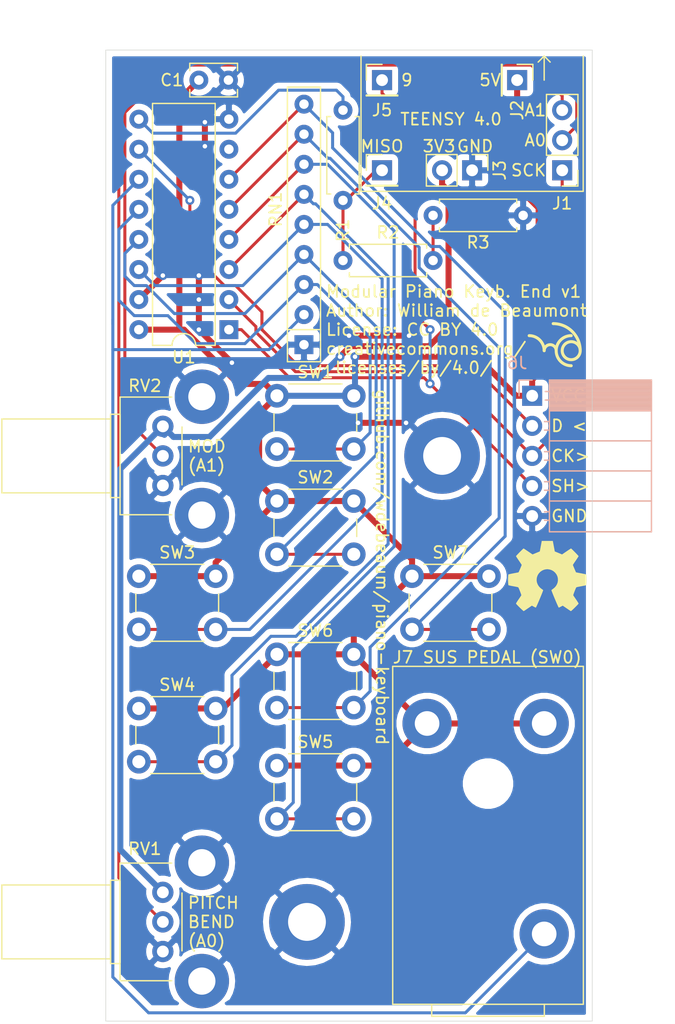
<source format=kicad_pcb>
(kicad_pcb (version 20171130) (host pcbnew 5.1.0)

  (general
    (thickness 1.6)
    (drawings 34)
    (tracks 241)
    (zones 0)
    (modules 25)
    (nets 21)
  )

  (page A4)
  (title_block
    (title "Modular Piano Keyboard End")
    (date 2020-06-06)
    (rev v1)
    (comment 2 creativecommons.org/licenses/by/4.0/)
    (comment 3 "License: CC BY 4.0")
    (comment 4 "Author: William de Beaumont")
  )

  (layers
    (0 F.Cu signal)
    (31 B.Cu signal)
    (32 B.Adhes user)
    (33 F.Adhes user)
    (34 B.Paste user)
    (35 F.Paste user)
    (36 B.SilkS user)
    (37 F.SilkS user)
    (38 B.Mask user)
    (39 F.Mask user)
    (40 Dwgs.User user)
    (41 Cmts.User user)
    (42 Eco1.User user)
    (43 Eco2.User user)
    (44 Edge.Cuts user)
    (45 Margin user)
    (46 B.CrtYd user)
    (47 F.CrtYd user)
    (48 B.Fab user)
    (49 F.Fab user)
  )

  (setup
    (last_trace_width 0.254)
    (user_trace_width 0.508)
    (trace_clearance 0.254)
    (zone_clearance 0.508)
    (zone_45_only no)
    (trace_min 0.1524)
    (via_size 0.762)
    (via_drill 0.381)
    (via_min_size 0.508)
    (via_min_drill 0.254)
    (uvia_size 0.762)
    (uvia_drill 0.381)
    (uvias_allowed no)
    (uvia_min_size 0.508)
    (uvia_min_drill 0.254)
    (edge_width 0.05)
    (segment_width 0.2)
    (pcb_text_width 0.3)
    (pcb_text_size 1.5 1.5)
    (mod_edge_width 0.12)
    (mod_text_size 1 1)
    (mod_text_width 0.15)
    (pad_size 4.600001 4.600001)
    (pad_drill 2.3)
    (pad_to_mask_clearance 0.0508)
    (solder_mask_min_width 0.1016)
    (aux_axis_origin 0 0)
    (visible_elements FFFFFF7F)
    (pcbplotparams
      (layerselection 0x010fc_ffffffff)
      (usegerberextensions false)
      (usegerberattributes false)
      (usegerberadvancedattributes false)
      (creategerberjobfile false)
      (excludeedgelayer true)
      (linewidth 0.100000)
      (plotframeref false)
      (viasonmask false)
      (mode 1)
      (useauxorigin false)
      (hpglpennumber 1)
      (hpglpenspeed 20)
      (hpglpendiameter 15.000000)
      (psnegative false)
      (psa4output false)
      (plotreference true)
      (plotvalue true)
      (plotinvisibletext false)
      (padsonsilk false)
      (subtractmaskfromsilk false)
      (outputformat 1)
      (mirror false)
      (drillshape 1)
      (scaleselection 1)
      (outputdirectory ""))
  )

  (net 0 "")
  (net 1 GND)
  (net 2 VCC)
  (net 3 /A1-MOD)
  (net 4 /A0-PITCH)
  (net 5 /CLOCK)
  (net 6 +3V3)
  (net 7 /MISO-DATA_OUT)
  (net 8 /DATA_IN)
  (net 9 "Net-(R1-Pad1)")
  (net 10 "Net-(R2-Pad2)")
  (net 11 "Net-(RN1-Pad9)")
  (net 12 "Net-(RN1-Pad8)")
  (net 13 "Net-(RN1-Pad7)")
  (net 14 "Net-(RN1-Pad6)")
  (net 15 "Net-(RN1-Pad5)")
  (net 16 "Net-(RN1-Pad4)")
  (net 17 "Net-(RN1-Pad3)")
  (net 18 "Net-(U1-Pad7)")
  (net 19 "Net-(J7-PadS)")
  (net 20 /9-SHIFT)

  (net_class Default "This is the default net class."
    (clearance 0.254)
    (trace_width 0.254)
    (via_dia 0.762)
    (via_drill 0.381)
    (uvia_dia 0.762)
    (uvia_drill 0.381)
    (diff_pair_width 0.254)
    (diff_pair_gap 0.254)
    (add_net /9-SHIFT)
    (add_net /A0-PITCH)
    (add_net /A1-MOD)
    (add_net /CLOCK)
    (add_net /DATA_IN)
    (add_net /MISO-DATA_OUT)
    (add_net "Net-(J7-PadS)")
    (add_net "Net-(R1-Pad1)")
    (add_net "Net-(R2-Pad2)")
    (add_net "Net-(RN1-Pad3)")
    (add_net "Net-(RN1-Pad4)")
    (add_net "Net-(RN1-Pad5)")
    (add_net "Net-(RN1-Pad6)")
    (add_net "Net-(RN1-Pad7)")
    (add_net "Net-(RN1-Pad8)")
    (add_net "Net-(RN1-Pad9)")
    (add_net "Net-(U1-Pad7)")
  )

  (net_class PWR ""
    (clearance 0.254)
    (trace_width 0.508)
    (via_dia 0.762)
    (via_drill 0.381)
    (uvia_dia 0.762)
    (uvia_drill 0.381)
    (diff_pair_width 0.254)
    (diff_pair_gap 0.254)
    (add_net +3V3)
    (add_net GND)
    (add_net VCC)
  )

  (module Connector_PinHeader_2.54mm:PinHeader_1x01_P2.54mm_Vertical (layer F.Cu) (tedit 59FED5CC) (tstamp 5EE81037)
    (at 97.79 39.37)
    (descr "Through hole straight pin header, 1x01, 2.54mm pitch, single row")
    (tags "Through hole pin header THT 1x01 2.54mm single row")
    (path /5EE8217E)
    (fp_text reference J5 (at 0 2.54) (layer F.SilkS)
      (effects (font (size 1 1) (thickness 0.15)))
    )
    (fp_text value Conn_01x01_Male (at 0 2.33) (layer F.Fab)
      (effects (font (size 1 1) (thickness 0.15)))
    )
    (fp_text user %R (at 0 0 90) (layer F.Fab)
      (effects (font (size 1 1) (thickness 0.15)))
    )
    (fp_line (start 1.8 -1.8) (end -1.8 -1.8) (layer F.CrtYd) (width 0.05))
    (fp_line (start 1.8 1.8) (end 1.8 -1.8) (layer F.CrtYd) (width 0.05))
    (fp_line (start -1.8 1.8) (end 1.8 1.8) (layer F.CrtYd) (width 0.05))
    (fp_line (start -1.8 -1.8) (end -1.8 1.8) (layer F.CrtYd) (width 0.05))
    (fp_line (start -1.33 -1.33) (end 0 -1.33) (layer F.SilkS) (width 0.12))
    (fp_line (start -1.33 0) (end -1.33 -1.33) (layer F.SilkS) (width 0.12))
    (fp_line (start -1.33 1.27) (end 1.33 1.27) (layer F.SilkS) (width 0.12))
    (fp_line (start 1.33 1.27) (end 1.33 1.33) (layer F.SilkS) (width 0.12))
    (fp_line (start -1.33 1.27) (end -1.33 1.33) (layer F.SilkS) (width 0.12))
    (fp_line (start -1.33 1.33) (end 1.33 1.33) (layer F.SilkS) (width 0.12))
    (fp_line (start -1.27 -0.635) (end -0.635 -1.27) (layer F.Fab) (width 0.1))
    (fp_line (start -1.27 1.27) (end -1.27 -0.635) (layer F.Fab) (width 0.1))
    (fp_line (start 1.27 1.27) (end -1.27 1.27) (layer F.Fab) (width 0.1))
    (fp_line (start 1.27 -1.27) (end 1.27 1.27) (layer F.Fab) (width 0.1))
    (fp_line (start -0.635 -1.27) (end 1.27 -1.27) (layer F.Fab) (width 0.1))
    (pad 1 thru_hole rect (at 0 0) (size 1.7 1.7) (drill 1) (layers *.Cu *.Mask)
      (net 20 /9-SHIFT))
    (model ${KISYS3DMOD}/Connector_PinHeader_2.54mm.3dshapes/PinHeader_1x01_P2.54mm_Vertical.wrl
      (at (xyz 0 0 0))
      (scale (xyz 1 1 1))
      (rotate (xyz 0 0 0))
    )
  )

  (module Connector_PinHeader_2.54mm:PinHeader_1x01_P2.54mm_Vertical (layer F.Cu) (tedit 59FED5CC) (tstamp 5EE81022)
    (at 97.79 46.99)
    (descr "Through hole straight pin header, 1x01, 2.54mm pitch, single row")
    (tags "Through hole pin header THT 1x01 2.54mm single row")
    (path /5EE819A7)
    (fp_text reference J4 (at 0 2.794) (layer F.SilkS)
      (effects (font (size 1 1) (thickness 0.15)))
    )
    (fp_text value Conn_01x01_Male (at 0 2.33) (layer F.Fab)
      (effects (font (size 1 1) (thickness 0.15)))
    )
    (fp_text user %R (at 0 0 90) (layer F.Fab)
      (effects (font (size 1 1) (thickness 0.15)))
    )
    (fp_line (start 1.8 -1.8) (end -1.8 -1.8) (layer F.CrtYd) (width 0.05))
    (fp_line (start 1.8 1.8) (end 1.8 -1.8) (layer F.CrtYd) (width 0.05))
    (fp_line (start -1.8 1.8) (end 1.8 1.8) (layer F.CrtYd) (width 0.05))
    (fp_line (start -1.8 -1.8) (end -1.8 1.8) (layer F.CrtYd) (width 0.05))
    (fp_line (start -1.33 -1.33) (end 0 -1.33) (layer F.SilkS) (width 0.12))
    (fp_line (start -1.33 0) (end -1.33 -1.33) (layer F.SilkS) (width 0.12))
    (fp_line (start -1.33 1.27) (end 1.33 1.27) (layer F.SilkS) (width 0.12))
    (fp_line (start 1.33 1.27) (end 1.33 1.33) (layer F.SilkS) (width 0.12))
    (fp_line (start -1.33 1.27) (end -1.33 1.33) (layer F.SilkS) (width 0.12))
    (fp_line (start -1.33 1.33) (end 1.33 1.33) (layer F.SilkS) (width 0.12))
    (fp_line (start -1.27 -0.635) (end -0.635 -1.27) (layer F.Fab) (width 0.1))
    (fp_line (start -1.27 1.27) (end -1.27 -0.635) (layer F.Fab) (width 0.1))
    (fp_line (start 1.27 1.27) (end -1.27 1.27) (layer F.Fab) (width 0.1))
    (fp_line (start 1.27 -1.27) (end 1.27 1.27) (layer F.Fab) (width 0.1))
    (fp_line (start -0.635 -1.27) (end 1.27 -1.27) (layer F.Fab) (width 0.1))
    (pad 1 thru_hole rect (at 0 0) (size 1.7 1.7) (drill 1) (layers *.Cu *.Mask)
      (net 7 /MISO-DATA_OUT))
    (model ${KISYS3DMOD}/Connector_PinHeader_2.54mm.3dshapes/PinHeader_1x01_P2.54mm_Vertical.wrl
      (at (xyz 0 0 0))
      (scale (xyz 1 1 1))
      (rotate (xyz 0 0 0))
    )
  )

  (module piano-keyboard-end-pcb:Switchcraft_RA49B11 (layer F.Cu) (tedit 5EDD385B) (tstamp 5EDC8C48)
    (at 106.7562 98.806 180)
    (path /5EE1C0C0)
    (fp_text reference J7 (at 7.1882 10.668 180) (layer F.SilkS)
      (effects (font (size 1 1) (thickness 0.15)))
    )
    (fp_text value AudioJack2 (at 0 -3.302 180) (layer F.Fab)
      (effects (font (size 1 1) (thickness 0.15)))
    )
    (fp_line (start -7.8105 9.652) (end -7.8105 -18.3896) (layer F.CrtYd) (width 0.12))
    (fp_line (start 7.8105 9.652) (end -7.8105 9.652) (layer F.CrtYd) (width 0.12))
    (fp_line (start 7.8105 -18.3896) (end 7.8105 9.652) (layer F.CrtYd) (width 0.12))
    (fp_line (start -7.8105 -18.3896) (end 7.8105 -18.3896) (layer F.CrtYd) (width 0.12))
    (fp_line (start 4.7625 -19.6596) (end 4.7625 -18.6436) (layer F.SilkS) (width 0.12))
    (fp_line (start -4.7625 -19.6596) (end 4.7625 -19.6596) (layer F.SilkS) (width 0.12))
    (fp_line (start -4.7625 -18.6436) (end -4.7625 -19.6596) (layer F.SilkS) (width 0.12))
    (fp_line (start 8.0645 -18.6436) (end 8.0645 9.906) (layer F.SilkS) (width 0.12))
    (fp_line (start -8.0645 9.906) (end -8.0645 -18.6436) (layer F.SilkS) (width 0.12))
    (fp_line (start -8.0645 -18.6436) (end 8.0645 -18.6436) (layer F.SilkS) (width 0.12))
    (fp_line (start 8.0645 9.906) (end -8.0645 9.906) (layer F.SilkS) (width 0.12))
    (pad "" np_thru_hole circle (at 0 0 180) (size 3.2512 3.2512) (drill 3.2512) (layers *.Cu *.Mask))
    (pad S thru_hole circle (at -4.7498 -12.7 180) (size 4.1656 4.1656) (drill 2.0828) (layers *.Cu *.Mask)
      (net 19 "Net-(J7-PadS)"))
    (pad T thru_hole circle (at -4.7498 5.08 180) (size 4.1656 4.1656) (drill 2.0828) (layers *.Cu *.Mask)
      (net 2 VCC))
    (pad T thru_hole circle (at 5.1562 5.08 180) (size 4.1656 4.1656) (drill 2.0828) (layers *.Cu *.Mask)
      (net 2 VCC))
    (model ${KIPRJMOD}/piano-keyboard-end-pcb.pretty/Switchcraft_RA49B11.wrl
      (at (xyz 0 0 0))
      (scale (xyz 1 1 1))
      (rotate (xyz 0 0 0))
    )
  )

  (module Symbol:OSHW-Symbol_6.7x6mm_SilkScreen (layer F.Cu) (tedit 0) (tstamp 5EDD195A)
    (at 111.76 81.28)
    (descr "Open Source Hardware Symbol")
    (tags "Logo Symbol OSHW")
    (attr virtual)
    (fp_text reference REF** (at 0 0) (layer F.SilkS) hide
      (effects (font (size 1 1) (thickness 0.15)))
    )
    (fp_text value OSHW-Symbol_6.7x6mm_SilkScreen (at 0.75 0) (layer F.Fab) hide
      (effects (font (size 1 1) (thickness 0.15)))
    )
    (fp_poly (pts (xy 0.555814 -2.531069) (xy 0.639635 -2.086445) (xy 0.94892 -1.958947) (xy 1.258206 -1.831449)
      (xy 1.629246 -2.083754) (xy 1.733157 -2.154004) (xy 1.827087 -2.216728) (xy 1.906652 -2.269062)
      (xy 1.96747 -2.308143) (xy 2.005157 -2.331107) (xy 2.015421 -2.336058) (xy 2.03391 -2.323324)
      (xy 2.07342 -2.288118) (xy 2.129522 -2.234938) (xy 2.197787 -2.168282) (xy 2.273786 -2.092646)
      (xy 2.353092 -2.012528) (xy 2.431275 -1.932426) (xy 2.503907 -1.856836) (xy 2.566559 -1.790255)
      (xy 2.614803 -1.737182) (xy 2.64421 -1.702113) (xy 2.651241 -1.690377) (xy 2.641123 -1.66874)
      (xy 2.612759 -1.621338) (xy 2.569129 -1.552807) (xy 2.513218 -1.467785) (xy 2.448006 -1.370907)
      (xy 2.410219 -1.31565) (xy 2.341343 -1.214752) (xy 2.28014 -1.123701) (xy 2.229578 -1.04703)
      (xy 2.192628 -0.989272) (xy 2.172258 -0.954957) (xy 2.169197 -0.947746) (xy 2.176136 -0.927252)
      (xy 2.195051 -0.879487) (xy 2.223087 -0.811168) (xy 2.257391 -0.729011) (xy 2.295109 -0.63973)
      (xy 2.333387 -0.550042) (xy 2.36937 -0.466662) (xy 2.400206 -0.396306) (xy 2.423039 -0.34569)
      (xy 2.435017 -0.321529) (xy 2.435724 -0.320578) (xy 2.454531 -0.315964) (xy 2.504618 -0.305672)
      (xy 2.580793 -0.290713) (xy 2.677865 -0.272099) (xy 2.790643 -0.250841) (xy 2.856442 -0.238582)
      (xy 2.97695 -0.215638) (xy 3.085797 -0.193805) (xy 3.177476 -0.174278) (xy 3.246481 -0.158252)
      (xy 3.287304 -0.146921) (xy 3.295511 -0.143326) (xy 3.303548 -0.118994) (xy 3.310033 -0.064041)
      (xy 3.31497 0.015108) (xy 3.318364 0.112026) (xy 3.320218 0.220287) (xy 3.320538 0.333465)
      (xy 3.319327 0.445135) (xy 3.31659 0.548868) (xy 3.312331 0.638241) (xy 3.306555 0.706826)
      (xy 3.299267 0.748197) (xy 3.294895 0.75681) (xy 3.268764 0.767133) (xy 3.213393 0.781892)
      (xy 3.136107 0.799352) (xy 3.04423 0.81778) (xy 3.012158 0.823741) (xy 2.857524 0.852066)
      (xy 2.735375 0.874876) (xy 2.641673 0.89308) (xy 2.572384 0.907583) (xy 2.523471 0.919292)
      (xy 2.490897 0.929115) (xy 2.470628 0.937956) (xy 2.458626 0.946724) (xy 2.456947 0.948457)
      (xy 2.440184 0.976371) (xy 2.414614 1.030695) (xy 2.382788 1.104777) (xy 2.34726 1.191965)
      (xy 2.310583 1.285608) (xy 2.275311 1.379052) (xy 2.243996 1.465647) (xy 2.219193 1.53874)
      (xy 2.203454 1.591678) (xy 2.199332 1.617811) (xy 2.199676 1.618726) (xy 2.213641 1.640086)
      (xy 2.245322 1.687084) (xy 2.291391 1.754827) (xy 2.348518 1.838423) (xy 2.413373 1.932982)
      (xy 2.431843 1.959854) (xy 2.497699 2.057275) (xy 2.55565 2.146163) (xy 2.602538 2.221412)
      (xy 2.635207 2.27792) (xy 2.6505 2.310581) (xy 2.651241 2.314593) (xy 2.638392 2.335684)
      (xy 2.602888 2.377464) (xy 2.549293 2.435445) (xy 2.482171 2.505135) (xy 2.406087 2.582045)
      (xy 2.325604 2.661683) (xy 2.245287 2.739561) (xy 2.169699 2.811186) (xy 2.103405 2.87207)
      (xy 2.050969 2.917721) (xy 2.016955 2.94365) (xy 2.007545 2.947883) (xy 1.985643 2.937912)
      (xy 1.9408 2.91102) (xy 1.880321 2.871736) (xy 1.833789 2.840117) (xy 1.749475 2.782098)
      (xy 1.649626 2.713784) (xy 1.549473 2.645579) (xy 1.495627 2.609075) (xy 1.313371 2.4858)
      (xy 1.160381 2.56852) (xy 1.090682 2.604759) (xy 1.031414 2.632926) (xy 0.991311 2.648991)
      (xy 0.981103 2.651226) (xy 0.968829 2.634722) (xy 0.944613 2.588082) (xy 0.910263 2.515609)
      (xy 0.867588 2.421606) (xy 0.818394 2.310374) (xy 0.76449 2.186215) (xy 0.707684 2.053432)
      (xy 0.649782 1.916327) (xy 0.592593 1.779202) (xy 0.537924 1.646358) (xy 0.487584 1.522098)
      (xy 0.44338 1.410725) (xy 0.407119 1.316539) (xy 0.380609 1.243844) (xy 0.365658 1.196941)
      (xy 0.363254 1.180833) (xy 0.382311 1.160286) (xy 0.424036 1.126933) (xy 0.479706 1.087702)
      (xy 0.484378 1.084599) (xy 0.628264 0.969423) (xy 0.744283 0.835053) (xy 0.83143 0.685784)
      (xy 0.888699 0.525913) (xy 0.915086 0.359737) (xy 0.909585 0.191552) (xy 0.87119 0.025655)
      (xy 0.798895 -0.133658) (xy 0.777626 -0.168513) (xy 0.666996 -0.309263) (xy 0.536302 -0.422286)
      (xy 0.390064 -0.506997) (xy 0.232808 -0.562806) (xy 0.069057 -0.589126) (xy -0.096667 -0.58537)
      (xy -0.259838 -0.55095) (xy -0.415935 -0.485277) (xy -0.560433 -0.387765) (xy -0.605131 -0.348187)
      (xy -0.718888 -0.224297) (xy -0.801782 -0.093876) (xy -0.858644 0.052315) (xy -0.890313 0.197088)
      (xy -0.898131 0.35986) (xy -0.872062 0.52344) (xy -0.814755 0.682298) (xy -0.728856 0.830906)
      (xy -0.617014 0.963735) (xy -0.481877 1.075256) (xy -0.464117 1.087011) (xy -0.40785 1.125508)
      (xy -0.365077 1.158863) (xy -0.344628 1.18016) (xy -0.344331 1.180833) (xy -0.348721 1.203871)
      (xy -0.366124 1.256157) (xy -0.394732 1.33339) (xy -0.432735 1.431268) (xy -0.478326 1.545491)
      (xy -0.529697 1.671758) (xy -0.585038 1.805767) (xy -0.642542 1.943218) (xy -0.700399 2.079808)
      (xy -0.756802 2.211237) (xy -0.809942 2.333205) (xy -0.85801 2.441409) (xy -0.899199 2.531549)
      (xy -0.931699 2.599323) (xy -0.953703 2.64043) (xy -0.962564 2.651226) (xy -0.98964 2.642819)
      (xy -1.040303 2.620272) (xy -1.105817 2.587613) (xy -1.141841 2.56852) (xy -1.294832 2.4858)
      (xy -1.477088 2.609075) (xy -1.570125 2.672228) (xy -1.671985 2.741727) (xy -1.767438 2.807165)
      (xy -1.81525 2.840117) (xy -1.882495 2.885273) (xy -1.939436 2.921057) (xy -1.978646 2.942938)
      (xy -1.991381 2.947563) (xy -2.009917 2.935085) (xy -2.050941 2.900252) (xy -2.110475 2.846678)
      (xy -2.184542 2.777983) (xy -2.269165 2.697781) (xy -2.322685 2.646286) (xy -2.416319 2.554286)
      (xy -2.497241 2.471999) (xy -2.562177 2.402945) (xy -2.607858 2.350644) (xy -2.631011 2.318616)
      (xy -2.633232 2.312116) (xy -2.622924 2.287394) (xy -2.594439 2.237405) (xy -2.550937 2.167212)
      (xy -2.495577 2.081875) (xy -2.43152 1.986456) (xy -2.413303 1.959854) (xy -2.346927 1.863167)
      (xy -2.287378 1.776117) (xy -2.237984 1.703595) (xy -2.202075 1.650493) (xy -2.182981 1.621703)
      (xy -2.181136 1.618726) (xy -2.183895 1.595782) (xy -2.198538 1.545336) (xy -2.222513 1.474041)
      (xy -2.253266 1.388547) (xy -2.288244 1.295507) (xy -2.324893 1.201574) (xy -2.360661 1.113399)
      (xy -2.392994 1.037634) (xy -2.419338 0.980931) (xy -2.437142 0.949943) (xy -2.438407 0.948457)
      (xy -2.449294 0.939601) (xy -2.467682 0.930843) (xy -2.497606 0.921277) (xy -2.543103 0.909996)
      (xy -2.608209 0.896093) (xy -2.696961 0.878663) (xy -2.813393 0.856798) (xy -2.961542 0.829591)
      (xy -2.993618 0.823741) (xy -3.088686 0.805374) (xy -3.171565 0.787405) (xy -3.23493 0.771569)
      (xy -3.271458 0.7596) (xy -3.276356 0.75681) (xy -3.284427 0.732072) (xy -3.290987 0.67679)
      (xy -3.296033 0.597389) (xy -3.299559 0.500296) (xy -3.301561 0.391938) (xy -3.302036 0.27874)
      (xy -3.300977 0.167128) (xy -3.298382 0.063529) (xy -3.294246 -0.025632) (xy -3.288563 -0.093928)
      (xy -3.281331 -0.134934) (xy -3.276971 -0.143326) (xy -3.252698 -0.151792) (xy -3.197426 -0.165565)
      (xy -3.116662 -0.18345) (xy -3.015912 -0.204252) (xy -2.900683 -0.226777) (xy -2.837902 -0.238582)
      (xy -2.718787 -0.260849) (xy -2.612565 -0.281021) (xy -2.524427 -0.298085) (xy -2.459566 -0.311031)
      (xy -2.423174 -0.318845) (xy -2.417184 -0.320578) (xy -2.407061 -0.34011) (xy -2.385662 -0.387157)
      (xy -2.355839 -0.454997) (xy -2.320445 -0.536909) (xy -2.282332 -0.626172) (xy -2.244353 -0.716065)
      (xy -2.20936 -0.799865) (xy -2.180206 -0.870853) (xy -2.159743 -0.922306) (xy -2.150823 -0.947503)
      (xy -2.150657 -0.948604) (xy -2.160769 -0.968481) (xy -2.189117 -1.014223) (xy -2.232723 -1.081283)
      (xy -2.288606 -1.165116) (xy -2.353787 -1.261174) (xy -2.391679 -1.31635) (xy -2.460725 -1.417519)
      (xy -2.52205 -1.50937) (xy -2.572663 -1.587256) (xy -2.609571 -1.646531) (xy -2.629782 -1.682549)
      (xy -2.632701 -1.690623) (xy -2.620153 -1.709416) (xy -2.585463 -1.749543) (xy -2.533063 -1.806507)
      (xy -2.467384 -1.875815) (xy -2.392856 -1.952969) (xy -2.313913 -2.033475) (xy -2.234983 -2.112837)
      (xy -2.1605 -2.18656) (xy -2.094894 -2.250148) (xy -2.042596 -2.299106) (xy -2.008039 -2.328939)
      (xy -1.996478 -2.336058) (xy -1.977654 -2.326047) (xy -1.932631 -2.297922) (xy -1.865787 -2.254546)
      (xy -1.781499 -2.198782) (xy -1.684144 -2.133494) (xy -1.610707 -2.083754) (xy -1.239667 -1.831449)
      (xy -0.621095 -2.086445) (xy -0.537275 -2.531069) (xy -0.453454 -2.975693) (xy 0.471994 -2.975693)
      (xy 0.555814 -2.531069)) (layer F.SilkS) (width 0.01))
  )

  (module MountingHole:MountingHole_3.2mm_M3_Pad (layer F.Cu) (tedit 5EDD00E4) (tstamp 5EDCA26B)
    (at 91.44 110.49)
    (descr "Mounting Hole 3.2mm, M3")
    (tags "mounting hole 3.2mm m3")
    (attr virtual)
    (fp_text reference REF** (at 0 -4.2) (layer F.SilkS) hide
      (effects (font (size 1 1) (thickness 0.15)))
    )
    (fp_text value MountingHole_3.2mm_M3_Pad (at 0 4.2) (layer F.Fab)
      (effects (font (size 1 1) (thickness 0.15)))
    )
    (fp_circle (center 0 0) (end 3.45 0) (layer F.CrtYd) (width 0.05))
    (fp_circle (center 0 0) (end 3.2 0) (layer Cmts.User) (width 0.15))
    (fp_text user %R (at 0.3 0) (layer F.Fab)
      (effects (font (size 1 1) (thickness 0.15)))
    )
    (pad 1 thru_hole circle (at 0 0) (size 6.4 6.4) (drill 3.200001) (layers *.Cu *.Mask)
      (net 1 GND))
  )

  (module Button_Switch_THT:SW_PUSH_6mm (layer F.Cu) (tedit 5A02FE31) (tstamp 5EDC976F)
    (at 100.33 81.28)
    (descr https://www.omron.com/ecb/products/pdf/en-b3f.pdf)
    (tags "tact sw push 6mm")
    (path /5EE1D0FD)
    (fp_text reference SW7 (at 3.25 -2) (layer F.SilkS)
      (effects (font (size 1 1) (thickness 0.15)))
    )
    (fp_text value SW_Push (at 3.75 6.7) (layer F.Fab)
      (effects (font (size 1 1) (thickness 0.15)))
    )
    (fp_circle (center 3.25 2.25) (end 1.25 2.5) (layer F.Fab) (width 0.1))
    (fp_line (start 6.75 3) (end 6.75 1.5) (layer F.SilkS) (width 0.12))
    (fp_line (start 5.5 -1) (end 1 -1) (layer F.SilkS) (width 0.12))
    (fp_line (start -0.25 1.5) (end -0.25 3) (layer F.SilkS) (width 0.12))
    (fp_line (start 1 5.5) (end 5.5 5.5) (layer F.SilkS) (width 0.12))
    (fp_line (start 8 -1.25) (end 8 5.75) (layer F.CrtYd) (width 0.05))
    (fp_line (start 7.75 6) (end -1.25 6) (layer F.CrtYd) (width 0.05))
    (fp_line (start -1.5 5.75) (end -1.5 -1.25) (layer F.CrtYd) (width 0.05))
    (fp_line (start -1.25 -1.5) (end 7.75 -1.5) (layer F.CrtYd) (width 0.05))
    (fp_line (start -1.5 6) (end -1.25 6) (layer F.CrtYd) (width 0.05))
    (fp_line (start -1.5 5.75) (end -1.5 6) (layer F.CrtYd) (width 0.05))
    (fp_line (start -1.5 -1.5) (end -1.25 -1.5) (layer F.CrtYd) (width 0.05))
    (fp_line (start -1.5 -1.25) (end -1.5 -1.5) (layer F.CrtYd) (width 0.05))
    (fp_line (start 8 -1.5) (end 8 -1.25) (layer F.CrtYd) (width 0.05))
    (fp_line (start 7.75 -1.5) (end 8 -1.5) (layer F.CrtYd) (width 0.05))
    (fp_line (start 8 6) (end 8 5.75) (layer F.CrtYd) (width 0.05))
    (fp_line (start 7.75 6) (end 8 6) (layer F.CrtYd) (width 0.05))
    (fp_line (start 0.25 -0.75) (end 3.25 -0.75) (layer F.Fab) (width 0.1))
    (fp_line (start 0.25 5.25) (end 0.25 -0.75) (layer F.Fab) (width 0.1))
    (fp_line (start 6.25 5.25) (end 0.25 5.25) (layer F.Fab) (width 0.1))
    (fp_line (start 6.25 -0.75) (end 6.25 5.25) (layer F.Fab) (width 0.1))
    (fp_line (start 3.25 -0.75) (end 6.25 -0.75) (layer F.Fab) (width 0.1))
    (fp_text user %R (at 3.25 2.25) (layer F.Fab)
      (effects (font (size 1 1) (thickness 0.15)))
    )
    (pad 1 thru_hole circle (at 6.5 0 90) (size 2 2) (drill 1.1) (layers *.Cu *.Mask)
      (net 2 VCC))
    (pad 2 thru_hole circle (at 6.5 4.5 90) (size 2 2) (drill 1.1) (layers *.Cu *.Mask)
      (net 11 "Net-(RN1-Pad9)"))
    (pad 1 thru_hole circle (at 0 0 90) (size 2 2) (drill 1.1) (layers *.Cu *.Mask)
      (net 2 VCC))
    (pad 2 thru_hole circle (at 0 4.5 90) (size 2 2) (drill 1.1) (layers *.Cu *.Mask)
      (net 11 "Net-(RN1-Pad9)"))
    (model ${KISYS3DMOD}/Button_Switch_THT.3dshapes/SW_PUSH_6mm.wrl
      (at (xyz 0 0 0))
      (scale (xyz 1 1 1))
      (rotate (xyz 0 0 0))
    )
  )

  (module Button_Switch_THT:SW_PUSH_6mm (layer F.Cu) (tedit 5A02FE31) (tstamp 5EDC9750)
    (at 88.9 87.884)
    (descr https://www.omron.com/ecb/products/pdf/en-b3f.pdf)
    (tags "tact sw push 6mm")
    (path /5EE6489C)
    (fp_text reference SW6 (at 3.25 -2) (layer F.SilkS)
      (effects (font (size 1 1) (thickness 0.15)))
    )
    (fp_text value SW_Push (at 3.75 6.7) (layer F.Fab)
      (effects (font (size 1 1) (thickness 0.15)))
    )
    (fp_circle (center 3.25 2.25) (end 1.25 2.5) (layer F.Fab) (width 0.1))
    (fp_line (start 6.75 3) (end 6.75 1.5) (layer F.SilkS) (width 0.12))
    (fp_line (start 5.5 -1) (end 1 -1) (layer F.SilkS) (width 0.12))
    (fp_line (start -0.25 1.5) (end -0.25 3) (layer F.SilkS) (width 0.12))
    (fp_line (start 1 5.5) (end 5.5 5.5) (layer F.SilkS) (width 0.12))
    (fp_line (start 8 -1.25) (end 8 5.75) (layer F.CrtYd) (width 0.05))
    (fp_line (start 7.75 6) (end -1.25 6) (layer F.CrtYd) (width 0.05))
    (fp_line (start -1.5 5.75) (end -1.5 -1.25) (layer F.CrtYd) (width 0.05))
    (fp_line (start -1.25 -1.5) (end 7.75 -1.5) (layer F.CrtYd) (width 0.05))
    (fp_line (start -1.5 6) (end -1.25 6) (layer F.CrtYd) (width 0.05))
    (fp_line (start -1.5 5.75) (end -1.5 6) (layer F.CrtYd) (width 0.05))
    (fp_line (start -1.5 -1.5) (end -1.25 -1.5) (layer F.CrtYd) (width 0.05))
    (fp_line (start -1.5 -1.25) (end -1.5 -1.5) (layer F.CrtYd) (width 0.05))
    (fp_line (start 8 -1.5) (end 8 -1.25) (layer F.CrtYd) (width 0.05))
    (fp_line (start 7.75 -1.5) (end 8 -1.5) (layer F.CrtYd) (width 0.05))
    (fp_line (start 8 6) (end 8 5.75) (layer F.CrtYd) (width 0.05))
    (fp_line (start 7.75 6) (end 8 6) (layer F.CrtYd) (width 0.05))
    (fp_line (start 0.25 -0.75) (end 3.25 -0.75) (layer F.Fab) (width 0.1))
    (fp_line (start 0.25 5.25) (end 0.25 -0.75) (layer F.Fab) (width 0.1))
    (fp_line (start 6.25 5.25) (end 0.25 5.25) (layer F.Fab) (width 0.1))
    (fp_line (start 6.25 -0.75) (end 6.25 5.25) (layer F.Fab) (width 0.1))
    (fp_line (start 3.25 -0.75) (end 6.25 -0.75) (layer F.Fab) (width 0.1))
    (fp_text user %R (at 3.25 2.25) (layer F.Fab)
      (effects (font (size 1 1) (thickness 0.15)))
    )
    (pad 1 thru_hole circle (at 6.5 0 90) (size 2 2) (drill 1.1) (layers *.Cu *.Mask)
      (net 2 VCC))
    (pad 2 thru_hole circle (at 6.5 4.5 90) (size 2 2) (drill 1.1) (layers *.Cu *.Mask)
      (net 12 "Net-(RN1-Pad8)"))
    (pad 1 thru_hole circle (at 0 0 90) (size 2 2) (drill 1.1) (layers *.Cu *.Mask)
      (net 2 VCC))
    (pad 2 thru_hole circle (at 0 4.5 90) (size 2 2) (drill 1.1) (layers *.Cu *.Mask)
      (net 12 "Net-(RN1-Pad8)"))
    (model ${KISYS3DMOD}/Button_Switch_THT.3dshapes/SW_PUSH_6mm.wrl
      (at (xyz 0 0 0))
      (scale (xyz 1 1 1))
      (rotate (xyz 0 0 0))
    )
  )

  (module Button_Switch_THT:SW_PUSH_6mm (layer F.Cu) (tedit 5A02FE31) (tstamp 5EDCF67B)
    (at 88.9 97.282)
    (descr https://www.omron.com/ecb/products/pdf/en-b3f.pdf)
    (tags "tact sw push 6mm")
    (path /5EE676A9)
    (fp_text reference SW5 (at 3.25 -2) (layer F.SilkS)
      (effects (font (size 1 1) (thickness 0.15)))
    )
    (fp_text value SW_Push (at 3.75 6.7) (layer F.Fab)
      (effects (font (size 1 1) (thickness 0.15)))
    )
    (fp_circle (center 3.25 2.25) (end 1.25 2.5) (layer F.Fab) (width 0.1))
    (fp_line (start 6.75 3) (end 6.75 1.5) (layer F.SilkS) (width 0.12))
    (fp_line (start 5.5 -1) (end 1 -1) (layer F.SilkS) (width 0.12))
    (fp_line (start -0.25 1.5) (end -0.25 3) (layer F.SilkS) (width 0.12))
    (fp_line (start 1 5.5) (end 5.5 5.5) (layer F.SilkS) (width 0.12))
    (fp_line (start 8 -1.25) (end 8 5.75) (layer F.CrtYd) (width 0.05))
    (fp_line (start 7.75 6) (end -1.25 6) (layer F.CrtYd) (width 0.05))
    (fp_line (start -1.5 5.75) (end -1.5 -1.25) (layer F.CrtYd) (width 0.05))
    (fp_line (start -1.25 -1.5) (end 7.75 -1.5) (layer F.CrtYd) (width 0.05))
    (fp_line (start -1.5 6) (end -1.25 6) (layer F.CrtYd) (width 0.05))
    (fp_line (start -1.5 5.75) (end -1.5 6) (layer F.CrtYd) (width 0.05))
    (fp_line (start -1.5 -1.5) (end -1.25 -1.5) (layer F.CrtYd) (width 0.05))
    (fp_line (start -1.5 -1.25) (end -1.5 -1.5) (layer F.CrtYd) (width 0.05))
    (fp_line (start 8 -1.5) (end 8 -1.25) (layer F.CrtYd) (width 0.05))
    (fp_line (start 7.75 -1.5) (end 8 -1.5) (layer F.CrtYd) (width 0.05))
    (fp_line (start 8 6) (end 8 5.75) (layer F.CrtYd) (width 0.05))
    (fp_line (start 7.75 6) (end 8 6) (layer F.CrtYd) (width 0.05))
    (fp_line (start 0.25 -0.75) (end 3.25 -0.75) (layer F.Fab) (width 0.1))
    (fp_line (start 0.25 5.25) (end 0.25 -0.75) (layer F.Fab) (width 0.1))
    (fp_line (start 6.25 5.25) (end 0.25 5.25) (layer F.Fab) (width 0.1))
    (fp_line (start 6.25 -0.75) (end 6.25 5.25) (layer F.Fab) (width 0.1))
    (fp_line (start 3.25 -0.75) (end 6.25 -0.75) (layer F.Fab) (width 0.1))
    (fp_text user %R (at 3.25 2.25) (layer F.Fab)
      (effects (font (size 1 1) (thickness 0.15)))
    )
    (pad 1 thru_hole circle (at 6.5 0 90) (size 2 2) (drill 1.1) (layers *.Cu *.Mask)
      (net 2 VCC))
    (pad 2 thru_hole circle (at 6.5 4.5 90) (size 2 2) (drill 1.1) (layers *.Cu *.Mask)
      (net 13 "Net-(RN1-Pad7)"))
    (pad 1 thru_hole circle (at 0 0 90) (size 2 2) (drill 1.1) (layers *.Cu *.Mask)
      (net 2 VCC))
    (pad 2 thru_hole circle (at 0 4.5 90) (size 2 2) (drill 1.1) (layers *.Cu *.Mask)
      (net 13 "Net-(RN1-Pad7)"))
    (model ${KISYS3DMOD}/Button_Switch_THT.3dshapes/SW_PUSH_6mm.wrl
      (at (xyz 0 0 0))
      (scale (xyz 1 1 1))
      (rotate (xyz 0 0 0))
    )
  )

  (module Button_Switch_THT:SW_PUSH_6mm (layer F.Cu) (tedit 5A02FE31) (tstamp 5EDC9712)
    (at 77.216 92.456)
    (descr https://www.omron.com/ecb/products/pdf/en-b3f.pdf)
    (tags "tact sw push 6mm")
    (path /5EE676AF)
    (fp_text reference SW4 (at 3.25 -2) (layer F.SilkS)
      (effects (font (size 1 1) (thickness 0.15)))
    )
    (fp_text value SW_Push (at 3.75 6.7) (layer F.Fab)
      (effects (font (size 1 1) (thickness 0.15)))
    )
    (fp_circle (center 3.25 2.25) (end 1.25 2.5) (layer F.Fab) (width 0.1))
    (fp_line (start 6.75 3) (end 6.75 1.5) (layer F.SilkS) (width 0.12))
    (fp_line (start 5.5 -1) (end 1 -1) (layer F.SilkS) (width 0.12))
    (fp_line (start -0.25 1.5) (end -0.25 3) (layer F.SilkS) (width 0.12))
    (fp_line (start 1 5.5) (end 5.5 5.5) (layer F.SilkS) (width 0.12))
    (fp_line (start 8 -1.25) (end 8 5.75) (layer F.CrtYd) (width 0.05))
    (fp_line (start 7.75 6) (end -1.25 6) (layer F.CrtYd) (width 0.05))
    (fp_line (start -1.5 5.75) (end -1.5 -1.25) (layer F.CrtYd) (width 0.05))
    (fp_line (start -1.25 -1.5) (end 7.75 -1.5) (layer F.CrtYd) (width 0.05))
    (fp_line (start -1.5 6) (end -1.25 6) (layer F.CrtYd) (width 0.05))
    (fp_line (start -1.5 5.75) (end -1.5 6) (layer F.CrtYd) (width 0.05))
    (fp_line (start -1.5 -1.5) (end -1.25 -1.5) (layer F.CrtYd) (width 0.05))
    (fp_line (start -1.5 -1.25) (end -1.5 -1.5) (layer F.CrtYd) (width 0.05))
    (fp_line (start 8 -1.5) (end 8 -1.25) (layer F.CrtYd) (width 0.05))
    (fp_line (start 7.75 -1.5) (end 8 -1.5) (layer F.CrtYd) (width 0.05))
    (fp_line (start 8 6) (end 8 5.75) (layer F.CrtYd) (width 0.05))
    (fp_line (start 7.75 6) (end 8 6) (layer F.CrtYd) (width 0.05))
    (fp_line (start 0.25 -0.75) (end 3.25 -0.75) (layer F.Fab) (width 0.1))
    (fp_line (start 0.25 5.25) (end 0.25 -0.75) (layer F.Fab) (width 0.1))
    (fp_line (start 6.25 5.25) (end 0.25 5.25) (layer F.Fab) (width 0.1))
    (fp_line (start 6.25 -0.75) (end 6.25 5.25) (layer F.Fab) (width 0.1))
    (fp_line (start 3.25 -0.75) (end 6.25 -0.75) (layer F.Fab) (width 0.1))
    (fp_text user %R (at 3.25 2.25) (layer F.Fab)
      (effects (font (size 1 1) (thickness 0.15)))
    )
    (pad 1 thru_hole circle (at 6.5 0 90) (size 2 2) (drill 1.1) (layers *.Cu *.Mask)
      (net 2 VCC))
    (pad 2 thru_hole circle (at 6.5 4.5 90) (size 2 2) (drill 1.1) (layers *.Cu *.Mask)
      (net 14 "Net-(RN1-Pad6)"))
    (pad 1 thru_hole circle (at 0 0 90) (size 2 2) (drill 1.1) (layers *.Cu *.Mask)
      (net 2 VCC))
    (pad 2 thru_hole circle (at 0 4.5 90) (size 2 2) (drill 1.1) (layers *.Cu *.Mask)
      (net 14 "Net-(RN1-Pad6)"))
    (model ${KISYS3DMOD}/Button_Switch_THT.3dshapes/SW_PUSH_6mm.wrl
      (at (xyz 0 0 0))
      (scale (xyz 1 1 1))
      (rotate (xyz 0 0 0))
    )
  )

  (module Button_Switch_THT:SW_PUSH_6mm (layer F.Cu) (tedit 5A02FE31) (tstamp 5EDCF5E0)
    (at 77.216 81.28)
    (descr https://www.omron.com/ecb/products/pdf/en-b3f.pdf)
    (tags "tact sw push 6mm")
    (path /5EE6C3B8)
    (fp_text reference SW3 (at 3.25 -2) (layer F.SilkS)
      (effects (font (size 1 1) (thickness 0.15)))
    )
    (fp_text value SW_Push (at 3.75 6.7) (layer F.Fab)
      (effects (font (size 1 1) (thickness 0.15)))
    )
    (fp_circle (center 3.25 2.25) (end 1.25 2.5) (layer F.Fab) (width 0.1))
    (fp_line (start 6.75 3) (end 6.75 1.5) (layer F.SilkS) (width 0.12))
    (fp_line (start 5.5 -1) (end 1 -1) (layer F.SilkS) (width 0.12))
    (fp_line (start -0.25 1.5) (end -0.25 3) (layer F.SilkS) (width 0.12))
    (fp_line (start 1 5.5) (end 5.5 5.5) (layer F.SilkS) (width 0.12))
    (fp_line (start 8 -1.25) (end 8 5.75) (layer F.CrtYd) (width 0.05))
    (fp_line (start 7.75 6) (end -1.25 6) (layer F.CrtYd) (width 0.05))
    (fp_line (start -1.5 5.75) (end -1.5 -1.25) (layer F.CrtYd) (width 0.05))
    (fp_line (start -1.25 -1.5) (end 7.75 -1.5) (layer F.CrtYd) (width 0.05))
    (fp_line (start -1.5 6) (end -1.25 6) (layer F.CrtYd) (width 0.05))
    (fp_line (start -1.5 5.75) (end -1.5 6) (layer F.CrtYd) (width 0.05))
    (fp_line (start -1.5 -1.5) (end -1.25 -1.5) (layer F.CrtYd) (width 0.05))
    (fp_line (start -1.5 -1.25) (end -1.5 -1.5) (layer F.CrtYd) (width 0.05))
    (fp_line (start 8 -1.5) (end 8 -1.25) (layer F.CrtYd) (width 0.05))
    (fp_line (start 7.75 -1.5) (end 8 -1.5) (layer F.CrtYd) (width 0.05))
    (fp_line (start 8 6) (end 8 5.75) (layer F.CrtYd) (width 0.05))
    (fp_line (start 7.75 6) (end 8 6) (layer F.CrtYd) (width 0.05))
    (fp_line (start 0.25 -0.75) (end 3.25 -0.75) (layer F.Fab) (width 0.1))
    (fp_line (start 0.25 5.25) (end 0.25 -0.75) (layer F.Fab) (width 0.1))
    (fp_line (start 6.25 5.25) (end 0.25 5.25) (layer F.Fab) (width 0.1))
    (fp_line (start 6.25 -0.75) (end 6.25 5.25) (layer F.Fab) (width 0.1))
    (fp_line (start 3.25 -0.75) (end 6.25 -0.75) (layer F.Fab) (width 0.1))
    (fp_text user %R (at 3.25 2.25) (layer F.Fab)
      (effects (font (size 1 1) (thickness 0.15)))
    )
    (pad 1 thru_hole circle (at 6.5 0 90) (size 2 2) (drill 1.1) (layers *.Cu *.Mask)
      (net 2 VCC))
    (pad 2 thru_hole circle (at 6.5 4.5 90) (size 2 2) (drill 1.1) (layers *.Cu *.Mask)
      (net 15 "Net-(RN1-Pad5)"))
    (pad 1 thru_hole circle (at 0 0 90) (size 2 2) (drill 1.1) (layers *.Cu *.Mask)
      (net 2 VCC))
    (pad 2 thru_hole circle (at 0 4.5 90) (size 2 2) (drill 1.1) (layers *.Cu *.Mask)
      (net 15 "Net-(RN1-Pad5)"))
    (model ${KISYS3DMOD}/Button_Switch_THT.3dshapes/SW_PUSH_6mm.wrl
      (at (xyz 0 0 0))
      (scale (xyz 1 1 1))
      (rotate (xyz 0 0 0))
    )
  )

  (module Button_Switch_THT:SW_PUSH_6mm (layer F.Cu) (tedit 5A02FE31) (tstamp 5EDC96D4)
    (at 88.9 74.93)
    (descr https://www.omron.com/ecb/products/pdf/en-b3f.pdf)
    (tags "tact sw push 6mm")
    (path /5EE6C3BE)
    (fp_text reference SW2 (at 3.25 -2) (layer F.SilkS)
      (effects (font (size 1 1) (thickness 0.15)))
    )
    (fp_text value SW_Push (at 3.75 6.7) (layer F.Fab)
      (effects (font (size 1 1) (thickness 0.15)))
    )
    (fp_circle (center 3.25 2.25) (end 1.25 2.5) (layer F.Fab) (width 0.1))
    (fp_line (start 6.75 3) (end 6.75 1.5) (layer F.SilkS) (width 0.12))
    (fp_line (start 5.5 -1) (end 1 -1) (layer F.SilkS) (width 0.12))
    (fp_line (start -0.25 1.5) (end -0.25 3) (layer F.SilkS) (width 0.12))
    (fp_line (start 1 5.5) (end 5.5 5.5) (layer F.SilkS) (width 0.12))
    (fp_line (start 8 -1.25) (end 8 5.75) (layer F.CrtYd) (width 0.05))
    (fp_line (start 7.75 6) (end -1.25 6) (layer F.CrtYd) (width 0.05))
    (fp_line (start -1.5 5.75) (end -1.5 -1.25) (layer F.CrtYd) (width 0.05))
    (fp_line (start -1.25 -1.5) (end 7.75 -1.5) (layer F.CrtYd) (width 0.05))
    (fp_line (start -1.5 6) (end -1.25 6) (layer F.CrtYd) (width 0.05))
    (fp_line (start -1.5 5.75) (end -1.5 6) (layer F.CrtYd) (width 0.05))
    (fp_line (start -1.5 -1.5) (end -1.25 -1.5) (layer F.CrtYd) (width 0.05))
    (fp_line (start -1.5 -1.25) (end -1.5 -1.5) (layer F.CrtYd) (width 0.05))
    (fp_line (start 8 -1.5) (end 8 -1.25) (layer F.CrtYd) (width 0.05))
    (fp_line (start 7.75 -1.5) (end 8 -1.5) (layer F.CrtYd) (width 0.05))
    (fp_line (start 8 6) (end 8 5.75) (layer F.CrtYd) (width 0.05))
    (fp_line (start 7.75 6) (end 8 6) (layer F.CrtYd) (width 0.05))
    (fp_line (start 0.25 -0.75) (end 3.25 -0.75) (layer F.Fab) (width 0.1))
    (fp_line (start 0.25 5.25) (end 0.25 -0.75) (layer F.Fab) (width 0.1))
    (fp_line (start 6.25 5.25) (end 0.25 5.25) (layer F.Fab) (width 0.1))
    (fp_line (start 6.25 -0.75) (end 6.25 5.25) (layer F.Fab) (width 0.1))
    (fp_line (start 3.25 -0.75) (end 6.25 -0.75) (layer F.Fab) (width 0.1))
    (fp_text user %R (at 3.25 2.25) (layer F.Fab)
      (effects (font (size 1 1) (thickness 0.15)))
    )
    (pad 1 thru_hole circle (at 6.5 0 90) (size 2 2) (drill 1.1) (layers *.Cu *.Mask)
      (net 2 VCC))
    (pad 2 thru_hole circle (at 6.5 4.5 90) (size 2 2) (drill 1.1) (layers *.Cu *.Mask)
      (net 16 "Net-(RN1-Pad4)"))
    (pad 1 thru_hole circle (at 0 0 90) (size 2 2) (drill 1.1) (layers *.Cu *.Mask)
      (net 2 VCC))
    (pad 2 thru_hole circle (at 0 4.5 90) (size 2 2) (drill 1.1) (layers *.Cu *.Mask)
      (net 16 "Net-(RN1-Pad4)"))
    (model ${KISYS3DMOD}/Button_Switch_THT.3dshapes/SW_PUSH_6mm.wrl
      (at (xyz 0 0 0))
      (scale (xyz 1 1 1))
      (rotate (xyz 0 0 0))
    )
  )

  (module Button_Switch_THT:SW_PUSH_6mm (layer F.Cu) (tedit 5A02FE31) (tstamp 5EDC96B5)
    (at 88.9 66.04)
    (descr https://www.omron.com/ecb/products/pdf/en-b3f.pdf)
    (tags "tact sw push 6mm")
    (path /5EE7093D)
    (fp_text reference SW1 (at 3.25 -2) (layer F.SilkS)
      (effects (font (size 1 1) (thickness 0.15)))
    )
    (fp_text value SW_Push (at 3.75 6.7) (layer F.Fab)
      (effects (font (size 1 1) (thickness 0.15)))
    )
    (fp_circle (center 3.25 2.25) (end 1.25 2.5) (layer F.Fab) (width 0.1))
    (fp_line (start 6.75 3) (end 6.75 1.5) (layer F.SilkS) (width 0.12))
    (fp_line (start 5.5 -1) (end 1 -1) (layer F.SilkS) (width 0.12))
    (fp_line (start -0.25 1.5) (end -0.25 3) (layer F.SilkS) (width 0.12))
    (fp_line (start 1 5.5) (end 5.5 5.5) (layer F.SilkS) (width 0.12))
    (fp_line (start 8 -1.25) (end 8 5.75) (layer F.CrtYd) (width 0.05))
    (fp_line (start 7.75 6) (end -1.25 6) (layer F.CrtYd) (width 0.05))
    (fp_line (start -1.5 5.75) (end -1.5 -1.25) (layer F.CrtYd) (width 0.05))
    (fp_line (start -1.25 -1.5) (end 7.75 -1.5) (layer F.CrtYd) (width 0.05))
    (fp_line (start -1.5 6) (end -1.25 6) (layer F.CrtYd) (width 0.05))
    (fp_line (start -1.5 5.75) (end -1.5 6) (layer F.CrtYd) (width 0.05))
    (fp_line (start -1.5 -1.5) (end -1.25 -1.5) (layer F.CrtYd) (width 0.05))
    (fp_line (start -1.5 -1.25) (end -1.5 -1.5) (layer F.CrtYd) (width 0.05))
    (fp_line (start 8 -1.5) (end 8 -1.25) (layer F.CrtYd) (width 0.05))
    (fp_line (start 7.75 -1.5) (end 8 -1.5) (layer F.CrtYd) (width 0.05))
    (fp_line (start 8 6) (end 8 5.75) (layer F.CrtYd) (width 0.05))
    (fp_line (start 7.75 6) (end 8 6) (layer F.CrtYd) (width 0.05))
    (fp_line (start 0.25 -0.75) (end 3.25 -0.75) (layer F.Fab) (width 0.1))
    (fp_line (start 0.25 5.25) (end 0.25 -0.75) (layer F.Fab) (width 0.1))
    (fp_line (start 6.25 5.25) (end 0.25 5.25) (layer F.Fab) (width 0.1))
    (fp_line (start 6.25 -0.75) (end 6.25 5.25) (layer F.Fab) (width 0.1))
    (fp_line (start 3.25 -0.75) (end 6.25 -0.75) (layer F.Fab) (width 0.1))
    (fp_text user %R (at 3.25 2.25) (layer F.Fab)
      (effects (font (size 1 1) (thickness 0.15)))
    )
    (pad 1 thru_hole circle (at 6.5 0 90) (size 2 2) (drill 1.1) (layers *.Cu *.Mask)
      (net 2 VCC))
    (pad 2 thru_hole circle (at 6.5 4.5 90) (size 2 2) (drill 1.1) (layers *.Cu *.Mask)
      (net 17 "Net-(RN1-Pad3)"))
    (pad 1 thru_hole circle (at 0 0 90) (size 2 2) (drill 1.1) (layers *.Cu *.Mask)
      (net 2 VCC))
    (pad 2 thru_hole circle (at 0 4.5 90) (size 2 2) (drill 1.1) (layers *.Cu *.Mask)
      (net 17 "Net-(RN1-Pad3)"))
    (model ${KISYS3DMOD}/Button_Switch_THT.3dshapes/SW_PUSH_6mm.wrl
      (at (xyz 0 0 0))
      (scale (xyz 1 1 1))
      (rotate (xyz 0 0 0))
    )
  )

  (module Potentiometer_THT:Potentiometer_Bourns_PTV09A-2_Single_Horizontal (layer F.Cu) (tedit 5EE7CBD9) (tstamp 5EDC9696)
    (at 79.25 68.62 180)
    (descr "Potentiometer, horizontal, Bourns PTV09A-2 Single, http://www.bourns.com/docs/Product-Datasheets/ptv09.pdf")
    (tags "Potentiometer horizontal Bourns PTV09A-2 Single")
    (path /5EDFA29D)
    (fp_text reference RV2 (at 1.524 3.422 180) (layer F.SilkS)
      (effects (font (size 1 1) (thickness 0.15)))
    )
    (fp_text value R_POT_US (at 0 6.05 180) (layer F.Fab)
      (effects (font (size 1 1) (thickness 0.15)))
    )
    (fp_text user %R (at 1 -2.5 180) (layer F.Fab)
      (effects (font (size 1 1) (thickness 0.15)))
    )
    (fp_line (start 13.75 -10.05) (end -5.85 -10.05) (layer F.CrtYd) (width 0.05))
    (fp_line (start 13.75 5.1) (end 13.75 -10.05) (layer F.CrtYd) (width 0.05))
    (fp_line (start -5.85 5.1) (end 13.75 5.1) (layer F.CrtYd) (width 0.05))
    (fp_line (start -5.85 -10.05) (end -5.85 5.1) (layer F.CrtYd) (width 0.05))
    (fp_line (start 13.62 -5.62) (end 13.62 0.62) (layer F.SilkS) (width 0.12))
    (fp_line (start 4.42 -5.62) (end 4.42 0.62) (layer F.SilkS) (width 0.12))
    (fp_line (start 4.42 0.62) (end 13.62 0.62) (layer F.SilkS) (width 0.12))
    (fp_line (start 4.42 -5.62) (end 13.62 -5.62) (layer F.SilkS) (width 0.12))
    (fp_line (start 4.42 -6.02) (end 4.42 1.02) (layer F.SilkS) (width 0.12))
    (fp_line (start 3.62 -6.02) (end 3.62 1.02) (layer F.SilkS) (width 0.12))
    (fp_line (start 3.62 1.02) (end 4.42 1.02) (layer F.SilkS) (width 0.12))
    (fp_line (start 3.62 -6.02) (end 4.42 -6.02) (layer F.SilkS) (width 0.12))
    (fp_line (start 3.62 -7.47) (end 3.62 2.47) (layer F.SilkS) (width 0.12))
    (fp_line (start -1.62 -4.944) (end -1.62 -0.055) (layer F.SilkS) (width 0.12))
    (fp_line (start -0.745 2.47) (end 3.62 2.47) (layer F.SilkS) (width 0.12))
    (fp_line (start -0.745 -7.47) (end 3.62 -7.47) (layer F.SilkS) (width 0.12))
    (fp_line (start 13.5 -5.5) (end 4.3 -5.5) (layer F.Fab) (width 0.1))
    (fp_line (start 13.5 0.5) (end 13.5 -5.5) (layer F.Fab) (width 0.1))
    (fp_line (start 4.3 0.5) (end 13.5 0.5) (layer F.Fab) (width 0.1))
    (fp_line (start 4.3 -5.5) (end 4.3 0.5) (layer F.Fab) (width 0.1))
    (fp_line (start 4.3 -5.9) (end 3.5 -5.9) (layer F.Fab) (width 0.1))
    (fp_line (start 4.3 0.9) (end 4.3 -5.9) (layer F.Fab) (width 0.1))
    (fp_line (start 3.5 0.9) (end 4.3 0.9) (layer F.Fab) (width 0.1))
    (fp_line (start 3.5 -5.9) (end 3.5 0.9) (layer F.Fab) (width 0.1))
    (fp_line (start 3.5 -7.35) (end -1.5 -7.35) (layer F.Fab) (width 0.1))
    (fp_line (start 3.5 2.35) (end 3.5 -7.35) (layer F.Fab) (width 0.1))
    (fp_line (start -1.5 2.35) (end 3.5 2.35) (layer F.Fab) (width 0.1))
    (fp_line (start -1.5 -7.35) (end -1.5 2.35) (layer F.Fab) (width 0.1))
    (pad "" thru_hole circle (at -3.3 2.5 180) (size 4.600001 4.600001) (drill 2.3) (layers *.Cu *.Mask)
      (net 1 GND))
    (pad "" thru_hole circle (at -3.3 -7.5 180) (size 4.600001 4.600001) (drill 2.3) (layers *.Cu *.Mask)
      (net 1 GND))
    (pad 1 thru_hole circle (at 0 0 180) (size 1.8 1.8) (drill 1) (layers *.Cu *.Mask)
      (net 6 +3V3))
    (pad 2 thru_hole circle (at 0 -2.5 180) (size 1.8 1.8) (drill 1) (layers *.Cu *.Mask)
      (net 3 /A1-MOD))
    (pad 3 thru_hole circle (at 0 -5 180) (size 1.8 1.8) (drill 1) (layers *.Cu *.Mask)
      (net 1 GND))
    (model ${KIPRJMOD}/Potentiometer_Bourns_PTV09A-2_Single_Horizontal.wrl
      (at (xyz 0 0 0))
      (scale (xyz 1 1 1))
      (rotate (xyz 0 0 0))
    )
  )

  (module Potentiometer_THT:Potentiometer_Bourns_PTV09A-2_Single_Horizontal (layer F.Cu) (tedit 5EE7CBEB) (tstamp 5EDC9670)
    (at 79.248 107.99 180)
    (descr "Potentiometer, horizontal, Bourns PTV09A-2 Single, http://www.bourns.com/docs/Product-Datasheets/ptv09.pdf")
    (tags "Potentiometer horizontal Bourns PTV09A-2 Single")
    (path /5EDF0383)
    (fp_text reference RV1 (at 1.526 3.676 180) (layer F.SilkS)
      (effects (font (size 1 1) (thickness 0.15)))
    )
    (fp_text value R_POT_US (at 0 6.05 180) (layer F.Fab)
      (effects (font (size 1 1) (thickness 0.15)))
    )
    (fp_text user %R (at 1 -2.5 180) (layer F.Fab)
      (effects (font (size 1 1) (thickness 0.15)))
    )
    (fp_line (start 13.75 -10.05) (end -5.85 -10.05) (layer F.CrtYd) (width 0.05))
    (fp_line (start 13.75 5.1) (end 13.75 -10.05) (layer F.CrtYd) (width 0.05))
    (fp_line (start -5.85 5.1) (end 13.75 5.1) (layer F.CrtYd) (width 0.05))
    (fp_line (start -5.85 -10.05) (end -5.85 5.1) (layer F.CrtYd) (width 0.05))
    (fp_line (start 13.62 -5.62) (end 13.62 0.62) (layer F.SilkS) (width 0.12))
    (fp_line (start 4.42 -5.62) (end 4.42 0.62) (layer F.SilkS) (width 0.12))
    (fp_line (start 4.42 0.62) (end 13.62 0.62) (layer F.SilkS) (width 0.12))
    (fp_line (start 4.42 -5.62) (end 13.62 -5.62) (layer F.SilkS) (width 0.12))
    (fp_line (start 4.42 -6.02) (end 4.42 1.02) (layer F.SilkS) (width 0.12))
    (fp_line (start 3.62 -6.02) (end 3.62 1.02) (layer F.SilkS) (width 0.12))
    (fp_line (start 3.62 1.02) (end 4.42 1.02) (layer F.SilkS) (width 0.12))
    (fp_line (start 3.62 -6.02) (end 4.42 -6.02) (layer F.SilkS) (width 0.12))
    (fp_line (start 3.62 -7.47) (end 3.62 2.47) (layer F.SilkS) (width 0.12))
    (fp_line (start -1.62 -4.944) (end -1.62 -0.055) (layer F.SilkS) (width 0.12))
    (fp_line (start -0.745 2.47) (end 3.62 2.47) (layer F.SilkS) (width 0.12))
    (fp_line (start -0.745 -7.47) (end 3.62 -7.47) (layer F.SilkS) (width 0.12))
    (fp_line (start 13.5 -5.5) (end 4.3 -5.5) (layer F.Fab) (width 0.1))
    (fp_line (start 13.5 0.5) (end 13.5 -5.5) (layer F.Fab) (width 0.1))
    (fp_line (start 4.3 0.5) (end 13.5 0.5) (layer F.Fab) (width 0.1))
    (fp_line (start 4.3 -5.5) (end 4.3 0.5) (layer F.Fab) (width 0.1))
    (fp_line (start 4.3 -5.9) (end 3.5 -5.9) (layer F.Fab) (width 0.1))
    (fp_line (start 4.3 0.9) (end 4.3 -5.9) (layer F.Fab) (width 0.1))
    (fp_line (start 3.5 0.9) (end 4.3 0.9) (layer F.Fab) (width 0.1))
    (fp_line (start 3.5 -5.9) (end 3.5 0.9) (layer F.Fab) (width 0.1))
    (fp_line (start 3.5 -7.35) (end -1.5 -7.35) (layer F.Fab) (width 0.1))
    (fp_line (start 3.5 2.35) (end 3.5 -7.35) (layer F.Fab) (width 0.1))
    (fp_line (start -1.5 2.35) (end 3.5 2.35) (layer F.Fab) (width 0.1))
    (fp_line (start -1.5 -7.35) (end -1.5 2.35) (layer F.Fab) (width 0.1))
    (pad "" thru_hole circle (at -3.3 2.5 180) (size 4.600001 4.600001) (drill 2.3) (layers *.Cu *.Mask)
      (net 1 GND))
    (pad "" thru_hole circle (at -3.3 -7.5 180) (size 4.600001 4.600001) (drill 2.3) (layers *.Cu *.Mask)
      (net 1 GND))
    (pad 1 thru_hole circle (at 0 0 180) (size 1.8 1.8) (drill 1) (layers *.Cu *.Mask)
      (net 6 +3V3))
    (pad 2 thru_hole circle (at 0 -2.5 180) (size 1.8 1.8) (drill 1) (layers *.Cu *.Mask)
      (net 4 /A0-PITCH))
    (pad 3 thru_hole circle (at 0 -5 180) (size 1.8 1.8) (drill 1) (layers *.Cu *.Mask)
      (net 1 GND))
    (model ${KIPRJMOD}/Potentiometer_Bourns_PTV09A-2_Single_Horizontal.wrl
      (at (xyz 0 0 0))
      (scale (xyz 1 1 1))
      (rotate (xyz 0 0 0))
    )
  )

  (module MountingHole:MountingHole_3.2mm_M3_Pad (layer F.Cu) (tedit 5EDD00DC) (tstamp 5EDC79E7)
    (at 102.87 71.12)
    (descr "Mounting Hole 3.2mm, M3")
    (tags "mounting hole 3.2mm m3")
    (attr virtual)
    (fp_text reference REF** (at 0 -4.2) (layer F.SilkS) hide
      (effects (font (size 1 1) (thickness 0.15)))
    )
    (fp_text value MountingHole_3.2mm_M3_Pad (at 0 4.2) (layer F.Fab)
      (effects (font (size 1 1) (thickness 0.15)))
    )
    (fp_circle (center 0 0) (end 3.45 0) (layer F.CrtYd) (width 0.05))
    (fp_circle (center 0 0) (end 3.2 0) (layer Cmts.User) (width 0.15))
    (fp_text user %R (at 0.3 0) (layer F.Fab)
      (effects (font (size 1 1) (thickness 0.15)))
    )
    (pad 1 thru_hole circle (at 0 0) (size 6.4 6.4) (drill 3.200001) (layers *.Cu *.Mask)
      (net 1 GND))
  )

  (module Package_DIP:DIP-16_W7.62mm (layer F.Cu) (tedit 5A02E8C5) (tstamp 5EDC68CC)
    (at 84.836 60.452 180)
    (descr "16-lead though-hole mounted DIP package, row spacing 7.62 mm (300 mils)")
    (tags "THT DIP DIL PDIP 2.54mm 7.62mm 300mil")
    (path /5E65EAD8)
    (fp_text reference U1 (at 3.81 -2.33 180) (layer F.SilkS)
      (effects (font (size 1 1) (thickness 0.15)))
    )
    (fp_text value 74165 (at 3.81 20.11 180) (layer F.Fab)
      (effects (font (size 1 1) (thickness 0.15)))
    )
    (fp_text user %R (at 3.81 8.89 180) (layer F.Fab)
      (effects (font (size 1 1) (thickness 0.15)))
    )
    (fp_line (start 8.7 -1.55) (end -1.1 -1.55) (layer F.CrtYd) (width 0.05))
    (fp_line (start 8.7 19.3) (end 8.7 -1.55) (layer F.CrtYd) (width 0.05))
    (fp_line (start -1.1 19.3) (end 8.7 19.3) (layer F.CrtYd) (width 0.05))
    (fp_line (start -1.1 -1.55) (end -1.1 19.3) (layer F.CrtYd) (width 0.05))
    (fp_line (start 6.46 -1.33) (end 4.81 -1.33) (layer F.SilkS) (width 0.12))
    (fp_line (start 6.46 19.11) (end 6.46 -1.33) (layer F.SilkS) (width 0.12))
    (fp_line (start 1.16 19.11) (end 6.46 19.11) (layer F.SilkS) (width 0.12))
    (fp_line (start 1.16 -1.33) (end 1.16 19.11) (layer F.SilkS) (width 0.12))
    (fp_line (start 2.81 -1.33) (end 1.16 -1.33) (layer F.SilkS) (width 0.12))
    (fp_line (start 0.635 -0.27) (end 1.635 -1.27) (layer F.Fab) (width 0.1))
    (fp_line (start 0.635 19.05) (end 0.635 -0.27) (layer F.Fab) (width 0.1))
    (fp_line (start 6.985 19.05) (end 0.635 19.05) (layer F.Fab) (width 0.1))
    (fp_line (start 6.985 -1.27) (end 6.985 19.05) (layer F.Fab) (width 0.1))
    (fp_line (start 1.635 -1.27) (end 6.985 -1.27) (layer F.Fab) (width 0.1))
    (fp_arc (start 3.81 -1.33) (end 2.81 -1.33) (angle -180) (layer F.SilkS) (width 0.12))
    (pad 16 thru_hole oval (at 7.62 0 180) (size 1.6 1.6) (drill 0.8) (layers *.Cu *.Mask)
      (net 2 VCC))
    (pad 8 thru_hole oval (at 0 17.78 180) (size 1.6 1.6) (drill 0.8) (layers *.Cu *.Mask)
      (net 1 GND))
    (pad 15 thru_hole oval (at 7.62 2.54 180) (size 1.6 1.6) (drill 0.8) (layers *.Cu *.Mask)
      (net 1 GND))
    (pad 7 thru_hole oval (at 0 15.24 180) (size 1.6 1.6) (drill 0.8) (layers *.Cu *.Mask)
      (net 18 "Net-(U1-Pad7)"))
    (pad 14 thru_hole oval (at 7.62 5.08 180) (size 1.6 1.6) (drill 0.8) (layers *.Cu *.Mask)
      (net 15 "Net-(RN1-Pad5)"))
    (pad 6 thru_hole oval (at 0 12.7 180) (size 1.6 1.6) (drill 0.8) (layers *.Cu *.Mask)
      (net 11 "Net-(RN1-Pad9)"))
    (pad 13 thru_hole oval (at 7.62 7.62 180) (size 1.6 1.6) (drill 0.8) (layers *.Cu *.Mask)
      (net 16 "Net-(RN1-Pad4)"))
    (pad 5 thru_hole oval (at 0 10.16 180) (size 1.6 1.6) (drill 0.8) (layers *.Cu *.Mask)
      (net 12 "Net-(RN1-Pad8)"))
    (pad 12 thru_hole oval (at 7.62 10.16 180) (size 1.6 1.6) (drill 0.8) (layers *.Cu *.Mask)
      (net 17 "Net-(RN1-Pad3)"))
    (pad 4 thru_hole oval (at 0 7.62 180) (size 1.6 1.6) (drill 0.8) (layers *.Cu *.Mask)
      (net 13 "Net-(RN1-Pad7)"))
    (pad 11 thru_hole oval (at 7.62 12.7 180) (size 1.6 1.6) (drill 0.8) (layers *.Cu *.Mask)
      (net 19 "Net-(J7-PadS)"))
    (pad 3 thru_hole oval (at 0 5.08 180) (size 1.6 1.6) (drill 0.8) (layers *.Cu *.Mask)
      (net 14 "Net-(RN1-Pad6)"))
    (pad 10 thru_hole oval (at 7.62 15.24 180) (size 1.6 1.6) (drill 0.8) (layers *.Cu *.Mask)
      (net 8 /DATA_IN))
    (pad 2 thru_hole oval (at 0 2.54 180) (size 1.6 1.6) (drill 0.8) (layers *.Cu *.Mask)
      (net 5 /CLOCK))
    (pad 9 thru_hole oval (at 7.62 17.78 180) (size 1.6 1.6) (drill 0.8) (layers *.Cu *.Mask)
      (net 9 "Net-(R1-Pad1)"))
    (pad 1 thru_hole rect (at 0 0 180) (size 1.6 1.6) (drill 0.8) (layers *.Cu *.Mask)
      (net 20 /9-SHIFT))
    (model ${KISYS3DMOD}/Package_DIP.3dshapes/DIP-16_W7.62mm.wrl
      (at (xyz 0 0 0))
      (scale (xyz 1 1 1))
      (rotate (xyz 0 0 0))
    )
  )

  (module Resistor_THT:R_Array_SIP9 (layer F.Cu) (tedit 5A14249F) (tstamp 5EDC68A8)
    (at 91.186 61.722 90)
    (descr "9-pin Resistor SIP pack")
    (tags R)
    (path /5E65EAE4)
    (fp_text reference RN1 (at 11.43 -2.4 90) (layer F.SilkS)
      (effects (font (size 1 1) (thickness 0.15)))
    )
    (fp_text value "10k x8" (at 11.43 2.4 90) (layer F.Fab)
      (effects (font (size 1 1) (thickness 0.15)))
    )
    (fp_line (start 22.05 -1.65) (end -1.7 -1.65) (layer F.CrtYd) (width 0.05))
    (fp_line (start 22.05 1.65) (end 22.05 -1.65) (layer F.CrtYd) (width 0.05))
    (fp_line (start -1.7 1.65) (end 22.05 1.65) (layer F.CrtYd) (width 0.05))
    (fp_line (start -1.7 -1.65) (end -1.7 1.65) (layer F.CrtYd) (width 0.05))
    (fp_line (start 1.27 -1.4) (end 1.27 1.4) (layer F.SilkS) (width 0.12))
    (fp_line (start 21.76 -1.4) (end -1.44 -1.4) (layer F.SilkS) (width 0.12))
    (fp_line (start 21.76 1.4) (end 21.76 -1.4) (layer F.SilkS) (width 0.12))
    (fp_line (start -1.44 1.4) (end 21.76 1.4) (layer F.SilkS) (width 0.12))
    (fp_line (start -1.44 -1.4) (end -1.44 1.4) (layer F.SilkS) (width 0.12))
    (fp_line (start 1.27 -1.25) (end 1.27 1.25) (layer F.Fab) (width 0.1))
    (fp_line (start 21.61 -1.25) (end -1.29 -1.25) (layer F.Fab) (width 0.1))
    (fp_line (start 21.61 1.25) (end 21.61 -1.25) (layer F.Fab) (width 0.1))
    (fp_line (start -1.29 1.25) (end 21.61 1.25) (layer F.Fab) (width 0.1))
    (fp_line (start -1.29 -1.25) (end -1.29 1.25) (layer F.Fab) (width 0.1))
    (fp_text user %R (at 10.16 0 90) (layer F.Fab)
      (effects (font (size 1 1) (thickness 0.15)))
    )
    (pad 9 thru_hole oval (at 20.32 0 90) (size 1.6 1.6) (drill 0.8) (layers *.Cu *.Mask)
      (net 11 "Net-(RN1-Pad9)"))
    (pad 8 thru_hole oval (at 17.78 0 90) (size 1.6 1.6) (drill 0.8) (layers *.Cu *.Mask)
      (net 12 "Net-(RN1-Pad8)"))
    (pad 7 thru_hole oval (at 15.24 0 90) (size 1.6 1.6) (drill 0.8) (layers *.Cu *.Mask)
      (net 13 "Net-(RN1-Pad7)"))
    (pad 6 thru_hole oval (at 12.7 0 90) (size 1.6 1.6) (drill 0.8) (layers *.Cu *.Mask)
      (net 14 "Net-(RN1-Pad6)"))
    (pad 5 thru_hole oval (at 10.16 0 90) (size 1.6 1.6) (drill 0.8) (layers *.Cu *.Mask)
      (net 15 "Net-(RN1-Pad5)"))
    (pad 4 thru_hole oval (at 7.62 0 90) (size 1.6 1.6) (drill 0.8) (layers *.Cu *.Mask)
      (net 16 "Net-(RN1-Pad4)"))
    (pad 3 thru_hole oval (at 5.08 0 90) (size 1.6 1.6) (drill 0.8) (layers *.Cu *.Mask)
      (net 17 "Net-(RN1-Pad3)"))
    (pad 2 thru_hole oval (at 2.54 0 90) (size 1.6 1.6) (drill 0.8) (layers *.Cu *.Mask)
      (net 19 "Net-(J7-PadS)"))
    (pad 1 thru_hole rect (at 0 0 90) (size 1.6 1.6) (drill 0.8) (layers *.Cu *.Mask)
      (net 1 GND))
    (model ${KISYS3DMOD}/Resistor_THT.3dshapes/R_Array_SIP9.wrl
      (at (xyz 0 0 0))
      (scale (xyz 1 1 1))
      (rotate (xyz 0 0 0))
    )
  )

  (module Resistor_THT:R_Axial_DIN0207_L6.3mm_D2.5mm_P7.62mm_Horizontal (layer F.Cu) (tedit 5AE5139B) (tstamp 5EDC688C)
    (at 102.108 50.8)
    (descr "Resistor, Axial_DIN0207 series, Axial, Horizontal, pin pitch=7.62mm, 0.25W = 1/4W, length*diameter=6.3*2.5mm^2, http://cdn-reichelt.de/documents/datenblatt/B400/1_4W%23YAG.pdf")
    (tags "Resistor Axial_DIN0207 series Axial Horizontal pin pitch 7.62mm 0.25W = 1/4W length 6.3mm diameter 2.5mm")
    (path /5EE9E9C9)
    (fp_text reference R3 (at 3.81 2.286) (layer F.SilkS)
      (effects (font (size 1 1) (thickness 0.15)))
    )
    (fp_text value 10k (at 6.604 2.286) (layer F.Fab)
      (effects (font (size 1 1) (thickness 0.15)))
    )
    (fp_text user %R (at 3.81 0) (layer F.Fab)
      (effects (font (size 1 1) (thickness 0.15)))
    )
    (fp_line (start 8.67 -1.5) (end -1.05 -1.5) (layer F.CrtYd) (width 0.05))
    (fp_line (start 8.67 1.5) (end 8.67 -1.5) (layer F.CrtYd) (width 0.05))
    (fp_line (start -1.05 1.5) (end 8.67 1.5) (layer F.CrtYd) (width 0.05))
    (fp_line (start -1.05 -1.5) (end -1.05 1.5) (layer F.CrtYd) (width 0.05))
    (fp_line (start 7.08 1.37) (end 7.08 1.04) (layer F.SilkS) (width 0.12))
    (fp_line (start 0.54 1.37) (end 7.08 1.37) (layer F.SilkS) (width 0.12))
    (fp_line (start 0.54 1.04) (end 0.54 1.37) (layer F.SilkS) (width 0.12))
    (fp_line (start 7.08 -1.37) (end 7.08 -1.04) (layer F.SilkS) (width 0.12))
    (fp_line (start 0.54 -1.37) (end 7.08 -1.37) (layer F.SilkS) (width 0.12))
    (fp_line (start 0.54 -1.04) (end 0.54 -1.37) (layer F.SilkS) (width 0.12))
    (fp_line (start 7.62 0) (end 6.96 0) (layer F.Fab) (width 0.1))
    (fp_line (start 0 0) (end 0.66 0) (layer F.Fab) (width 0.1))
    (fp_line (start 6.96 -1.25) (end 0.66 -1.25) (layer F.Fab) (width 0.1))
    (fp_line (start 6.96 1.25) (end 6.96 -1.25) (layer F.Fab) (width 0.1))
    (fp_line (start 0.66 1.25) (end 6.96 1.25) (layer F.Fab) (width 0.1))
    (fp_line (start 0.66 -1.25) (end 0.66 1.25) (layer F.Fab) (width 0.1))
    (pad 2 thru_hole oval (at 7.62 0) (size 1.6 1.6) (drill 0.8) (layers *.Cu *.Mask)
      (net 1 GND))
    (pad 1 thru_hole circle (at 0 0) (size 1.6 1.6) (drill 0.8) (layers *.Cu *.Mask)
      (net 10 "Net-(R2-Pad2)"))
    (model ${KISYS3DMOD}/Resistor_THT.3dshapes/R_Axial_DIN0207_L6.3mm_D2.5mm_P7.62mm_Horizontal.wrl
      (at (xyz 0 0 0))
      (scale (xyz 1 1 1))
      (rotate (xyz 0 0 0))
    )
  )

  (module Resistor_THT:R_Axial_DIN0207_L6.3mm_D2.5mm_P7.62mm_Horizontal (layer F.Cu) (tedit 5AE5139B) (tstamp 5EDC6875)
    (at 94.488 54.61)
    (descr "Resistor, Axial_DIN0207 series, Axial, Horizontal, pin pitch=7.62mm, 0.25W = 1/4W, length*diameter=6.3*2.5mm^2, http://cdn-reichelt.de/documents/datenblatt/B400/1_4W%23YAG.pdf")
    (tags "Resistor Axial_DIN0207 series Axial Horizontal pin pitch 7.62mm 0.25W = 1/4W length 6.3mm diameter 2.5mm")
    (path /5EE9C4B8)
    (fp_text reference R2 (at 3.81 -2.37) (layer F.SilkS)
      (effects (font (size 1 1) (thickness 0.15)))
    )
    (fp_text value 10k (at 3.81 2.37) (layer F.Fab)
      (effects (font (size 1 1) (thickness 0.15)))
    )
    (fp_text user %R (at 3.81 0) (layer F.Fab)
      (effects (font (size 1 1) (thickness 0.15)))
    )
    (fp_line (start 8.67 -1.5) (end -1.05 -1.5) (layer F.CrtYd) (width 0.05))
    (fp_line (start 8.67 1.5) (end 8.67 -1.5) (layer F.CrtYd) (width 0.05))
    (fp_line (start -1.05 1.5) (end 8.67 1.5) (layer F.CrtYd) (width 0.05))
    (fp_line (start -1.05 -1.5) (end -1.05 1.5) (layer F.CrtYd) (width 0.05))
    (fp_line (start 7.08 1.37) (end 7.08 1.04) (layer F.SilkS) (width 0.12))
    (fp_line (start 0.54 1.37) (end 7.08 1.37) (layer F.SilkS) (width 0.12))
    (fp_line (start 0.54 1.04) (end 0.54 1.37) (layer F.SilkS) (width 0.12))
    (fp_line (start 7.08 -1.37) (end 7.08 -1.04) (layer F.SilkS) (width 0.12))
    (fp_line (start 0.54 -1.37) (end 7.08 -1.37) (layer F.SilkS) (width 0.12))
    (fp_line (start 0.54 -1.04) (end 0.54 -1.37) (layer F.SilkS) (width 0.12))
    (fp_line (start 7.62 0) (end 6.96 0) (layer F.Fab) (width 0.1))
    (fp_line (start 0 0) (end 0.66 0) (layer F.Fab) (width 0.1))
    (fp_line (start 6.96 -1.25) (end 0.66 -1.25) (layer F.Fab) (width 0.1))
    (fp_line (start 6.96 1.25) (end 6.96 -1.25) (layer F.Fab) (width 0.1))
    (fp_line (start 0.66 1.25) (end 6.96 1.25) (layer F.Fab) (width 0.1))
    (fp_line (start 0.66 -1.25) (end 0.66 1.25) (layer F.Fab) (width 0.1))
    (pad 2 thru_hole oval (at 7.62 0) (size 1.6 1.6) (drill 0.8) (layers *.Cu *.Mask)
      (net 10 "Net-(R2-Pad2)"))
    (pad 1 thru_hole circle (at 0 0) (size 1.6 1.6) (drill 0.8) (layers *.Cu *.Mask)
      (net 7 /MISO-DATA_OUT))
    (model ${KISYS3DMOD}/Resistor_THT.3dshapes/R_Axial_DIN0207_L6.3mm_D2.5mm_P7.62mm_Horizontal.wrl
      (at (xyz 0 0 0))
      (scale (xyz 1 1 1))
      (rotate (xyz 0 0 0))
    )
  )

  (module Resistor_THT:R_Axial_DIN0207_L6.3mm_D2.5mm_P7.62mm_Horizontal (layer F.Cu) (tedit 5AE5139B) (tstamp 5EDC685E)
    (at 94.488 41.91 270)
    (descr "Resistor, Axial_DIN0207 series, Axial, Horizontal, pin pitch=7.62mm, 0.25W = 1/4W, length*diameter=6.3*2.5mm^2, http://cdn-reichelt.de/documents/datenblatt/B400/1_4W%23YAG.pdf")
    (tags "Resistor Axial_DIN0207 series Axial Horizontal pin pitch 7.62mm 0.25W = 1/4W length 6.3mm diameter 2.5mm")
    (path /5EE99843)
    (fp_text reference R1 (at 10.16 0 270) (layer F.SilkS)
      (effects (font (size 1 1) (thickness 0.15)))
    )
    (fp_text value 10k (at 3.81 2.37 270) (layer F.Fab)
      (effects (font (size 1 1) (thickness 0.15)))
    )
    (fp_text user %R (at 3.81 0 270) (layer F.Fab)
      (effects (font (size 1 1) (thickness 0.15)))
    )
    (fp_line (start 8.67 -1.5) (end -1.05 -1.5) (layer F.CrtYd) (width 0.05))
    (fp_line (start 8.67 1.5) (end 8.67 -1.5) (layer F.CrtYd) (width 0.05))
    (fp_line (start -1.05 1.5) (end 8.67 1.5) (layer F.CrtYd) (width 0.05))
    (fp_line (start -1.05 -1.5) (end -1.05 1.5) (layer F.CrtYd) (width 0.05))
    (fp_line (start 7.08 1.37) (end 7.08 1.04) (layer F.SilkS) (width 0.12))
    (fp_line (start 0.54 1.37) (end 7.08 1.37) (layer F.SilkS) (width 0.12))
    (fp_line (start 0.54 1.04) (end 0.54 1.37) (layer F.SilkS) (width 0.12))
    (fp_line (start 7.08 -1.37) (end 7.08 -1.04) (layer F.SilkS) (width 0.12))
    (fp_line (start 0.54 -1.37) (end 7.08 -1.37) (layer F.SilkS) (width 0.12))
    (fp_line (start 0.54 -1.04) (end 0.54 -1.37) (layer F.SilkS) (width 0.12))
    (fp_line (start 7.62 0) (end 6.96 0) (layer F.Fab) (width 0.1))
    (fp_line (start 0 0) (end 0.66 0) (layer F.Fab) (width 0.1))
    (fp_line (start 6.96 -1.25) (end 0.66 -1.25) (layer F.Fab) (width 0.1))
    (fp_line (start 6.96 1.25) (end 6.96 -1.25) (layer F.Fab) (width 0.1))
    (fp_line (start 0.66 1.25) (end 6.96 1.25) (layer F.Fab) (width 0.1))
    (fp_line (start 0.66 -1.25) (end 0.66 1.25) (layer F.Fab) (width 0.1))
    (pad 2 thru_hole oval (at 7.62 0 270) (size 1.6 1.6) (drill 0.8) (layers *.Cu *.Mask)
      (net 7 /MISO-DATA_OUT))
    (pad 1 thru_hole circle (at 0 0 270) (size 1.6 1.6) (drill 0.8) (layers *.Cu *.Mask)
      (net 9 "Net-(R1-Pad1)"))
    (model ${KISYS3DMOD}/Resistor_THT.3dshapes/R_Axial_DIN0207_L6.3mm_D2.5mm_P7.62mm_Horizontal.wrl
      (at (xyz 0 0 0))
      (scale (xyz 1 1 1))
      (rotate (xyz 0 0 0))
    )
  )

  (module Connector_PinSocket_2.54mm:PinSocket_1x05_P2.54mm_Horizontal (layer B.Cu) (tedit 5A19A431) (tstamp 5EDC6847)
    (at 110.49 66.04 180)
    (descr "Through hole angled socket strip, 1x05, 2.54mm pitch, 8.51mm socket length, single row (from Kicad 4.0.7), script generated")
    (tags "Through hole angled socket strip THT 1x05 2.54mm single row")
    (path /5E5EDAC0)
    (fp_text reference J6 (at 1.27 2.77 180) (layer B.SilkS)
      (effects (font (size 1 1) (thickness 0.15)) (justify mirror))
    )
    (fp_text value Conn_01x05_Female (at -4.38 -12.93 180) (layer B.Fab)
      (effects (font (size 1 1) (thickness 0.15)) (justify mirror))
    )
    (fp_text user %R (at -5.775 -5.08 90) (layer B.Fab)
      (effects (font (size 1 1) (thickness 0.15)) (justify mirror))
    )
    (fp_line (start 1.75 -11.95) (end 1.75 1.75) (layer B.CrtYd) (width 0.05))
    (fp_line (start -10.55 -11.95) (end 1.75 -11.95) (layer B.CrtYd) (width 0.05))
    (fp_line (start -10.55 1.75) (end -10.55 -11.95) (layer B.CrtYd) (width 0.05))
    (fp_line (start 1.75 1.75) (end -10.55 1.75) (layer B.CrtYd) (width 0.05))
    (fp_line (start 0 1.33) (end 1.11 1.33) (layer B.SilkS) (width 0.12))
    (fp_line (start 1.11 1.33) (end 1.11 0) (layer B.SilkS) (width 0.12))
    (fp_line (start -10.09 1.33) (end -10.09 -11.49) (layer B.SilkS) (width 0.12))
    (fp_line (start -10.09 -11.49) (end -1.46 -11.49) (layer B.SilkS) (width 0.12))
    (fp_line (start -1.46 1.33) (end -1.46 -11.49) (layer B.SilkS) (width 0.12))
    (fp_line (start -10.09 1.33) (end -1.46 1.33) (layer B.SilkS) (width 0.12))
    (fp_line (start -10.09 -8.89) (end -1.46 -8.89) (layer B.SilkS) (width 0.12))
    (fp_line (start -10.09 -6.35) (end -1.46 -6.35) (layer B.SilkS) (width 0.12))
    (fp_line (start -10.09 -3.81) (end -1.46 -3.81) (layer B.SilkS) (width 0.12))
    (fp_line (start -10.09 -1.27) (end -1.46 -1.27) (layer B.SilkS) (width 0.12))
    (fp_line (start -1.46 -10.52) (end -1.05 -10.52) (layer B.SilkS) (width 0.12))
    (fp_line (start -1.46 -9.8) (end -1.05 -9.8) (layer B.SilkS) (width 0.12))
    (fp_line (start -1.46 -7.98) (end -1.05 -7.98) (layer B.SilkS) (width 0.12))
    (fp_line (start -1.46 -7.26) (end -1.05 -7.26) (layer B.SilkS) (width 0.12))
    (fp_line (start -1.46 -5.44) (end -1.05 -5.44) (layer B.SilkS) (width 0.12))
    (fp_line (start -1.46 -4.72) (end -1.05 -4.72) (layer B.SilkS) (width 0.12))
    (fp_line (start -1.46 -2.9) (end -1.05 -2.9) (layer B.SilkS) (width 0.12))
    (fp_line (start -1.46 -2.18) (end -1.05 -2.18) (layer B.SilkS) (width 0.12))
    (fp_line (start -1.46 -0.36) (end -1.11 -0.36) (layer B.SilkS) (width 0.12))
    (fp_line (start -1.46 0.36) (end -1.11 0.36) (layer B.SilkS) (width 0.12))
    (fp_line (start -10.09 -1.1519) (end -1.46 -1.1519) (layer B.SilkS) (width 0.12))
    (fp_line (start -10.09 -1.033805) (end -1.46 -1.033805) (layer B.SilkS) (width 0.12))
    (fp_line (start -10.09 -0.91571) (end -1.46 -0.91571) (layer B.SilkS) (width 0.12))
    (fp_line (start -10.09 -0.797615) (end -1.46 -0.797615) (layer B.SilkS) (width 0.12))
    (fp_line (start -10.09 -0.67952) (end -1.46 -0.67952) (layer B.SilkS) (width 0.12))
    (fp_line (start -10.09 -0.561425) (end -1.46 -0.561425) (layer B.SilkS) (width 0.12))
    (fp_line (start -10.09 -0.44333) (end -1.46 -0.44333) (layer B.SilkS) (width 0.12))
    (fp_line (start -10.09 -0.325235) (end -1.46 -0.325235) (layer B.SilkS) (width 0.12))
    (fp_line (start -10.09 -0.20714) (end -1.46 -0.20714) (layer B.SilkS) (width 0.12))
    (fp_line (start -10.09 -0.089045) (end -1.46 -0.089045) (layer B.SilkS) (width 0.12))
    (fp_line (start -10.09 0.02905) (end -1.46 0.02905) (layer B.SilkS) (width 0.12))
    (fp_line (start -10.09 0.147145) (end -1.46 0.147145) (layer B.SilkS) (width 0.12))
    (fp_line (start -10.09 0.26524) (end -1.46 0.26524) (layer B.SilkS) (width 0.12))
    (fp_line (start -10.09 0.383335) (end -1.46 0.383335) (layer B.SilkS) (width 0.12))
    (fp_line (start -10.09 0.50143) (end -1.46 0.50143) (layer B.SilkS) (width 0.12))
    (fp_line (start -10.09 0.619525) (end -1.46 0.619525) (layer B.SilkS) (width 0.12))
    (fp_line (start -10.09 0.73762) (end -1.46 0.73762) (layer B.SilkS) (width 0.12))
    (fp_line (start -10.09 0.855715) (end -1.46 0.855715) (layer B.SilkS) (width 0.12))
    (fp_line (start -10.09 0.97381) (end -1.46 0.97381) (layer B.SilkS) (width 0.12))
    (fp_line (start -10.09 1.091905) (end -1.46 1.091905) (layer B.SilkS) (width 0.12))
    (fp_line (start -10.09 1.21) (end -1.46 1.21) (layer B.SilkS) (width 0.12))
    (fp_line (start 0 -10.46) (end 0 -9.86) (layer B.Fab) (width 0.1))
    (fp_line (start -1.52 -10.46) (end 0 -10.46) (layer B.Fab) (width 0.1))
    (fp_line (start 0 -9.86) (end -1.52 -9.86) (layer B.Fab) (width 0.1))
    (fp_line (start 0 -7.92) (end 0 -7.32) (layer B.Fab) (width 0.1))
    (fp_line (start -1.52 -7.92) (end 0 -7.92) (layer B.Fab) (width 0.1))
    (fp_line (start 0 -7.32) (end -1.52 -7.32) (layer B.Fab) (width 0.1))
    (fp_line (start 0 -5.38) (end 0 -4.78) (layer B.Fab) (width 0.1))
    (fp_line (start -1.52 -5.38) (end 0 -5.38) (layer B.Fab) (width 0.1))
    (fp_line (start 0 -4.78) (end -1.52 -4.78) (layer B.Fab) (width 0.1))
    (fp_line (start 0 -2.84) (end 0 -2.24) (layer B.Fab) (width 0.1))
    (fp_line (start -1.52 -2.84) (end 0 -2.84) (layer B.Fab) (width 0.1))
    (fp_line (start 0 -2.24) (end -1.52 -2.24) (layer B.Fab) (width 0.1))
    (fp_line (start 0 -0.3) (end 0 0.3) (layer B.Fab) (width 0.1))
    (fp_line (start -1.52 -0.3) (end 0 -0.3) (layer B.Fab) (width 0.1))
    (fp_line (start 0 0.3) (end -1.52 0.3) (layer B.Fab) (width 0.1))
    (fp_line (start -10.03 -11.43) (end -10.03 1.27) (layer B.Fab) (width 0.1))
    (fp_line (start -1.52 -11.43) (end -10.03 -11.43) (layer B.Fab) (width 0.1))
    (fp_line (start -1.52 0.3) (end -1.52 -11.43) (layer B.Fab) (width 0.1))
    (fp_line (start -2.49 1.27) (end -1.52 0.3) (layer B.Fab) (width 0.1))
    (fp_line (start -10.03 1.27) (end -2.49 1.27) (layer B.Fab) (width 0.1))
    (pad 5 thru_hole oval (at 0 -10.16 180) (size 1.7 1.7) (drill 1) (layers *.Cu *.Mask)
      (net 1 GND))
    (pad 4 thru_hole oval (at 0 -7.62 180) (size 1.7 1.7) (drill 1) (layers *.Cu *.Mask)
      (net 20 /9-SHIFT))
    (pad 3 thru_hole oval (at 0 -5.08 180) (size 1.7 1.7) (drill 1) (layers *.Cu *.Mask)
      (net 5 /CLOCK))
    (pad 2 thru_hole oval (at 0 -2.54 180) (size 1.7 1.7) (drill 1) (layers *.Cu *.Mask)
      (net 8 /DATA_IN))
    (pad 1 thru_hole rect (at 0 0 180) (size 1.7 1.7) (drill 1) (layers *.Cu *.Mask)
      (net 2 VCC))
    (model ${KISYS3DMOD}/Connector_PinSocket_2.54mm.3dshapes/PinSocket_1x05_P2.54mm_Horizontal.wrl
      (at (xyz 0 0 0))
      (scale (xyz 1 1 1))
      (rotate (xyz 0 0 0))
    )
  )

  (module Connector_PinHeader_2.54mm:PinHeader_1x02_P2.54mm_Vertical (layer F.Cu) (tedit 59FED5CC) (tstamp 5EDC67E6)
    (at 105.41 46.99 270)
    (descr "Through hole straight pin header, 1x02, 2.54mm pitch, single row")
    (tags "Through hole pin header THT 1x02 2.54mm single row")
    (path /5EDDE3D9)
    (fp_text reference J3 (at 0 -2.33 270) (layer F.SilkS)
      (effects (font (size 1 1) (thickness 0.15)))
    )
    (fp_text value Conn_01x02_Male (at 0 4.87 270) (layer F.Fab)
      (effects (font (size 1 1) (thickness 0.15)))
    )
    (fp_text user %R (at 0 1.27) (layer F.Fab)
      (effects (font (size 1 1) (thickness 0.15)))
    )
    (fp_line (start 1.8 -1.8) (end -1.8 -1.8) (layer F.CrtYd) (width 0.05))
    (fp_line (start 1.8 4.35) (end 1.8 -1.8) (layer F.CrtYd) (width 0.05))
    (fp_line (start -1.8 4.35) (end 1.8 4.35) (layer F.CrtYd) (width 0.05))
    (fp_line (start -1.8 -1.8) (end -1.8 4.35) (layer F.CrtYd) (width 0.05))
    (fp_line (start -1.33 -1.33) (end 0 -1.33) (layer F.SilkS) (width 0.12))
    (fp_line (start -1.33 0) (end -1.33 -1.33) (layer F.SilkS) (width 0.12))
    (fp_line (start -1.33 1.27) (end 1.33 1.27) (layer F.SilkS) (width 0.12))
    (fp_line (start 1.33 1.27) (end 1.33 3.87) (layer F.SilkS) (width 0.12))
    (fp_line (start -1.33 1.27) (end -1.33 3.87) (layer F.SilkS) (width 0.12))
    (fp_line (start -1.33 3.87) (end 1.33 3.87) (layer F.SilkS) (width 0.12))
    (fp_line (start -1.27 -0.635) (end -0.635 -1.27) (layer F.Fab) (width 0.1))
    (fp_line (start -1.27 3.81) (end -1.27 -0.635) (layer F.Fab) (width 0.1))
    (fp_line (start 1.27 3.81) (end -1.27 3.81) (layer F.Fab) (width 0.1))
    (fp_line (start 1.27 -1.27) (end 1.27 3.81) (layer F.Fab) (width 0.1))
    (fp_line (start -0.635 -1.27) (end 1.27 -1.27) (layer F.Fab) (width 0.1))
    (pad 2 thru_hole oval (at 0 2.54 270) (size 1.7 1.7) (drill 1) (layers *.Cu *.Mask)
      (net 6 +3V3))
    (pad 1 thru_hole rect (at 0 0 270) (size 1.7 1.7) (drill 1) (layers *.Cu *.Mask)
      (net 1 GND))
    (model ${KISYS3DMOD}/Connector_PinHeader_2.54mm.3dshapes/PinHeader_1x02_P2.54mm_Vertical.wrl
      (at (xyz 0 0 0))
      (scale (xyz 1 1 1))
      (rotate (xyz 0 0 0))
    )
  )

  (module Connector_PinHeader_2.54mm:PinHeader_1x01_P2.54mm_Vertical (layer F.Cu) (tedit 59FED5CC) (tstamp 5EDC67D0)
    (at 109.22 39.37 270)
    (descr "Through hole straight pin header, 1x01, 2.54mm pitch, single row")
    (tags "Through hole pin header THT 1x01 2.54mm single row")
    (path /5EDDDC79)
    (fp_text reference J2 (at 2.54 0 270) (layer F.SilkS)
      (effects (font (size 1 1) (thickness 0.15)))
    )
    (fp_text value Conn_01x01_Male (at 0 2.33 270) (layer F.Fab)
      (effects (font (size 1 1) (thickness 0.15)))
    )
    (fp_text user %R (at 0 0) (layer F.Fab)
      (effects (font (size 1 1) (thickness 0.15)))
    )
    (fp_line (start 1.8 -1.8) (end -1.8 -1.8) (layer F.CrtYd) (width 0.05))
    (fp_line (start 1.8 1.8) (end 1.8 -1.8) (layer F.CrtYd) (width 0.05))
    (fp_line (start -1.8 1.8) (end 1.8 1.8) (layer F.CrtYd) (width 0.05))
    (fp_line (start -1.8 -1.8) (end -1.8 1.8) (layer F.CrtYd) (width 0.05))
    (fp_line (start -1.33 -1.33) (end 0 -1.33) (layer F.SilkS) (width 0.12))
    (fp_line (start -1.33 0) (end -1.33 -1.33) (layer F.SilkS) (width 0.12))
    (fp_line (start -1.33 1.27) (end 1.33 1.27) (layer F.SilkS) (width 0.12))
    (fp_line (start 1.33 1.27) (end 1.33 1.33) (layer F.SilkS) (width 0.12))
    (fp_line (start -1.33 1.27) (end -1.33 1.33) (layer F.SilkS) (width 0.12))
    (fp_line (start -1.33 1.33) (end 1.33 1.33) (layer F.SilkS) (width 0.12))
    (fp_line (start -1.27 -0.635) (end -0.635 -1.27) (layer F.Fab) (width 0.1))
    (fp_line (start -1.27 1.27) (end -1.27 -0.635) (layer F.Fab) (width 0.1))
    (fp_line (start 1.27 1.27) (end -1.27 1.27) (layer F.Fab) (width 0.1))
    (fp_line (start 1.27 -1.27) (end 1.27 1.27) (layer F.Fab) (width 0.1))
    (fp_line (start -0.635 -1.27) (end 1.27 -1.27) (layer F.Fab) (width 0.1))
    (pad 1 thru_hole rect (at 0 0 270) (size 1.7 1.7) (drill 1) (layers *.Cu *.Mask)
      (net 2 VCC))
  )

  (module Connector_PinHeader_2.54mm:PinHeader_1x03_P2.54mm_Vertical (layer F.Cu) (tedit 59FED5CC) (tstamp 5EDC67BB)
    (at 113.03 46.99 180)
    (descr "Through hole straight pin header, 1x03, 2.54mm pitch, single row")
    (tags "Through hole pin header THT 1x03 2.54mm single row")
    (path /5EDDCBA7)
    (fp_text reference J1 (at 0 -2.794 180) (layer F.SilkS)
      (effects (font (size 1 1) (thickness 0.15)))
    )
    (fp_text value Conn_01x03_Male (at 0 7.41 180) (layer F.Fab)
      (effects (font (size 1 1) (thickness 0.15)))
    )
    (fp_text user %R (at 0 2.54 270) (layer F.Fab)
      (effects (font (size 1 1) (thickness 0.15)))
    )
    (fp_line (start 1.8 -1.8) (end -1.8 -1.8) (layer F.CrtYd) (width 0.05))
    (fp_line (start 1.8 6.85) (end 1.8 -1.8) (layer F.CrtYd) (width 0.05))
    (fp_line (start -1.8 6.85) (end 1.8 6.85) (layer F.CrtYd) (width 0.05))
    (fp_line (start -1.8 -1.8) (end -1.8 6.85) (layer F.CrtYd) (width 0.05))
    (fp_line (start -1.33 -1.33) (end 0 -1.33) (layer F.SilkS) (width 0.12))
    (fp_line (start -1.33 0) (end -1.33 -1.33) (layer F.SilkS) (width 0.12))
    (fp_line (start -1.33 1.27) (end 1.33 1.27) (layer F.SilkS) (width 0.12))
    (fp_line (start 1.33 1.27) (end 1.33 6.41) (layer F.SilkS) (width 0.12))
    (fp_line (start -1.33 1.27) (end -1.33 6.41) (layer F.SilkS) (width 0.12))
    (fp_line (start -1.33 6.41) (end 1.33 6.41) (layer F.SilkS) (width 0.12))
    (fp_line (start -1.27 -0.635) (end -0.635 -1.27) (layer F.Fab) (width 0.1))
    (fp_line (start -1.27 6.35) (end -1.27 -0.635) (layer F.Fab) (width 0.1))
    (fp_line (start 1.27 6.35) (end -1.27 6.35) (layer F.Fab) (width 0.1))
    (fp_line (start 1.27 -1.27) (end 1.27 6.35) (layer F.Fab) (width 0.1))
    (fp_line (start -0.635 -1.27) (end 1.27 -1.27) (layer F.Fab) (width 0.1))
    (pad 3 thru_hole oval (at 0 5.08 180) (size 1.7 1.7) (drill 1) (layers *.Cu *.Mask)
      (net 3 /A1-MOD))
    (pad 2 thru_hole oval (at 0 2.54 180) (size 1.7 1.7) (drill 1) (layers *.Cu *.Mask)
      (net 4 /A0-PITCH))
    (pad 1 thru_hole rect (at 0 0 180) (size 1.7 1.7) (drill 1) (layers *.Cu *.Mask)
      (net 5 /CLOCK))
    (model ${KISYS3DMOD}/Connector_PinHeader_2.54mm.3dshapes/PinHeader_1x03_P2.54mm_Vertical.wrl
      (at (xyz 0 0 0))
      (scale (xyz 1 1 1))
      (rotate (xyz 0 0 0))
    )
  )

  (module Capacitor_THT:C_Disc_D3.8mm_W2.6mm_P2.50mm (layer F.Cu) (tedit 5AE50EF0) (tstamp 5EDC67A4)
    (at 82.296 39.37)
    (descr "C, Disc series, Radial, pin pitch=2.50mm, , diameter*width=3.8*2.6mm^2, Capacitor, http://www.vishay.com/docs/45233/krseries.pdf")
    (tags "C Disc series Radial pin pitch 2.50mm  diameter 3.8mm width 2.6mm Capacitor")
    (path /5E70D174)
    (fp_text reference C1 (at -2.286 0) (layer F.SilkS)
      (effects (font (size 1 1) (thickness 0.15)))
    )
    (fp_text value 0.1μF (at 1.25 2.55) (layer F.Fab)
      (effects (font (size 1 1) (thickness 0.15)))
    )
    (fp_text user %R (at 1.25 0) (layer F.Fab)
      (effects (font (size 0.76 0.76) (thickness 0.114)))
    )
    (fp_line (start 3.55 -1.55) (end -1.05 -1.55) (layer F.CrtYd) (width 0.05))
    (fp_line (start 3.55 1.55) (end 3.55 -1.55) (layer F.CrtYd) (width 0.05))
    (fp_line (start -1.05 1.55) (end 3.55 1.55) (layer F.CrtYd) (width 0.05))
    (fp_line (start -1.05 -1.55) (end -1.05 1.55) (layer F.CrtYd) (width 0.05))
    (fp_line (start 3.27 0.795) (end 3.27 1.42) (layer F.SilkS) (width 0.12))
    (fp_line (start 3.27 -1.42) (end 3.27 -0.795) (layer F.SilkS) (width 0.12))
    (fp_line (start -0.77 0.795) (end -0.77 1.42) (layer F.SilkS) (width 0.12))
    (fp_line (start -0.77 -1.42) (end -0.77 -0.795) (layer F.SilkS) (width 0.12))
    (fp_line (start -0.77 1.42) (end 3.27 1.42) (layer F.SilkS) (width 0.12))
    (fp_line (start -0.77 -1.42) (end 3.27 -1.42) (layer F.SilkS) (width 0.12))
    (fp_line (start 3.15 -1.3) (end -0.65 -1.3) (layer F.Fab) (width 0.1))
    (fp_line (start 3.15 1.3) (end 3.15 -1.3) (layer F.Fab) (width 0.1))
    (fp_line (start -0.65 1.3) (end 3.15 1.3) (layer F.Fab) (width 0.1))
    (fp_line (start -0.65 -1.3) (end -0.65 1.3) (layer F.Fab) (width 0.1))
    (pad 2 thru_hole circle (at 2.5 0) (size 1.6 1.6) (drill 0.8) (layers *.Cu *.Mask)
      (net 1 GND))
    (pad 1 thru_hole circle (at 0 0) (size 1.6 1.6) (drill 0.8) (layers *.Cu *.Mask)
      (net 2 VCC))
    (model ${KISYS3DMOD}/Capacitor_THT.3dshapes/C_Disc_D3.8mm_W2.6mm_P2.50mm.wrl
      (at (xyz 0 0 0))
      (scale (xyz 1 1 1))
      (rotate (xyz 0 0 0))
    )
  )

  (gr_text github.com/wdebeaum/piano-keyboard (at 97.79 80.518 270) (layer F.SilkS)
    (effects (font (size 1 1) (thickness 0.15)))
  )
  (gr_text 9 (at 99.314 39.37) (layer F.SilkS)
    (effects (font (size 1 1) (thickness 0.15)) (justify left))
  )
  (gr_text MISO (at 97.79 44.958) (layer F.SilkS)
    (effects (font (size 1 1) (thickness 0.15)))
  )
  (gr_line (start 111.506 37.338) (end 112.014 37.846) (layer F.SilkS) (width 0.12))
  (gr_line (start 111.506 37.338) (end 110.998 37.846) (layer F.SilkS) (width 0.12))
  (gr_line (start 111.506 39.37) (end 111.506 37.338) (layer F.SilkS) (width 0.12))
  (gr_text GND (at 105.664 44.958) (layer F.SilkS)
    (effects (font (size 1 1) (thickness 0.15)))
  )
  (gr_text 3V3 (at 102.616 44.958) (layer F.SilkS)
    (effects (font (size 1 1) (thickness 0.15)))
  )
  (gr_text A1 (at 111.76 41.91) (layer F.SilkS)
    (effects (font (size 1 1) (thickness 0.15)) (justify right))
  )
  (gr_text A0 (at 111.76 44.45) (layer F.SilkS)
    (effects (font (size 1 1) (thickness 0.15)) (justify right))
  )
  (gr_text SCK (at 111.76 46.99) (layer F.SilkS)
    (effects (font (size 1 1) (thickness 0.15)) (justify right))
  )
  (gr_text SH> (at 112.014 73.66) (layer F.SilkS)
    (effects (font (size 1 1) (thickness 0.15)) (justify left))
  )
  (gr_text CK> (at 112.014 71.12) (layer F.SilkS)
    (effects (font (size 1 1) (thickness 0.15)) (justify left))
  )
  (gr_text "D <" (at 112.014 68.58) (layer F.SilkS)
    (effects (font (size 1 1) (thickness 0.15)) (justify left))
  )
  (gr_text GND (at 112.014 76.2) (layer F.SilkS)
    (effects (font (size 1 1) (thickness 0.15)) (justify left))
  )
  (gr_text VCC (at 112.014 66.04) (layer F.SilkS)
    (effects (font (size 1 1) (thickness 0.15)) (justify left))
  )
  (gr_line (start 114.808 48.768) (end 114.808 37.338) (layer F.SilkS) (width 0.12))
  (gr_line (start 96.012 48.768) (end 114.808 48.768) (layer F.SilkS) (width 0.12))
  (gr_line (start 96.012 37.338) (end 96.012 48.768) (layer F.SilkS) (width 0.12))
  (gr_text 5V (at 106.934 39.37) (layer F.SilkS)
    (effects (font (size 1 1) (thickness 0.15)))
  )
  (gr_text "TEENSY 4.0" (at 103.632 42.672) (layer F.SilkS)
    (effects (font (size 1 1) (thickness 0.15)))
  )
  (gr_text "SUS PEDAL (SW0)" (at 107.95 88.138) (layer F.SilkS)
    (effects (font (size 1 1) (thickness 0.15)))
  )
  (gr_text "PITCH\nBEND\n(A0)" (at 81.28 110.49) (layer F.SilkS)
    (effects (font (size 1 1) (thickness 0.15)) (justify left))
  )
  (gr_text "MOD\n(A1)" (at 81.28 71.12) (layer F.SilkS)
    (effects (font (size 1 1) (thickness 0.15)) (justify left))
  )
  (gr_arc (start 112.268 62.23) (end 114.554 62.23) (angle -90) (layer F.SilkS) (width 0.254))
  (gr_circle (center 113.792 62.23) (end 114.554 62.23) (layer F.SilkS) (width 0.254))
  (gr_arc (start 113.792 62.23) (end 113.792 60.96) (angle -180) (layer F.SilkS) (width 0.254))
  (gr_arc (start 110.236 62.23) (end 111.506 62.23) (angle -90) (layer F.SilkS) (width 0.254))
  (gr_arc (start 112.014 62.23) (end 112.522 62.23) (angle -180) (layer F.SilkS) (width 0.254))
  (gr_text "Modular Piano Keyb. End v1\nAuthor: William de Beaumont\nLicense: CC BY 4.0\ncreativecommons.org/\n licenses/by/4.0/" (at 92.964 60.452) (layer F.SilkS)
    (effects (font (size 1 1) (thickness 0.15)) (justify left))
  )
  (gr_line (start 74.422 36.83) (end 115.57 36.83) (layer Edge.Cuts) (width 0.05) (tstamp 5EDC76F4))
  (gr_line (start 74.422 118.872) (end 74.422 36.83) (layer Edge.Cuts) (width 0.05))
  (gr_line (start 115.57 118.872) (end 74.422 118.872) (layer Edge.Cuts) (width 0.05))
  (gr_line (start 115.57 36.83) (end 115.57 118.872) (layer Edge.Cuts) (width 0.05))

  (via (at 95.758 68.326) (size 0.762) (drill 0.381) (layers F.Cu B.Cu) (net 1))
  (via (at 99.822 68.326) (size 0.762) (drill 0.381) (layers F.Cu B.Cu) (net 1))
  (segment (start 95.758 68.326) (end 99.822 68.326) (width 0.508) (layer F.Cu) (net 1))
  (segment (start 99.822 68.326) (end 99.822 67.564) (width 0.508) (layer B.Cu) (net 1))
  (via (at 100.076 60.96) (size 0.762) (drill 0.381) (layers F.Cu B.Cu) (net 1))
  (via (at 94.996 60.96) (size 0.762) (drill 0.381) (layers F.Cu B.Cu) (net 1))
  (segment (start 100.076 60.96) (end 94.996 60.96) (width 0.508) (layer F.Cu) (net 1))
  (segment (start 95.376999 61.340999) (end 95.631001 61.340999) (width 0.508) (layer B.Cu) (net 1))
  (segment (start 94.996 60.96) (end 95.376999 61.340999) (width 0.508) (layer B.Cu) (net 1))
  (via (at 82.804 42.926) (size 0.762) (drill 0.381) (layers F.Cu B.Cu) (net 1))
  (via (at 82.804 44.958) (size 0.762) (drill 0.381) (layers F.Cu B.Cu) (net 1))
  (segment (start 82.804 42.926) (end 82.804 44.958) (width 0.508) (layer F.Cu) (net 1))
  (via (at 79.248 55.88) (size 0.762) (drill 0.381) (layers F.Cu B.Cu) (net 1))
  (segment (start 77.216 57.912) (end 79.248 55.88) (width 0.508) (layer F.Cu) (net 1))
  (via (at 82.296 55.88) (size 0.762) (drill 0.381) (layers F.Cu B.Cu) (net 1))
  (via (at 85.09 63.246) (size 0.762) (drill 0.381) (layers F.Cu B.Cu) (net 1))
  (segment (start 85.09 63.220402) (end 85.09 63.246) (width 0.508) (layer F.Cu) (net 1))
  (via (at 82.296 57.912) (size 0.762) (drill 0.381) (layers F.Cu B.Cu) (net 1))
  (via (at 82.296 60.452) (size 0.762) (drill 0.381) (layers F.Cu B.Cu) (net 1))
  (segment (start 85.09 63.246) (end 82.296 60.452) (width 0.508) (layer F.Cu) (net 1))
  (segment (start 82.296 60.452) (end 82.296 57.912) (width 0.508) (layer F.Cu) (net 1))
  (segment (start 82.296 57.912) (end 82.296 55.88) (width 0.508) (layer F.Cu) (net 1))
  (segment (start 95.4 66.04) (end 88.9 66.04) (width 0.508) (layer B.Cu) (net 2))
  (segment (start 100.33 81.28) (end 106.83 81.28) (width 0.508) (layer F.Cu) (net 2))
  (segment (start 95.4 86.21) (end 100.33 81.28) (width 0.508) (layer F.Cu) (net 2))
  (segment (start 95.4 87.884) (end 95.4 86.21) (width 0.508) (layer F.Cu) (net 2))
  (segment (start 101.242 93.726) (end 101.6 93.726) (width 0.508) (layer F.Cu) (net 2))
  (segment (start 95.4 87.884) (end 101.242 93.726) (width 0.508) (layer F.Cu) (net 2))
  (segment (start 101.6 93.726) (end 111.506 93.726) (width 0.508) (layer F.Cu) (net 2))
  (segment (start 93.985787 87.884) (end 88.9 87.884) (width 0.508) (layer F.Cu) (net 2))
  (segment (start 95.4 87.884) (end 93.985787 87.884) (width 0.508) (layer F.Cu) (net 2))
  (segment (start 98.044 97.282) (end 95.4 97.282) (width 0.508) (layer F.Cu) (net 2))
  (segment (start 101.6 93.726) (end 98.044 97.282) (width 0.508) (layer F.Cu) (net 2))
  (segment (start 93.985787 97.282) (end 88.9 97.282) (width 0.508) (layer F.Cu) (net 2))
  (segment (start 95.4 97.282) (end 93.985787 97.282) (width 0.508) (layer F.Cu) (net 2))
  (segment (start 95.4 74.93) (end 88.9 74.93) (width 0.508) (layer F.Cu) (net 2))
  (via (at 95.504 62.738) (size 0.762) (drill 0.381) (layers F.Cu B.Cu) (net 2))
  (segment (start 105.83 62.738) (end 95.504 62.738) (width 0.508) (layer F.Cu) (net 2))
  (segment (start 110.49 66.04) (end 109.132 66.04) (width 0.508) (layer F.Cu) (net 2))
  (segment (start 109.132 66.04) (end 105.83 62.738) (width 0.508) (layer F.Cu) (net 2))
  (segment (start 83.82 81.176) (end 83.716 81.28) (width 0.508) (layer B.Cu) (net 2))
  (segment (start 95.504 62.738) (end 95.504 65.936) (width 0.508) (layer B.Cu) (net 2))
  (segment (start 100.33 79.86) (end 100.33 81.28) (width 0.508) (layer F.Cu) (net 2))
  (segment (start 95.4 74.93) (end 100.33 79.86) (width 0.508) (layer F.Cu) (net 2))
  (segment (start 84.328 92.456) (end 83.716 92.456) (width 0.508) (layer F.Cu) (net 2))
  (segment (start 88.9 87.884) (end 84.328 92.456) (width 0.508) (layer F.Cu) (net 2))
  (segment (start 83.716 92.456) (end 77.216 92.456) (width 0.508) (layer F.Cu) (net 2))
  (segment (start 83.716 80.114) (end 83.716 81.28) (width 0.508) (layer F.Cu) (net 2))
  (segment (start 88.9 74.93) (end 83.716 80.114) (width 0.508) (layer F.Cu) (net 2))
  (segment (start 83.716 81.28) (end 77.216 81.28) (width 0.508) (layer F.Cu) (net 2))
  (segment (start 87.900001 67.039999) (end 88.9 66.04) (width 0.508) (layer F.Cu) (net 2))
  (segment (start 87.391999 67.548001) (end 87.900001 67.039999) (width 0.508) (layer F.Cu) (net 2))
  (segment (start 87.391999 73.421999) (end 87.391999 67.548001) (width 0.508) (layer F.Cu) (net 2))
  (segment (start 88.9 74.93) (end 87.391999 73.421999) (width 0.508) (layer F.Cu) (net 2))
  (segment (start 78.34737 60.452) (end 77.216 60.452) (width 0.508) (layer F.Cu) (net 2))
  (segment (start 85.625843 65.040001) (end 81.037842 60.452) (width 0.508) (layer F.Cu) (net 2))
  (segment (start 87.900001 65.040001) (end 85.625843 65.040001) (width 0.508) (layer F.Cu) (net 2))
  (segment (start 88.9 66.04) (end 87.900001 65.040001) (width 0.508) (layer F.Cu) (net 2))
  (segment (start 80.644999 41.021001) (end 80.644999 60.325001) (width 0.508) (layer F.Cu) (net 2))
  (segment (start 80.644999 60.325001) (end 80.518 60.452) (width 0.508) (layer F.Cu) (net 2))
  (segment (start 82.296 39.37) (end 80.644999 41.021001) (width 0.508) (layer F.Cu) (net 2))
  (segment (start 81.037842 60.452) (end 80.518 60.452) (width 0.508) (layer F.Cu) (net 2))
  (segment (start 80.518 60.452) (end 78.34737 60.452) (width 0.508) (layer F.Cu) (net 2))
  (segment (start 111.036001 64.135999) (end 110.49 64.682) (width 0.508) (layer F.Cu) (net 2))
  (segment (start 110.49 64.682) (end 110.49 66.04) (width 0.508) (layer F.Cu) (net 2))
  (segment (start 111.036001 50.172159) (end 111.036001 64.135999) (width 0.508) (layer F.Cu) (net 2))
  (segment (start 109.22 48.356158) (end 111.036001 50.172159) (width 0.508) (layer F.Cu) (net 2))
  (segment (start 109.22 48.356158) (end 109.22 39.37) (width 0.508) (layer F.Cu) (net 2))
  (segment (start 80.040118 38.1) (end 76.034999 42.105119) (width 0.254) (layer F.Cu) (net 3))
  (segment (start 76.034999 67.904999) (end 79.25 71.12) (width 0.254) (layer F.Cu) (net 3))
  (segment (start 76.034999 42.105119) (end 76.034999 67.904999) (width 0.254) (layer F.Cu) (net 3))
  (segment (start 110.422081 38.1) (end 80.040118 38.1) (width 0.254) (layer F.Cu) (net 3))
  (segment (start 113.03 40.707919) (end 110.422081 38.1) (width 0.254) (layer F.Cu) (net 3))
  (segment (start 113.03 41.91) (end 113.03 40.707919) (width 0.254) (layer F.Cu) (net 3))
  (segment (start 79.829693 37.591991) (end 75.526989 41.894695) (width 0.254) (layer F.Cu) (net 4))
  (segment (start 75.526989 106.768989) (end 79.248 110.49) (width 0.254) (layer F.Cu) (net 4))
  (segment (start 75.526989 41.894695) (end 75.526989 106.768989) (width 0.254) (layer F.Cu) (net 4))
  (segment (start 114.261001 43.218999) (end 113.879999 43.600001) (width 0.254) (layer F.Cu) (net 4))
  (segment (start 114.261001 38.823001) (end 114.261001 43.218999) (width 0.254) (layer F.Cu) (net 4))
  (segment (start 113.029991 37.591991) (end 114.261001 38.823001) (width 0.254) (layer F.Cu) (net 4))
  (segment (start 113.879999 43.600001) (end 113.03 44.45) (width 0.254) (layer F.Cu) (net 4))
  (segment (start 79.829693 37.591991) (end 113.029991 37.591991) (width 0.254) (layer F.Cu) (net 4))
  (segment (start 87.12199 60.19799) (end 84.836 57.912) (width 0.254) (layer F.Cu) (net 5))
  (segment (start 87.121991 60.662227) (end 90.467764 64.008) (width 0.254) (layer F.Cu) (net 5))
  (segment (start 87.12199 60.19799) (end 87.121991 60.662227) (width 0.254) (layer F.Cu) (net 5))
  (segment (start 103.378 64.008) (end 110.49 71.12) (width 0.254) (layer F.Cu) (net 5))
  (segment (start 90.467764 64.008) (end 103.378 64.008) (width 0.254) (layer F.Cu) (net 5))
  (segment (start 113.03 68.58) (end 110.49 71.12) (width 0.254) (layer F.Cu) (net 5))
  (segment (start 113.03 46.99) (end 113.03 68.58) (width 0.254) (layer F.Cu) (net 5))
  (via (at 94.234 62.738) (size 0.762) (drill 0.381) (layers F.Cu B.Cu) (net 6))
  (segment (start 94.218001 62.753999) (end 94.234 62.738) (width 0.508) (layer B.Cu) (net 6))
  (segment (start 79.382 69.342) (end 78.74 68.7) (width 0.508) (layer B.Cu) (net 6))
  (segment (start 94.234 62.738) (end 92.440001 64.531999) (width 0.508) (layer B.Cu) (net 6))
  (segment (start 79.25 68.62) (end 75.653991 72.216009) (width 0.508) (layer B.Cu) (net 6))
  (segment (start 80.149999 69.519999) (end 79.25 68.62) (width 0.508) (layer B.Cu) (net 6))
  (segment (start 83.188159 69.519999) (end 80.149999 69.519999) (width 0.508) (layer B.Cu) (net 6))
  (segment (start 88.176159 64.531999) (end 83.188159 69.519999) (width 0.508) (layer B.Cu) (net 6))
  (segment (start 92.440001 64.531999) (end 88.176159 64.531999) (width 0.508) (layer B.Cu) (net 6))
  (segment (start 75.653991 104.395991) (end 79.248 107.99) (width 0.508) (layer B.Cu) (net 6))
  (segment (start 75.653991 72.216009) (end 75.653991 104.395991) (width 0.508) (layer B.Cu) (net 6))
  (segment (start 102.87 48.192081) (end 102.87 46.99) (width 0.508) (layer F.Cu) (net 6))
  (segment (start 94.234 62.738) (end 95.123001 61.848999) (width 0.508) (layer F.Cu) (net 6))
  (segment (start 103.416001 60.205721) (end 103.416001 48.738082) (width 0.508) (layer F.Cu) (net 6))
  (segment (start 95.123001 61.848999) (end 101.772723 61.848999) (width 0.508) (layer F.Cu) (net 6))
  (segment (start 101.772723 61.848999) (end 103.416001 60.205721) (width 0.508) (layer F.Cu) (net 6))
  (segment (start 103.416001 48.738082) (end 102.87 48.192081) (width 0.508) (layer F.Cu) (net 6))
  (segment (start 89.95401 64.51601) (end 85.89 60.452) (width 0.254) (layer F.Cu) (net 20))
  (segment (start 101.34601 64.51601) (end 89.95401 64.51601) (width 0.254) (layer F.Cu) (net 20))
  (segment (start 85.89 60.452) (end 84.836 60.452) (width 0.254) (layer F.Cu) (net 20))
  (segment (start 110.49 73.66) (end 101.854 65.024) (width 0.254) (layer F.Cu) (net 20))
  (segment (start 101.854 65.024) (end 101.34601 64.51601) (width 0.254) (layer F.Cu) (net 20) (tstamp 5EDCFA1A))
  (via (at 101.854 60.452) (size 0.762) (drill 0.381) (layers F.Cu B.Cu) (net 20))
  (via (at 101.854 65.024) (size 0.762) (drill 0.381) (layers F.Cu B.Cu) (net 20))
  (segment (start 101.854 60.452) (end 101.854 65.024) (width 0.254) (layer B.Cu) (net 20))
  (segment (start 100.584 43.268) (end 97.79 40.474) (width 0.254) (layer F.Cu) (net 20))
  (segment (start 97.79 40.474) (end 97.79 39.37) (width 0.254) (layer F.Cu) (net 20))
  (segment (start 100.584 59.182) (end 100.584 43.268) (width 0.254) (layer F.Cu) (net 20))
  (segment (start 101.854 60.452) (end 100.584 59.182) (width 0.254) (layer F.Cu) (net 20))
  (segment (start 94.488 53.47863) (end 94.488 49.53) (width 0.254) (layer F.Cu) (net 7))
  (segment (start 94.488 54.61) (end 94.488 53.47863) (width 0.254) (layer F.Cu) (net 7))
  (segment (start 97.282 46.99) (end 97.79 46.99) (width 0.254) (layer F.Cu) (net 7))
  (segment (start 94.742 49.53) (end 97.282 46.99) (width 0.254) (layer F.Cu) (net 7))
  (segment (start 81.534 49.53) (end 77.216 45.212) (width 0.254) (layer B.Cu) (net 8) (tstamp 5EDD02DD))
  (via (at 81.534 49.53) (size 0.762) (drill 0.381) (layers F.Cu B.Cu) (net 8))
  (segment (start 87.63 60.451802) (end 90.678198 63.5) (width 0.254) (layer F.Cu) (net 8))
  (segment (start 81.534 53.817882) (end 84.447117 56.730999) (width 0.254) (layer F.Cu) (net 8))
  (segment (start 87.63 58.958118) (end 87.63 60.451802) (width 0.254) (layer F.Cu) (net 8))
  (segment (start 81.534 49.53) (end 81.534 53.817882) (width 0.254) (layer F.Cu) (net 8))
  (segment (start 85.402881 56.730999) (end 87.63 58.958118) (width 0.254) (layer F.Cu) (net 8))
  (segment (start 105.41 63.5) (end 110.49 68.58) (width 0.254) (layer F.Cu) (net 8))
  (segment (start 90.678198 63.5) (end 105.41 63.5) (width 0.254) (layer F.Cu) (net 8))
  (segment (start 84.447117 56.730999) (end 85.402881 56.730999) (width 0.254) (layer F.Cu) (net 8))
  (segment (start 78.015999 43.471999) (end 77.216 42.672) (width 0.254) (layer B.Cu) (net 9))
  (segment (start 78.397001 43.853001) (end 78.015999 43.471999) (width 0.254) (layer B.Cu) (net 9))
  (segment (start 85.402881 43.853001) (end 78.397001 43.853001) (width 0.254) (layer B.Cu) (net 9))
  (segment (start 89.034883 40.220999) (end 85.402881 43.853001) (width 0.254) (layer B.Cu) (net 9))
  (segment (start 93.930369 40.220999) (end 89.034883 40.220999) (width 0.254) (layer B.Cu) (net 9))
  (segment (start 94.488 40.77863) (end 93.930369 40.220999) (width 0.254) (layer B.Cu) (net 9))
  (segment (start 94.488 41.91) (end 94.488 40.77863) (width 0.254) (layer B.Cu) (net 9))
  (segment (start 102.108 51.93137) (end 102.108 54.61) (width 0.254) (layer F.Cu) (net 10))
  (segment (start 102.108 50.8) (end 102.108 51.93137) (width 0.254) (layer F.Cu) (net 10))
  (segment (start 84.836 47.752) (end 91.186 41.402) (width 0.254) (layer F.Cu) (net 11))
  (segment (start 101.744213 85.78) (end 106.83 85.78) (width 0.254) (layer F.Cu) (net 11))
  (segment (start 100.33 85.78) (end 101.744213 85.78) (width 0.254) (layer F.Cu) (net 11))
  (segment (start 108.204 58.958118) (end 108.204 77.906) (width 0.254) (layer B.Cu) (net 11))
  (segment (start 108.204 77.906) (end 101.329999 84.780001) (width 0.254) (layer B.Cu) (net 11))
  (segment (start 93.608732 43.824732) (end 93.608732 45.094732) (width 0.254) (layer B.Cu) (net 11))
  (segment (start 93.608732 45.094732) (end 101.942999 53.428999) (width 0.254) (layer B.Cu) (net 11))
  (segment (start 102.674881 53.428999) (end 108.204 58.958118) (width 0.254) (layer B.Cu) (net 11))
  (segment (start 101.329999 84.780001) (end 100.33 85.78) (width 0.254) (layer B.Cu) (net 11))
  (segment (start 91.186 41.402) (end 93.608732 43.824732) (width 0.254) (layer B.Cu) (net 11))
  (segment (start 101.942999 53.428999) (end 102.674881 53.428999) (width 0.254) (layer B.Cu) (net 11))
  (segment (start 84.836 50.292) (end 91.186 43.942) (width 0.254) (layer F.Cu) (net 12))
  (segment (start 93.985787 92.384) (end 88.9 92.384) (width 0.254) (layer F.Cu) (net 12))
  (segment (start 95.4 92.384) (end 93.985787 92.384) (width 0.254) (layer F.Cu) (net 12))
  (segment (start 96.781001 91.002999) (end 96.399999 91.384001) (width 0.254) (layer B.Cu) (net 12))
  (segment (start 107.696 76.370118) (end 96.781001 87.285117) (width 0.254) (layer B.Cu) (net 12))
  (segment (start 96.399999 91.384001) (end 95.4 92.384) (width 0.254) (layer B.Cu) (net 12))
  (segment (start 93.21799 45.97399) (end 93.398307 45.973991) (width 0.254) (layer B.Cu) (net 12))
  (segment (start 100.926999 55.206999) (end 107.696 61.976) (width 0.254) (layer B.Cu) (net 12))
  (segment (start 91.186 43.942) (end 93.21799 45.97399) (width 0.254) (layer B.Cu) (net 12))
  (segment (start 96.781001 87.285117) (end 96.781001 91.002999) (width 0.254) (layer B.Cu) (net 12))
  (segment (start 107.696 61.976) (end 107.696 76.370118) (width 0.254) (layer B.Cu) (net 12))
  (segment (start 100.926999 53.502683) (end 100.926999 55.206999) (width 0.254) (layer B.Cu) (net 12))
  (segment (start 93.398307 45.973991) (end 100.926999 53.502683) (width 0.254) (layer B.Cu) (net 12))
  (segment (start 84.836 52.832) (end 91.186 46.482) (width 0.254) (layer F.Cu) (net 13))
  (segment (start 93.985787 101.782) (end 88.9 101.782) (width 0.254) (layer F.Cu) (net 13))
  (segment (start 95.4 101.782) (end 93.985787 101.782) (width 0.254) (layer F.Cu) (net 13))
  (segment (start 98.813041 52.107159) (end 98.81304 78.779276) (width 0.254) (layer B.Cu) (net 13))
  (segment (start 91.186 46.482) (end 93.187882 46.482) (width 0.254) (layer B.Cu) (net 13))
  (segment (start 93.187882 46.482) (end 98.813041 52.107159) (width 0.254) (layer B.Cu) (net 13))
  (segment (start 89.899999 100.782001) (end 88.9 101.782) (width 0.254) (layer B.Cu) (net 13))
  (segment (start 90.281001 100.400999) (end 89.899999 100.782001) (width 0.254) (layer B.Cu) (net 13))
  (segment (start 90.281001 87.311315) (end 90.281001 100.400999) (width 0.254) (layer B.Cu) (net 13))
  (segment (start 98.81304 78.779276) (end 90.281001 87.311315) (width 0.254) (layer B.Cu) (net 13))
  (segment (start 85.635999 54.572001) (end 91.186 49.022) (width 0.254) (layer F.Cu) (net 14))
  (segment (start 84.836 55.372) (end 85.635999 54.572001) (width 0.254) (layer F.Cu) (net 14))
  (segment (start 82.301787 96.956) (end 77.216 96.956) (width 0.254) (layer F.Cu) (net 14))
  (segment (start 83.716 96.956) (end 82.301787 96.956) (width 0.254) (layer F.Cu) (net 14))
  (segment (start 84.715999 95.956001) (end 83.716 96.956) (width 0.254) (layer B.Cu) (net 14))
  (segment (start 85.097001 95.574999) (end 84.715999 95.956001) (width 0.254) (layer B.Cu) (net 14))
  (segment (start 85.097001 89.654999) (end 85.097001 95.574999) (width 0.254) (layer B.Cu) (net 14))
  (segment (start 88.392 86.36) (end 85.097001 89.654999) (width 0.254) (layer B.Cu) (net 14))
  (segment (start 90.513882 86.36) (end 88.392 86.36) (width 0.254) (layer B.Cu) (net 14))
  (segment (start 98.305031 78.568851) (end 90.513882 86.36) (width 0.254) (layer B.Cu) (net 14))
  (segment (start 98.305031 55.960715) (end 98.305031 78.568851) (width 0.254) (layer B.Cu) (net 14))
  (segment (start 92.166315 49.821999) (end 98.305031 55.960715) (width 0.254) (layer B.Cu) (net 14))
  (segment (start 91.985999 49.821999) (end 92.166315 49.821999) (width 0.254) (layer B.Cu) (net 14))
  (segment (start 91.186 49.022) (end 91.985999 49.821999) (width 0.254) (layer B.Cu) (net 14))
  (segment (start 86.017001 56.730999) (end 90.386001 52.361999) (width 0.254) (layer B.Cu) (net 15))
  (segment (start 90.386001 52.361999) (end 91.186 51.562) (width 0.254) (layer B.Cu) (net 15))
  (segment (start 78.574999 56.730999) (end 86.017001 56.730999) (width 0.254) (layer B.Cu) (net 15))
  (segment (start 77.216 55.372) (end 78.574999 56.730999) (width 0.254) (layer B.Cu) (net 15))
  (segment (start 82.301787 85.78) (end 77.216 85.78) (width 0.254) (layer F.Cu) (net 15))
  (segment (start 83.716 85.78) (end 82.301787 85.78) (width 0.254) (layer F.Cu) (net 15))
  (segment (start 85.130213 85.78) (end 83.716 85.78) (width 0.254) (layer B.Cu) (net 15))
  (segment (start 86.593882 85.78) (end 85.130213 85.78) (width 0.254) (layer B.Cu) (net 15))
  (segment (start 97.797021 74.576861) (end 86.593882 85.78) (width 0.254) (layer B.Cu) (net 15))
  (segment (start 97.797021 56.171139) (end 97.797021 74.576861) (width 0.254) (layer B.Cu) (net 15))
  (segment (start 93.187882 51.562) (end 97.797021 56.171139) (width 0.254) (layer B.Cu) (net 15))
  (segment (start 91.186 51.562) (end 93.187882 51.562) (width 0.254) (layer B.Cu) (net 15))
  (segment (start 90.386001 54.901999) (end 91.186 54.102) (width 0.254) (layer B.Cu) (net 16))
  (segment (start 86.194999 59.093001) (end 90.386001 54.901999) (width 0.254) (layer B.Cu) (net 16))
  (segment (start 80.218567 59.093001) (end 86.194999 59.093001) (width 0.254) (layer B.Cu) (net 16))
  (segment (start 77.856565 56.730999) (end 80.218567 59.093001) (width 0.254) (layer B.Cu) (net 16))
  (segment (start 76.827117 56.730999) (end 77.856565 56.730999) (width 0.254) (layer B.Cu) (net 16))
  (segment (start 76.034999 55.938881) (end 76.827117 56.730999) (width 0.254) (layer B.Cu) (net 16))
  (segment (start 76.034999 54.013001) (end 76.034999 55.938881) (width 0.254) (layer B.Cu) (net 16))
  (segment (start 77.216 52.832) (end 76.034999 54.013001) (width 0.254) (layer B.Cu) (net 16))
  (segment (start 89.899999 78.430001) (end 88.9 79.43) (width 0.254) (layer B.Cu) (net 16))
  (segment (start 97.289011 71.040989) (end 89.899999 78.430001) (width 0.254) (layer B.Cu) (net 16))
  (segment (start 97.289011 60.205011) (end 97.289011 71.040989) (width 0.254) (layer B.Cu) (net 16))
  (segment (start 91.186 54.102) (end 97.289011 60.205011) (width 0.254) (layer B.Cu) (net 16))
  (segment (start 90.314213 79.43) (end 95.4 79.43) (width 0.254) (layer F.Cu) (net 16))
  (segment (start 88.9 79.43) (end 90.314213 79.43) (width 0.254) (layer F.Cu) (net 16))
  (segment (start 90.386001 57.441999) (end 91.186 56.642) (width 0.254) (layer B.Cu) (net 17))
  (segment (start 86.194999 61.633001) (end 90.386001 57.441999) (width 0.254) (layer B.Cu) (net 17))
  (segment (start 82.040133 61.633001) (end 86.194999 61.633001) (width 0.254) (layer B.Cu) (net 17))
  (segment (start 79.678131 59.270999) (end 82.040133 61.633001) (width 0.254) (layer B.Cu) (net 17))
  (segment (start 76.827117 59.270999) (end 79.678131 59.270999) (width 0.254) (layer B.Cu) (net 17))
  (segment (start 75.52699 57.970872) (end 76.827117 59.270999) (width 0.254) (layer B.Cu) (net 17))
  (segment (start 75.52699 51.98101) (end 75.52699 57.970872) (width 0.254) (layer B.Cu) (net 17))
  (segment (start 77.216 50.292) (end 75.52699 51.98101) (width 0.254) (layer B.Cu) (net 17))
  (segment (start 96.399999 69.540001) (end 95.4 70.54) (width 0.254) (layer B.Cu) (net 17))
  (segment (start 96.781001 69.158999) (end 96.399999 69.540001) (width 0.254) (layer B.Cu) (net 17))
  (segment (start 96.781001 61.105631) (end 96.781001 69.158999) (width 0.254) (layer B.Cu) (net 17))
  (segment (start 92.31737 56.642) (end 96.781001 61.105631) (width 0.254) (layer B.Cu) (net 17))
  (segment (start 91.186 56.642) (end 92.31737 56.642) (width 0.254) (layer B.Cu) (net 17))
  (segment (start 95.4 70.54) (end 88.9 70.54) (width 0.254) (layer F.Cu) (net 17))
  (segment (start 77.216 47.752) (end 75.018981 49.949019) (width 0.254) (layer B.Cu) (net 19))
  (segment (start 75.018981 49.949019) (end 75.018981 59.601019) (width 0.254) (layer B.Cu) (net 19))
  (segment (start 75.018981 59.601019) (end 75.018981 60.002863) (width 0.254) (layer B.Cu) (net 19))
  (segment (start 75.01899 62.14101) (end 75.018981 62.141019) (width 0.254) (layer B.Cu) (net 19))
  (segment (start 88.22699 62.14101) (end 75.01899 62.14101) (width 0.254) (layer B.Cu) (net 19))
  (segment (start 91.186 59.182) (end 88.22699 62.14101) (width 0.254) (layer B.Cu) (net 19))
  (segment (start 75.018981 59.601019) (end 75.018981 62.141019) (width 0.254) (layer B.Cu) (net 19))
  (segment (start 109.423201 113.588799) (end 111.506 111.506) (width 0.254) (layer B.Cu) (net 19))
  (segment (start 104.840999 118.171001) (end 109.423201 113.588799) (width 0.254) (layer B.Cu) (net 19))
  (segment (start 78.039001 118.171001) (end 104.840999 118.171001) (width 0.254) (layer B.Cu) (net 19))
  (segment (start 75.018981 115.150981) (end 78.039001 118.171001) (width 0.254) (layer B.Cu) (net 19))
  (segment (start 75.018981 62.141019) (end 75.018981 115.150981) (width 0.254) (layer B.Cu) (net 19))

  (zone (net 1) (net_name GND) (layer B.Cu) (tstamp 5EE81CAC) (hatch edge 0.508)
    (connect_pads (clearance 0.508))
    (min_thickness 0.254)
    (fill yes (arc_segments 32) (thermal_gap 0.508) (thermal_bridge_width 0.508))
    (polygon
      (pts
        (xy 74.168 36.576) (xy 115.824 36.576) (xy 115.824 119.126) (xy 74.168 119.126)
      )
    )
    (filled_polygon
      (pts
        (xy 114.910001 118.212) (xy 105.87763 118.212) (xy 109.98848 114.101151) (xy 109.988485 114.101145) (xy 110.192567 113.897063)
        (xy 110.218639 113.914483) (xy 110.713247 114.119356) (xy 111.23832 114.2238) (xy 111.77368 114.2238) (xy 112.298753 114.119356)
        (xy 112.793361 113.914483) (xy 113.238496 113.617053) (xy 113.617053 113.238496) (xy 113.914483 112.793361) (xy 114.119356 112.298753)
        (xy 114.2238 111.77368) (xy 114.2238 111.23832) (xy 114.119356 110.713247) (xy 113.914483 110.218639) (xy 113.617053 109.773504)
        (xy 113.238496 109.394947) (xy 112.793361 109.097517) (xy 112.298753 108.892644) (xy 111.77368 108.7882) (xy 111.23832 108.7882)
        (xy 110.713247 108.892644) (xy 110.218639 109.097517) (xy 109.773504 109.394947) (xy 109.394947 109.773504) (xy 109.097517 110.218639)
        (xy 108.892644 110.713247) (xy 108.7882 111.23832) (xy 108.7882 111.77368) (xy 108.892644 112.298753) (xy 109.097517 112.793361)
        (xy 109.114937 112.819433) (xy 108.910855 113.023515) (xy 108.910849 113.02352) (xy 104.525369 117.409001) (xy 84.646609 117.409001)
        (xy 84.608906 117.371298) (xy 85.006389 117.119144) (xy 85.276982 116.608232) (xy 85.442701 116.054348) (xy 85.49718 115.478775)
        (xy 85.438322 114.903635) (xy 85.268392 114.351028) (xy 85.006389 113.860856) (xy 84.608904 113.608701) (xy 82.727605 115.49)
        (xy 82.741748 115.504143) (xy 82.562143 115.683748) (xy 82.548 115.669605) (xy 82.533858 115.683748) (xy 82.354253 115.504143)
        (xy 82.368395 115.49) (xy 82.354253 115.475858) (xy 82.533858 115.296253) (xy 82.548 115.310395) (xy 84.429299 113.429096)
        (xy 84.278182 113.190881) (xy 88.918724 113.190881) (xy 89.278912 113.680548) (xy 89.942882 114.040849) (xy 90.664385 114.264694)
        (xy 91.415695 114.34348) (xy 92.167938 114.274178) (xy 92.892208 114.059452) (xy 93.56067 113.707555) (xy 93.601088 113.680548)
        (xy 93.961276 113.190881) (xy 91.44 110.669605) (xy 88.918724 113.190881) (xy 84.278182 113.190881) (xy 84.177144 113.031611)
        (xy 83.666232 112.761018) (xy 83.112348 112.595299) (xy 82.536775 112.54082) (xy 81.961635 112.599678) (xy 81.409028 112.769608)
        (xy 80.918856 113.031611) (xy 80.756326 113.287815) (xy 80.772365 113.225358) (xy 80.788991 112.923447) (xy 80.746397 112.624093)
        (xy 80.646222 112.338801) (xy 80.566261 112.189208) (xy 80.31208 112.105525) (xy 79.427605 112.99) (xy 79.441748 113.004143)
        (xy 79.262143 113.183748) (xy 79.248 113.169605) (xy 78.363525 114.05408) (xy 78.447208 114.308261) (xy 78.719775 114.439158)
        (xy 79.012642 114.514365) (xy 79.314553 114.530991) (xy 79.613907 114.488397) (xy 79.804105 114.421613) (xy 79.653299 114.925652)
        (xy 79.59882 115.501225) (xy 79.657678 116.076365) (xy 79.827608 116.628972) (xy 80.089611 117.119144) (xy 80.487094 117.371298)
        (xy 80.449391 117.409001) (xy 78.354632 117.409001) (xy 75.780981 114.835351) (xy 75.780981 113.056553) (xy 77.707009 113.056553)
        (xy 77.749603 113.355907) (xy 77.849778 113.641199) (xy 77.929739 113.790792) (xy 78.18392 113.874475) (xy 79.068395 112.99)
        (xy 78.18392 112.105525) (xy 77.929739 112.189208) (xy 77.798842 112.461775) (xy 77.723635 112.754642) (xy 77.707009 113.056553)
        (xy 75.780981 113.056553) (xy 75.780981 105.780216) (xy 77.734001 107.733236) (xy 77.713 107.838816) (xy 77.713 108.141184)
        (xy 77.771989 108.437743) (xy 77.887701 108.717095) (xy 78.055688 108.968505) (xy 78.269495 109.182312) (xy 78.355831 109.24)
        (xy 78.269495 109.297688) (xy 78.055688 109.511495) (xy 77.887701 109.762905) (xy 77.771989 110.042257) (xy 77.713 110.338816)
        (xy 77.713 110.641184) (xy 77.771989 110.937743) (xy 77.887701 111.217095) (xy 78.055688 111.468505) (xy 78.269495 111.682312)
        (xy 78.41231 111.777738) (xy 78.363525 111.92592) (xy 79.248 112.810395) (xy 80.132475 111.92592) (xy 80.08369 111.777738)
        (xy 80.226505 111.682312) (xy 80.440312 111.468505) (xy 80.608299 111.217095) (xy 80.724011 110.937743) (xy 80.783 110.641184)
        (xy 80.783 110.465695) (xy 87.58652 110.465695) (xy 87.655822 111.217938) (xy 87.870548 111.942208) (xy 88.222445 112.61067)
        (xy 88.249452 112.651088) (xy 88.739119 113.011276) (xy 91.260395 110.49) (xy 91.619605 110.49) (xy 94.140881 113.011276)
        (xy 94.630548 112.651088) (xy 94.990849 111.987118) (xy 95.214694 111.265615) (xy 95.29348 110.514305) (xy 95.224178 109.762062)
        (xy 95.009452 109.037792) (xy 94.657555 108.36933) (xy 94.630548 108.328912) (xy 94.140881 107.968724) (xy 91.619605 110.49)
        (xy 91.260395 110.49) (xy 88.739119 107.968724) (xy 88.249452 108.328912) (xy 87.889151 108.992882) (xy 87.665306 109.714385)
        (xy 87.58652 110.465695) (xy 80.783 110.465695) (xy 80.783 110.338816) (xy 80.724011 110.042257) (xy 80.608299 109.762905)
        (xy 80.440312 109.511495) (xy 80.226505 109.297688) (xy 80.140169 109.24) (xy 80.226505 109.182312) (xy 80.440312 108.968505)
        (xy 80.608299 108.717095) (xy 80.724011 108.437743) (xy 80.783 108.141184) (xy 80.783 107.838816) (xy 80.752695 107.68646)
        (xy 80.918856 107.948389) (xy 81.429768 108.218982) (xy 81.983652 108.384701) (xy 82.559225 108.43918) (xy 83.134365 108.380322)
        (xy 83.686972 108.210392) (xy 84.177144 107.948389) (xy 84.278181 107.789119) (xy 88.918724 107.789119) (xy 91.44 110.310395)
        (xy 93.961276 107.789119) (xy 93.601088 107.299452) (xy 92.937118 106.939151) (xy 92.215615 106.715306) (xy 91.464305 106.63652)
        (xy 90.712062 106.705822) (xy 89.987792 106.920548) (xy 89.31933 107.272445) (xy 89.278912 107.299452) (xy 88.918724 107.789119)
        (xy 84.278181 107.789119) (xy 84.429299 107.550904) (xy 82.548 105.669605) (xy 82.533858 105.683748) (xy 82.354253 105.504143)
        (xy 82.368395 105.49) (xy 82.727605 105.49) (xy 84.608904 107.371299) (xy 85.006389 107.119144) (xy 85.276982 106.608232)
        (xy 85.442701 106.054348) (xy 85.49718 105.478775) (xy 85.438322 104.903635) (xy 85.268392 104.351028) (xy 85.006389 103.860856)
        (xy 84.608904 103.608701) (xy 82.727605 105.49) (xy 82.368395 105.49) (xy 80.487096 103.608701) (xy 80.089611 103.860856)
        (xy 79.819018 104.371768) (xy 79.653299 104.925652) (xy 79.59882 105.501225) (xy 79.657678 106.076365) (xy 79.806337 106.559799)
        (xy 79.695743 106.513989) (xy 79.399184 106.455) (xy 79.096816 106.455) (xy 78.991236 106.476001) (xy 76.542991 104.027756)
        (xy 76.542991 103.429096) (xy 80.666701 103.429096) (xy 82.548 105.310395) (xy 84.429299 103.429096) (xy 84.177144 103.031611)
        (xy 83.666232 102.761018) (xy 83.112348 102.595299) (xy 82.536775 102.54082) (xy 81.961635 102.599678) (xy 81.409028 102.769608)
        (xy 80.918856 103.031611) (xy 80.666701 103.429096) (xy 76.542991 103.429096) (xy 76.542991 98.446942) (xy 76.739088 98.528168)
        (xy 77.054967 98.591) (xy 77.377033 98.591) (xy 77.692912 98.528168) (xy 77.990463 98.404918) (xy 78.258252 98.225987)
        (xy 78.485987 97.998252) (xy 78.664918 97.730463) (xy 78.788168 97.432912) (xy 78.851 97.117033) (xy 78.851 96.794967)
        (xy 78.788168 96.479088) (xy 78.664918 96.181537) (xy 78.485987 95.913748) (xy 78.258252 95.686013) (xy 77.990463 95.507082)
        (xy 77.692912 95.383832) (xy 77.377033 95.321) (xy 77.054967 95.321) (xy 76.739088 95.383832) (xy 76.542991 95.465058)
        (xy 76.542991 93.946942) (xy 76.739088 94.028168) (xy 77.054967 94.091) (xy 77.377033 94.091) (xy 77.692912 94.028168)
        (xy 77.990463 93.904918) (xy 78.258252 93.725987) (xy 78.485987 93.498252) (xy 78.664918 93.230463) (xy 78.788168 92.932912)
        (xy 78.851 92.617033) (xy 78.851 92.294967) (xy 78.788168 91.979088) (xy 78.664918 91.681537) (xy 78.485987 91.413748)
        (xy 78.258252 91.186013) (xy 77.990463 91.007082) (xy 77.692912 90.883832) (xy 77.377033 90.821) (xy 77.054967 90.821)
        (xy 76.739088 90.883832) (xy 76.542991 90.965058) (xy 76.542991 87.270942) (xy 76.739088 87.352168) (xy 77.054967 87.415)
        (xy 77.377033 87.415) (xy 77.692912 87.352168) (xy 77.990463 87.228918) (xy 78.258252 87.049987) (xy 78.485987 86.822252)
        (xy 78.664918 86.554463) (xy 78.788168 86.256912) (xy 78.851 85.941033) (xy 78.851 85.618967) (xy 78.788168 85.303088)
        (xy 78.664918 85.005537) (xy 78.485987 84.737748) (xy 78.258252 84.510013) (xy 77.990463 84.331082) (xy 77.692912 84.207832)
        (xy 77.377033 84.145) (xy 77.054967 84.145) (xy 76.739088 84.207832) (xy 76.542991 84.289058) (xy 76.542991 82.770942)
        (xy 76.739088 82.852168) (xy 77.054967 82.915) (xy 77.377033 82.915) (xy 77.692912 82.852168) (xy 77.990463 82.728918)
        (xy 78.258252 82.549987) (xy 78.485987 82.322252) (xy 78.664918 82.054463) (xy 78.788168 81.756912) (xy 78.851 81.441033)
        (xy 78.851 81.118967) (xy 82.081 81.118967) (xy 82.081 81.441033) (xy 82.143832 81.756912) (xy 82.267082 82.054463)
        (xy 82.446013 82.322252) (xy 82.673748 82.549987) (xy 82.941537 82.728918) (xy 83.239088 82.852168) (xy 83.554967 82.915)
        (xy 83.877033 82.915) (xy 84.192912 82.852168) (xy 84.490463 82.728918) (xy 84.758252 82.549987) (xy 84.985987 82.322252)
        (xy 85.164918 82.054463) (xy 85.288168 81.756912) (xy 85.351 81.441033) (xy 85.351 81.118967) (xy 85.288168 80.803088)
        (xy 85.164918 80.505537) (xy 84.985987 80.237748) (xy 84.758252 80.010013) (xy 84.490463 79.831082) (xy 84.192912 79.707832)
        (xy 83.877033 79.645) (xy 83.554967 79.645) (xy 83.239088 79.707832) (xy 82.941537 79.831082) (xy 82.673748 80.010013)
        (xy 82.446013 80.237748) (xy 82.267082 80.505537) (xy 82.143832 80.803088) (xy 82.081 81.118967) (xy 78.851 81.118967)
        (xy 78.788168 80.803088) (xy 78.664918 80.505537) (xy 78.485987 80.237748) (xy 78.258252 80.010013) (xy 77.990463 79.831082)
        (xy 77.692912 79.707832) (xy 77.377033 79.645) (xy 77.054967 79.645) (xy 76.739088 79.707832) (xy 76.542991 79.789058)
        (xy 76.542991 78.180904) (xy 80.668701 78.180904) (xy 80.920856 78.578389) (xy 81.431768 78.848982) (xy 81.985652 79.014701)
        (xy 82.561225 79.06918) (xy 83.136365 79.010322) (xy 83.688972 78.840392) (xy 84.179144 78.578389) (xy 84.431299 78.180904)
        (xy 82.55 76.299605) (xy 80.668701 78.180904) (xy 76.542991 78.180904) (xy 76.542991 74.68408) (xy 78.365525 74.68408)
        (xy 78.449208 74.938261) (xy 78.721775 75.069158) (xy 79.014642 75.144365) (xy 79.316553 75.160991) (xy 79.615907 75.118397)
        (xy 79.806105 75.051613) (xy 79.655299 75.555652) (xy 79.60082 76.131225) (xy 79.659678 76.706365) (xy 79.829608 77.258972)
        (xy 80.091611 77.749144) (xy 80.489096 78.001299) (xy 82.370395 76.12) (xy 82.729605 76.12) (xy 84.610904 78.001299)
        (xy 85.008389 77.749144) (xy 85.278982 77.238232) (xy 85.444701 76.684348) (xy 85.49918 76.108775) (xy 85.440322 75.533635)
        (xy 85.270392 74.981028) (xy 85.157043 74.768967) (xy 87.265 74.768967) (xy 87.265 75.091033) (xy 87.327832 75.406912)
        (xy 87.451082 75.704463) (xy 87.630013 75.972252) (xy 87.857748 76.199987) (xy 88.125537 76.378918) (xy 88.423088 76.502168)
        (xy 88.738967 76.565) (xy 89.061033 76.565) (xy 89.376912 76.502168) (xy 89.674463 76.378918) (xy 89.942252 76.199987)
        (xy 90.169987 75.972252) (xy 90.348918 75.704463) (xy 90.472168 75.406912) (xy 90.535 75.091033) (xy 90.535 74.768967)
        (xy 90.472168 74.453088) (xy 90.348918 74.155537) (xy 90.169987 73.887748) (xy 89.942252 73.660013) (xy 89.674463 73.481082)
        (xy 89.376912 73.357832) (xy 89.061033 73.295) (xy 88.738967 73.295) (xy 88.423088 73.357832) (xy 88.125537 73.481082)
        (xy 87.857748 73.660013) (xy 87.630013 73.887748) (xy 87.451082 74.155537) (xy 87.327832 74.453088) (xy 87.265 74.768967)
        (xy 85.157043 74.768967) (xy 85.008389 74.490856) (xy 84.610904 74.238701) (xy 82.729605 76.12) (xy 82.370395 76.12)
        (xy 82.356253 76.105858) (xy 82.535858 75.926253) (xy 82.55 75.940395) (xy 84.431299 74.059096) (xy 84.179144 73.661611)
        (xy 83.668232 73.391018) (xy 83.114348 73.225299) (xy 82.538775 73.17082) (xy 81.963635 73.229678) (xy 81.411028 73.399608)
        (xy 80.920856 73.661611) (xy 80.758326 73.917815) (xy 80.774365 73.855358) (xy 80.790991 73.553447) (xy 80.748397 73.254093)
        (xy 80.648222 72.968801) (xy 80.568261 72.819208) (xy 80.31408 72.735525) (xy 79.429605 73.62) (xy 79.443748 73.634143)
        (xy 79.264143 73.813748) (xy 79.25 73.799605) (xy 78.365525 74.68408) (xy 76.542991 74.68408) (xy 76.542991 73.686553)
        (xy 77.709009 73.686553) (xy 77.751603 73.985907) (xy 77.851778 74.271199) (xy 77.931739 74.420792) (xy 78.18592 74.504475)
        (xy 79.070395 73.62) (xy 78.18592 72.735525) (xy 77.931739 72.819208) (xy 77.800842 73.091775) (xy 77.725635 73.384642)
        (xy 77.709009 73.686553) (xy 76.542991 73.686553) (xy 76.542991 72.584244) (xy 77.738402 71.388834) (xy 77.773989 71.567743)
        (xy 77.889701 71.847095) (xy 78.057688 72.098505) (xy 78.271495 72.312312) (xy 78.41431 72.407738) (xy 78.365525 72.55592)
        (xy 79.25 73.440395) (xy 80.134475 72.55592) (xy 80.08569 72.407738) (xy 80.228505 72.312312) (xy 80.442312 72.098505)
        (xy 80.610299 71.847095) (xy 80.726011 71.567743) (xy 80.785 71.271184) (xy 80.785 70.968816) (xy 80.726011 70.672257)
        (xy 80.616965 70.408999) (xy 83.144499 70.408999) (xy 83.188159 70.413299) (xy 83.231819 70.408999) (xy 83.231826 70.408999)
        (xy 83.362433 70.396135) (xy 83.419029 70.378967) (xy 87.265 70.378967) (xy 87.265 70.701033) (xy 87.327832 71.016912)
        (xy 87.451082 71.314463) (xy 87.630013 71.582252) (xy 87.857748 71.809987) (xy 88.125537 71.988918) (xy 88.423088 72.112168)
        (xy 88.738967 72.175) (xy 89.061033 72.175) (xy 89.376912 72.112168) (xy 89.674463 71.988918) (xy 89.942252 71.809987)
        (xy 90.169987 71.582252) (xy 90.348918 71.314463) (xy 90.472168 71.016912) (xy 90.535 70.701033) (xy 90.535 70.378967)
        (xy 90.472168 70.063088) (xy 90.348918 69.765537) (xy 90.169987 69.497748) (xy 89.942252 69.270013) (xy 89.674463 69.091082)
        (xy 89.376912 68.967832) (xy 89.061033 68.905) (xy 88.738967 68.905) (xy 88.423088 68.967832) (xy 88.125537 69.091082)
        (xy 87.857748 69.270013) (xy 87.630013 69.497748) (xy 87.451082 69.765537) (xy 87.327832 70.063088) (xy 87.265 70.378967)
        (xy 83.419029 70.378967) (xy 83.53001 70.345302) (xy 83.68445 70.262752) (xy 83.819818 70.151658) (xy 83.847658 70.117735)
        (xy 87.363169 66.602224) (xy 87.451082 66.814463) (xy 87.630013 67.082252) (xy 87.857748 67.309987) (xy 88.125537 67.488918)
        (xy 88.423088 67.612168) (xy 88.738967 67.675) (xy 89.061033 67.675) (xy 89.376912 67.612168) (xy 89.674463 67.488918)
        (xy 89.942252 67.309987) (xy 90.169987 67.082252) (xy 90.272387 66.929) (xy 94.027613 66.929) (xy 94.130013 67.082252)
        (xy 94.357748 67.309987) (xy 94.625537 67.488918) (xy 94.923088 67.612168) (xy 95.238967 67.675) (xy 95.561033 67.675)
        (xy 95.876912 67.612168) (xy 96.019002 67.553312) (xy 96.019002 68.843368) (xy 95.889375 68.972995) (xy 95.876912 68.967832)
        (xy 95.561033 68.905) (xy 95.238967 68.905) (xy 94.923088 68.967832) (xy 94.625537 69.091082) (xy 94.357748 69.270013)
        (xy 94.130013 69.497748) (xy 93.951082 69.765537) (xy 93.827832 70.063088) (xy 93.765 70.378967) (xy 93.765 70.701033)
        (xy 93.827832 71.016912) (xy 93.951082 71.314463) (xy 94.130013 71.582252) (xy 94.357748 71.809987) (xy 94.625537 71.988918)
        (xy 94.923088 72.112168) (xy 95.10418 72.148189) (xy 89.389375 77.862995) (xy 89.376912 77.857832) (xy 89.061033 77.795)
        (xy 88.738967 77.795) (xy 88.423088 77.857832) (xy 88.125537 77.981082) (xy 87.857748 78.160013) (xy 87.630013 78.387748)
        (xy 87.451082 78.655537) (xy 87.327832 78.953088) (xy 87.265 79.268967) (xy 87.265 79.591033) (xy 87.327832 79.906912)
        (xy 87.451082 80.204463) (xy 87.630013 80.472252) (xy 87.857748 80.699987) (xy 88.125537 80.878918) (xy 88.423088 81.002168)
        (xy 88.738967 81.065) (xy 89.061033 81.065) (xy 89.376912 81.002168) (xy 89.674463 80.878918) (xy 89.942252 80.699987)
        (xy 90.169987 80.472252) (xy 90.348918 80.204463) (xy 90.472168 79.906912) (xy 90.535 79.591033) (xy 90.535 79.268967)
        (xy 90.472168 78.953088) (xy 90.467005 78.940625) (xy 93.878469 75.529161) (xy 93.951082 75.704463) (xy 94.130013 75.972252)
        (xy 94.357748 76.199987) (xy 94.625537 76.378918) (xy 94.831868 76.464383) (xy 86.278252 85.018) (xy 85.17008 85.018)
        (xy 85.164918 85.005537) (xy 84.985987 84.737748) (xy 84.758252 84.510013) (xy 84.490463 84.331082) (xy 84.192912 84.207832)
        (xy 83.877033 84.145) (xy 83.554967 84.145) (xy 83.239088 84.207832) (xy 82.941537 84.331082) (xy 82.673748 84.510013)
        (xy 82.446013 84.737748) (xy 82.267082 85.005537) (xy 82.143832 85.303088) (xy 82.081 85.618967) (xy 82.081 85.941033)
        (xy 82.143832 86.256912) (xy 82.267082 86.554463) (xy 82.446013 86.822252) (xy 82.673748 87.049987) (xy 82.941537 87.228918)
        (xy 83.239088 87.352168) (xy 83.554967 87.415) (xy 83.877033 87.415) (xy 84.192912 87.352168) (xy 84.490463 87.228918)
        (xy 84.758252 87.049987) (xy 84.985987 86.822252) (xy 85.164918 86.554463) (xy 85.17008 86.542) (xy 86.556459 86.542)
        (xy 86.593882 86.545686) (xy 86.631305 86.542) (xy 86.631308 86.542) (xy 86.74326 86.530974) (xy 86.886897 86.487402)
        (xy 87.019274 86.416645) (xy 87.135304 86.321422) (xy 87.159166 86.292346) (xy 93.780841 79.670672) (xy 93.827832 79.906912)
        (xy 93.951082 80.204463) (xy 94.130013 80.472252) (xy 94.357748 80.699987) (xy 94.625537 80.878918) (xy 94.831868 80.964384)
        (xy 90.198252 85.598) (xy 88.429422 85.598) (xy 88.391999 85.594314) (xy 88.354576 85.598) (xy 88.354574 85.598)
        (xy 88.242622 85.609026) (xy 88.098985 85.652598) (xy 87.966608 85.723355) (xy 87.850578 85.818578) (xy 87.826721 85.847648)
        (xy 84.584655 89.089715) (xy 84.555579 89.113577) (xy 84.522416 89.153987) (xy 84.460356 89.229607) (xy 84.422536 89.300364)
        (xy 84.389599 89.361985) (xy 84.346027 89.505622) (xy 84.335001 89.617573) (xy 84.331315 89.654999) (xy 84.335001 89.692422)
        (xy 84.335001 90.942687) (xy 84.192912 90.883832) (xy 83.877033 90.821) (xy 83.554967 90.821) (xy 83.239088 90.883832)
        (xy 82.941537 91.007082) (xy 82.673748 91.186013) (xy 82.446013 91.413748) (xy 82.267082 91.681537) (xy 82.143832 91.979088)
        (xy 82.081 92.294967) (xy 82.081 92.617033) (xy 82.143832 92.932912) (xy 82.267082 93.230463) (xy 82.446013 93.498252)
        (xy 82.673748 93.725987) (xy 82.941537 93.904918) (xy 83.239088 94.028168) (xy 83.554967 94.091) (xy 83.877033 94.091)
        (xy 84.192912 94.028168) (xy 84.335002 93.969312) (xy 84.335002 95.259368) (xy 84.205375 95.388995) (xy 84.192912 95.383832)
        (xy 83.877033 95.321) (xy 83.554967 95.321) (xy 83.239088 95.383832) (xy 82.941537 95.507082) (xy 82.673748 95.686013)
        (xy 82.446013 95.913748) (xy 82.267082 96.181537) (xy 82.143832 96.479088) (xy 82.081 96.794967) (xy 82.081 97.117033)
        (xy 82.143832 97.432912) (xy 82.267082 97.730463) (xy 82.446013 97.998252) (xy 82.673748 98.225987) (xy 82.941537 98.404918)
        (xy 83.239088 98.528168) (xy 83.554967 98.591) (xy 83.877033 98.591) (xy 84.192912 98.528168) (xy 84.490463 98.404918)
        (xy 84.758252 98.225987) (xy 84.985987 97.998252) (xy 85.164918 97.730463) (xy 85.288168 97.432912) (xy 85.351 97.117033)
        (xy 85.351 96.794967) (xy 85.288168 96.479088) (xy 85.283005 96.466625) (xy 85.609347 96.140283) (xy 85.638423 96.116421)
        (xy 85.733646 96.000391) (xy 85.804403 95.868014) (xy 85.847975 95.724377) (xy 85.859001 95.612425) (xy 85.859001 95.612423)
        (xy 85.862687 95.575) (xy 85.859001 95.537577) (xy 85.859001 89.970629) (xy 87.369097 88.460534) (xy 87.451082 88.658463)
        (xy 87.630013 88.926252) (xy 87.857748 89.153987) (xy 88.125537 89.332918) (xy 88.423088 89.456168) (xy 88.738967 89.519)
        (xy 89.061033 89.519) (xy 89.376912 89.456168) (xy 89.519001 89.397313) (xy 89.519001 90.870687) (xy 89.376912 90.811832)
        (xy 89.061033 90.749) (xy 88.738967 90.749) (xy 88.423088 90.811832) (xy 88.125537 90.935082) (xy 87.857748 91.114013)
        (xy 87.630013 91.341748) (xy 87.451082 91.609537) (xy 87.327832 91.907088) (xy 87.265 92.222967) (xy 87.265 92.545033)
        (xy 87.327832 92.860912) (xy 87.451082 93.158463) (xy 87.630013 93.426252) (xy 87.857748 93.653987) (xy 88.125537 93.832918)
        (xy 88.423088 93.956168) (xy 88.738967 94.019) (xy 89.061033 94.019) (xy 89.376912 93.956168) (xy 89.519002 93.897312)
        (xy 89.519002 95.768688) (xy 89.376912 95.709832) (xy 89.061033 95.647) (xy 88.738967 95.647) (xy 88.423088 95.709832)
        (xy 88.125537 95.833082) (xy 87.857748 96.012013) (xy 87.630013 96.239748) (xy 87.451082 96.507537) (xy 87.327832 96.805088)
        (xy 87.265 97.120967) (xy 87.265 97.443033) (xy 87.327832 97.758912) (xy 87.451082 98.056463) (xy 87.630013 98.324252)
        (xy 87.857748 98.551987) (xy 88.125537 98.730918) (xy 88.423088 98.854168) (xy 88.738967 98.917) (xy 89.061033 98.917)
        (xy 89.376912 98.854168) (xy 89.519002 98.795312) (xy 89.519002 100.085368) (xy 89.389375 100.214995) (xy 89.376912 100.209832)
        (xy 89.061033 100.147) (xy 88.738967 100.147) (xy 88.423088 100.209832) (xy 88.125537 100.333082) (xy 87.857748 100.512013)
        (xy 87.630013 100.739748) (xy 87.451082 101.007537) (xy 87.327832 101.305088) (xy 87.265 101.620967) (xy 87.265 101.943033)
        (xy 87.327832 102.258912) (xy 87.451082 102.556463) (xy 87.630013 102.824252) (xy 87.857748 103.051987) (xy 88.125537 103.230918)
        (xy 88.423088 103.354168) (xy 88.738967 103.417) (xy 89.061033 103.417) (xy 89.376912 103.354168) (xy 89.674463 103.230918)
        (xy 89.942252 103.051987) (xy 90.169987 102.824252) (xy 90.348918 102.556463) (xy 90.472168 102.258912) (xy 90.535 101.943033)
        (xy 90.535 101.620967) (xy 93.765 101.620967) (xy 93.765 101.943033) (xy 93.827832 102.258912) (xy 93.951082 102.556463)
        (xy 94.130013 102.824252) (xy 94.357748 103.051987) (xy 94.625537 103.230918) (xy 94.923088 103.354168) (xy 95.238967 103.417)
        (xy 95.561033 103.417) (xy 95.876912 103.354168) (xy 96.174463 103.230918) (xy 96.442252 103.051987) (xy 96.669987 102.824252)
        (xy 96.848918 102.556463) (xy 96.972168 102.258912) (xy 97.035 101.943033) (xy 97.035 101.620967) (xy 96.972168 101.305088)
        (xy 96.848918 101.007537) (xy 96.669987 100.739748) (xy 96.442252 100.512013) (xy 96.174463 100.333082) (xy 95.876912 100.209832)
        (xy 95.561033 100.147) (xy 95.238967 100.147) (xy 94.923088 100.209832) (xy 94.625537 100.333082) (xy 94.357748 100.512013)
        (xy 94.130013 100.739748) (xy 93.951082 101.007537) (xy 93.827832 101.305088) (xy 93.765 101.620967) (xy 90.535 101.620967)
        (xy 90.472168 101.305088) (xy 90.467005 101.292625) (xy 90.793347 100.966283) (xy 90.822423 100.942421) (xy 90.917646 100.826391)
        (xy 90.988403 100.694014) (xy 91.031975 100.550377) (xy 91.043001 100.438425) (xy 91.043001 100.438423) (xy 91.046687 100.401)
        (xy 91.043001 100.363577) (xy 91.043001 97.120967) (xy 93.765 97.120967) (xy 93.765 97.443033) (xy 93.827832 97.758912)
        (xy 93.951082 98.056463) (xy 94.130013 98.324252) (xy 94.357748 98.551987) (xy 94.625537 98.730918) (xy 94.923088 98.854168)
        (xy 95.238967 98.917) (xy 95.561033 98.917) (xy 95.876912 98.854168) (xy 96.174463 98.730918) (xy 96.395313 98.58335)
        (xy 104.4956 98.58335) (xy 104.4956 99.02865) (xy 104.582474 99.465393) (xy 104.752882 99.876796) (xy 105.000277 100.247048)
        (xy 105.315152 100.561923) (xy 105.685404 100.809318) (xy 106.096807 100.979726) (xy 106.53355 101.0666) (xy 106.97885 101.0666)
        (xy 107.415593 100.979726) (xy 107.826996 100.809318) (xy 108.197248 100.561923) (xy 108.512123 100.247048) (xy 108.759518 99.876796)
        (xy 108.929926 99.465393) (xy 109.0168 99.02865) (xy 109.0168 98.58335) (xy 108.929926 98.146607) (xy 108.759518 97.735204)
        (xy 108.512123 97.364952) (xy 108.197248 97.050077) (xy 107.826996 96.802682) (xy 107.415593 96.632274) (xy 106.97885 96.5454)
        (xy 106.53355 96.5454) (xy 106.096807 96.632274) (xy 105.685404 96.802682) (xy 105.315152 97.050077) (xy 105.000277 97.364952)
        (xy 104.752882 97.735204) (xy 104.582474 98.146607) (xy 104.4956 98.58335) (xy 96.395313 98.58335) (xy 96.442252 98.551987)
        (xy 96.669987 98.324252) (xy 96.848918 98.056463) (xy 96.972168 97.758912) (xy 97.035 97.443033) (xy 97.035 97.120967)
        (xy 96.972168 96.805088) (xy 96.848918 96.507537) (xy 96.669987 96.239748) (xy 96.442252 96.012013) (xy 96.174463 95.833082)
        (xy 95.876912 95.709832) (xy 95.561033 95.647) (xy 95.238967 95.647) (xy 94.923088 95.709832) (xy 94.625537 95.833082)
        (xy 94.357748 96.012013) (xy 94.130013 96.239748) (xy 93.951082 96.507537) (xy 93.827832 96.805088) (xy 93.765 97.120967)
        (xy 91.043001 97.120967) (xy 91.043001 87.626945) (xy 99.325396 79.344551) (xy 99.354461 79.320698) (xy 99.378314 79.291633)
        (xy 99.378319 79.291628) (xy 99.449684 79.204669) (xy 99.520441 79.072293) (xy 99.564013 78.928655) (xy 99.578726 78.779277)
        (xy 99.575039 78.741843) (xy 99.575039 73.820881) (xy 100.348724 73.820881) (xy 100.708912 74.310548) (xy 101.372882 74.670849)
        (xy 102.094385 74.894694) (xy 102.845695 74.97348) (xy 103.597938 74.904178) (xy 104.322208 74.689452) (xy 104.99067 74.337555)
        (xy 105.031088 74.310548) (xy 105.391276 73.820881) (xy 102.87 71.299605) (xy 100.348724 73.820881) (xy 99.575039 73.820881)
        (xy 99.575039 73.093631) (xy 99.652445 73.24067) (xy 99.679452 73.281088) (xy 100.169119 73.641276) (xy 102.690395 71.12)
        (xy 103.049605 71.12) (xy 105.570881 73.641276) (xy 106.060548 73.281088) (xy 106.420849 72.617118) (xy 106.644694 71.895615)
        (xy 106.72348 71.144305) (xy 106.654178 70.392062) (xy 106.439452 69.667792) (xy 106.087555 68.99933) (xy 106.060548 68.958912)
        (xy 105.570881 68.598724) (xy 103.049605 71.12) (xy 102.690395 71.12) (xy 100.169119 68.598724) (xy 99.679452 68.958912)
        (xy 99.57504 69.151325) (xy 99.57504 68.419119) (xy 100.348724 68.419119) (xy 102.87 70.940395) (xy 105.391276 68.419119)
        (xy 105.031088 67.929452) (xy 104.367118 67.569151) (xy 103.645615 67.345306) (xy 102.894305 67.26652) (xy 102.142062 67.335822)
        (xy 101.417792 67.550548) (xy 100.74933 67.902445) (xy 100.708912 67.929452) (xy 100.348724 68.419119) (xy 99.57504 68.419119)
        (xy 99.57504 60.351933) (xy 100.838 60.351933) (xy 100.838 60.552067) (xy 100.877044 60.748356) (xy 100.953632 60.933256)
        (xy 101.064821 61.099662) (xy 101.092 61.126841) (xy 101.092001 64.349158) (xy 101.064821 64.376338) (xy 100.953632 64.542744)
        (xy 100.877044 64.727644) (xy 100.838 64.923933) (xy 100.838 65.124067) (xy 100.877044 65.320356) (xy 100.953632 65.505256)
        (xy 101.064821 65.671662) (xy 101.206338 65.813179) (xy 101.372744 65.924368) (xy 101.557644 66.000956) (xy 101.753933 66.04)
        (xy 101.954067 66.04) (xy 102.150356 66.000956) (xy 102.335256 65.924368) (xy 102.501662 65.813179) (xy 102.643179 65.671662)
        (xy 102.754368 65.505256) (xy 102.830956 65.320356) (xy 102.87 65.124067) (xy 102.87 64.923933) (xy 102.830956 64.727644)
        (xy 102.754368 64.542744) (xy 102.643179 64.376338) (xy 102.616 64.349159) (xy 102.616 61.126841) (xy 102.643179 61.099662)
        (xy 102.754368 60.933256) (xy 102.830956 60.748356) (xy 102.87 60.552067) (xy 102.87 60.351933) (xy 102.830956 60.155644)
        (xy 102.754368 59.970744) (xy 102.643179 59.804338) (xy 102.501662 59.662821) (xy 102.335256 59.551632) (xy 102.150356 59.475044)
        (xy 101.954067 59.436) (xy 101.753933 59.436) (xy 101.557644 59.475044) (xy 101.372744 59.551632) (xy 101.206338 59.662821)
        (xy 101.064821 59.804338) (xy 100.953632 59.970744) (xy 100.877044 60.155644) (xy 100.838 60.351933) (xy 99.57504 60.351933)
        (xy 99.575041 53.228356) (xy 100.164999 53.818314) (xy 100.165 55.169566) (xy 100.161313 55.206999) (xy 100.176026 55.356377)
        (xy 100.219598 55.500014) (xy 100.290354 55.632391) (xy 100.36172 55.71935) (xy 100.385578 55.748421) (xy 100.414648 55.772278)
        (xy 106.934 62.291631) (xy 106.934001 76.054487) (xy 101.949159 81.039329) (xy 101.902168 80.803088) (xy 101.778918 80.505537)
        (xy 101.599987 80.237748) (xy 101.372252 80.010013) (xy 101.104463 79.831082) (xy 100.806912 79.707832) (xy 100.491033 79.645)
        (xy 100.168967 79.645) (xy 99.853088 79.707832) (xy 99.555537 79.831082) (xy 99.287748 80.010013) (xy 99.060013 80.237748)
        (xy 98.881082 80.505537) (xy 98.757832 80.803088) (xy 98.695 81.118967) (xy 98.695 81.441033) (xy 98.757832 81.756912)
        (xy 98.881082 82.054463) (xy 99.060013 82.322252) (xy 99.287748 82.549987) (xy 99.555537 82.728918) (xy 99.853088 82.852168)
        (xy 100.089329 82.899159) (xy 96.401623 86.586865) (xy 96.174463 86.435082) (xy 95.876912 86.311832) (xy 95.561033 86.249)
        (xy 95.238967 86.249) (xy 94.923088 86.311832) (xy 94.625537 86.435082) (xy 94.357748 86.614013) (xy 94.130013 86.841748)
        (xy 93.951082 87.109537) (xy 93.827832 87.407088) (xy 93.765 87.722967) (xy 93.765 88.045033) (xy 93.827832 88.360912)
        (xy 93.951082 88.658463) (xy 94.130013 88.926252) (xy 94.357748 89.153987) (xy 94.625537 89.332918) (xy 94.923088 89.456168)
        (xy 95.238967 89.519) (xy 95.561033 89.519) (xy 95.876912 89.456168) (xy 96.019002 89.397312) (xy 96.019002 90.687368)
        (xy 95.889375 90.816995) (xy 95.876912 90.811832) (xy 95.561033 90.749) (xy 95.238967 90.749) (xy 94.923088 90.811832)
        (xy 94.625537 90.935082) (xy 94.357748 91.114013) (xy 94.130013 91.341748) (xy 93.951082 91.609537) (xy 93.827832 91.907088)
        (xy 93.765 92.222967) (xy 93.765 92.545033) (xy 93.827832 92.860912) (xy 93.951082 93.158463) (xy 94.130013 93.426252)
        (xy 94.357748 93.653987) (xy 94.625537 93.832918) (xy 94.923088 93.956168) (xy 95.238967 94.019) (xy 95.561033 94.019)
        (xy 95.876912 93.956168) (xy 96.174463 93.832918) (xy 96.442252 93.653987) (xy 96.637919 93.45832) (xy 98.8822 93.45832)
        (xy 98.8822 93.99368) (xy 98.986644 94.518753) (xy 99.191517 95.013361) (xy 99.488947 95.458496) (xy 99.867504 95.837053)
        (xy 100.312639 96.134483) (xy 100.807247 96.339356) (xy 101.33232 96.4438) (xy 101.86768 96.4438) (xy 102.392753 96.339356)
        (xy 102.887361 96.134483) (xy 103.332496 95.837053) (xy 103.711053 95.458496) (xy 104.008483 95.013361) (xy 104.213356 94.518753)
        (xy 104.3178 93.99368) (xy 104.3178 93.45832) (xy 108.7882 93.45832) (xy 108.7882 93.99368) (xy 108.892644 94.518753)
        (xy 109.097517 95.013361) (xy 109.394947 95.458496) (xy 109.773504 95.837053) (xy 110.218639 96.134483) (xy 110.713247 96.339356)
        (xy 111.23832 96.4438) (xy 111.77368 96.4438) (xy 112.298753 96.339356) (xy 112.793361 96.134483) (xy 113.238496 95.837053)
        (xy 113.617053 95.458496) (xy 113.914483 95.013361) (xy 114.119356 94.518753) (xy 114.2238 93.99368) (xy 114.2238 93.45832)
        (xy 114.119356 92.933247) (xy 113.914483 92.438639) (xy 113.617053 91.993504) (xy 113.238496 91.614947) (xy 112.793361 91.317517)
        (xy 112.298753 91.112644) (xy 111.77368 91.0082) (xy 111.23832 91.0082) (xy 110.713247 91.112644) (xy 110.218639 91.317517)
        (xy 109.773504 91.614947) (xy 109.394947 91.993504) (xy 109.097517 92.438639) (xy 108.892644 92.933247) (xy 108.7882 93.45832)
        (xy 104.3178 93.45832) (xy 104.213356 92.933247) (xy 104.008483 92.438639) (xy 103.711053 91.993504) (xy 103.332496 91.614947)
        (xy 102.887361 91.317517) (xy 102.392753 91.112644) (xy 101.86768 91.0082) (xy 101.33232 91.0082) (xy 100.807247 91.112644)
        (xy 100.312639 91.317517) (xy 99.867504 91.614947) (xy 99.488947 91.993504) (xy 99.191517 92.438639) (xy 98.986644 92.933247)
        (xy 98.8822 93.45832) (xy 96.637919 93.45832) (xy 96.669987 93.426252) (xy 96.848918 93.158463) (xy 96.972168 92.860912)
        (xy 97.035 92.545033) (xy 97.035 92.222967) (xy 96.972168 91.907088) (xy 96.967005 91.894625) (xy 97.293347 91.568283)
        (xy 97.322423 91.544421) (xy 97.417646 91.428391) (xy 97.488403 91.296014) (xy 97.531975 91.152377) (xy 97.543001 91.040425)
        (xy 97.543001 91.040423) (xy 97.546687 91.003) (xy 97.543001 90.965577) (xy 97.543001 87.600747) (xy 98.795616 86.348132)
        (xy 98.881082 86.554463) (xy 99.060013 86.822252) (xy 99.287748 87.049987) (xy 99.555537 87.228918) (xy 99.853088 87.352168)
        (xy 100.168967 87.415) (xy 100.491033 87.415) (xy 100.806912 87.352168) (xy 101.104463 87.228918) (xy 101.372252 87.049987)
        (xy 101.599987 86.822252) (xy 101.778918 86.554463) (xy 101.902168 86.256912) (xy 101.965 85.941033) (xy 101.965 85.618967)
        (xy 105.195 85.618967) (xy 105.195 85.941033) (xy 105.257832 86.256912) (xy 105.381082 86.554463) (xy 105.560013 86.822252)
        (xy 105.787748 87.049987) (xy 106.055537 87.228918) (xy 106.353088 87.352168) (xy 106.668967 87.415) (xy 106.991033 87.415)
        (xy 107.306912 87.352168) (xy 107.604463 87.228918) (xy 107.872252 87.049987) (xy 108.099987 86.822252) (xy 108.278918 86.554463)
        (xy 108.402168 86.256912) (xy 108.465 85.941033) (xy 108.465 85.618967) (xy 108.402168 85.303088) (xy 108.278918 85.005537)
        (xy 108.099987 84.737748) (xy 107.872252 84.510013) (xy 107.604463 84.331082) (xy 107.306912 84.207832) (xy 106.991033 84.145)
        (xy 106.668967 84.145) (xy 106.353088 84.207832) (xy 106.055537 84.331082) (xy 105.787748 84.510013) (xy 105.560013 84.737748)
        (xy 105.381082 85.005537) (xy 105.257832 85.303088) (xy 105.195 85.618967) (xy 101.965 85.618967) (xy 101.902168 85.303088)
        (xy 101.897005 85.290625) (xy 105.308469 81.879161) (xy 105.381082 82.054463) (xy 105.560013 82.322252) (xy 105.787748 82.549987)
        (xy 106.055537 82.728918) (xy 106.353088 82.852168) (xy 106.668967 82.915) (xy 106.991033 82.915) (xy 107.306912 82.852168)
        (xy 107.604463 82.728918) (xy 107.872252 82.549987) (xy 108.099987 82.322252) (xy 108.278918 82.054463) (xy 108.402168 81.756912)
        (xy 108.465 81.441033) (xy 108.465 81.118967) (xy 108.402168 80.803088) (xy 108.278918 80.505537) (xy 108.099987 80.237748)
        (xy 107.872252 80.010013) (xy 107.604463 79.831082) (xy 107.429161 79.758469) (xy 108.716352 78.471279) (xy 108.745422 78.447422)
        (xy 108.840645 78.331392) (xy 108.911402 78.199015) (xy 108.954974 78.055378) (xy 108.966 77.943426) (xy 108.966 77.943424)
        (xy 108.969686 77.906001) (xy 108.966 77.868578) (xy 108.966 76.55689) (xy 109.048524 76.55689) (xy 109.093175 76.704099)
        (xy 109.218359 76.96692) (xy 109.392412 77.200269) (xy 109.608645 77.395178) (xy 109.858748 77.544157) (xy 110.133109 77.641481)
        (xy 110.363 77.520814) (xy 110.363 76.327) (xy 110.617 76.327) (xy 110.617 77.520814) (xy 110.846891 77.641481)
        (xy 111.121252 77.544157) (xy 111.371355 77.395178) (xy 111.587588 77.200269) (xy 111.761641 76.96692) (xy 111.886825 76.704099)
        (xy 111.931476 76.55689) (xy 111.810155 76.327) (xy 110.617 76.327) (xy 110.363 76.327) (xy 109.169845 76.327)
        (xy 109.048524 76.55689) (xy 108.966 76.55689) (xy 108.966 68.58) (xy 108.997815 68.58) (xy 109.026487 68.871111)
        (xy 109.111401 69.151034) (xy 109.249294 69.409014) (xy 109.434866 69.635134) (xy 109.660986 69.820706) (xy 109.715791 69.85)
        (xy 109.660986 69.879294) (xy 109.434866 70.064866) (xy 109.249294 70.290986) (xy 109.111401 70.548966) (xy 109.026487 70.828889)
        (xy 108.997815 71.12) (xy 109.026487 71.411111) (xy 109.111401 71.691034) (xy 109.249294 71.949014) (xy 109.434866 72.175134)
        (xy 109.660986 72.360706) (xy 109.715791 72.39) (xy 109.660986 72.419294) (xy 109.434866 72.604866) (xy 109.249294 72.830986)
        (xy 109.111401 73.088966) (xy 109.026487 73.368889) (xy 108.997815 73.66) (xy 109.026487 73.951111) (xy 109.111401 74.231034)
        (xy 109.249294 74.489014) (xy 109.434866 74.715134) (xy 109.660986 74.900706) (xy 109.725523 74.935201) (xy 109.608645 75.004822)
        (xy 109.392412 75.199731) (xy 109.218359 75.43308) (xy 109.093175 75.695901) (xy 109.048524 75.84311) (xy 109.169845 76.073)
        (xy 110.363 76.073) (xy 110.363 76.053) (xy 110.617 76.053) (xy 110.617 76.073) (xy 111.810155 76.073)
        (xy 111.931476 75.84311) (xy 111.886825 75.695901) (xy 111.761641 75.43308) (xy 111.587588 75.199731) (xy 111.371355 75.004822)
        (xy 111.254477 74.935201) (xy 111.319014 74.900706) (xy 111.545134 74.715134) (xy 111.730706 74.489014) (xy 111.868599 74.231034)
        (xy 111.953513 73.951111) (xy 111.982185 73.66) (xy 111.953513 73.368889) (xy 111.868599 73.088966) (xy 111.730706 72.830986)
        (xy 111.545134 72.604866) (xy 111.319014 72.419294) (xy 111.264209 72.39) (xy 111.319014 72.360706) (xy 111.545134 72.175134)
        (xy 111.730706 71.949014) (xy 111.868599 71.691034) (xy 111.953513 71.411111) (xy 111.982185 71.12) (xy 111.953513 70.828889)
        (xy 111.868599 70.548966) (xy 111.730706 70.290986) (xy 111.545134 70.064866) (xy 111.319014 69.879294) (xy 111.264209 69.85)
        (xy 111.319014 69.820706) (xy 111.545134 69.635134) (xy 111.730706 69.409014) (xy 111.868599 69.151034) (xy 111.953513 68.871111)
        (xy 111.982185 68.58) (xy 111.953513 68.288889) (xy 111.868599 68.008966) (xy 111.730706 67.750986) (xy 111.545134 67.524866)
        (xy 111.515313 67.500393) (xy 111.58418 67.479502) (xy 111.694494 67.420537) (xy 111.791185 67.341185) (xy 111.870537 67.244494)
        (xy 111.929502 67.13418) (xy 111.965812 67.014482) (xy 111.978072 66.89) (xy 111.978072 65.19) (xy 111.965812 65.065518)
        (xy 111.929502 64.94582) (xy 111.870537 64.835506) (xy 111.791185 64.738815) (xy 111.694494 64.659463) (xy 111.58418 64.600498)
        (xy 111.464482 64.564188) (xy 111.34 64.551928) (xy 109.64 64.551928) (xy 109.515518 64.564188) (xy 109.39582 64.600498)
        (xy 109.285506 64.659463) (xy 109.188815 64.738815) (xy 109.109463 64.835506) (xy 109.050498 64.94582) (xy 109.014188 65.065518)
        (xy 109.001928 65.19) (xy 109.001928 66.89) (xy 109.014188 67.014482) (xy 109.050498 67.13418) (xy 109.109463 67.244494)
        (xy 109.188815 67.341185) (xy 109.285506 67.420537) (xy 109.39582 67.479502) (xy 109.464687 67.500393) (xy 109.434866 67.524866)
        (xy 109.249294 67.750986) (xy 109.111401 68.008966) (xy 109.026487 68.288889) (xy 108.997815 68.58) (xy 108.966 68.58)
        (xy 108.966 58.99554) (xy 108.969686 58.958117) (xy 108.962877 58.888985) (xy 108.954974 58.80874) (xy 108.911402 58.665103)
        (xy 108.840645 58.532726) (xy 108.745422 58.416696) (xy 108.716353 58.39284) (xy 103.240165 52.916653) (xy 103.216303 52.887577)
        (xy 103.100273 52.792354) (xy 102.967896 52.721597) (xy 102.824259 52.678025) (xy 102.712307 52.666999) (xy 102.712304 52.666999)
        (xy 102.674881 52.663313) (xy 102.637458 52.666999) (xy 102.25863 52.666999) (xy 101.791859 52.200229) (xy 101.966665 52.235)
        (xy 102.249335 52.235) (xy 102.526574 52.179853) (xy 102.787727 52.07168) (xy 103.022759 51.914637) (xy 103.222637 51.714759)
        (xy 103.37968 51.479727) (xy 103.487853 51.218574) (xy 103.501684 51.149039) (xy 108.336096 51.149039) (xy 108.376754 51.283087)
        (xy 108.496963 51.53742) (xy 108.664481 51.763414) (xy 108.872869 51.952385) (xy 109.114119 52.09707) (xy 109.37896 52.191909)
        (xy 109.601 52.070624) (xy 109.601 50.927) (xy 109.855 50.927) (xy 109.855 52.070624) (xy 110.07704 52.191909)
        (xy 110.341881 52.09707) (xy 110.583131 51.952385) (xy 110.791519 51.763414) (xy 110.959037 51.53742) (xy 111.079246 51.283087)
        (xy 111.119904 51.149039) (xy 110.997915 50.927) (xy 109.855 50.927) (xy 109.601 50.927) (xy 108.458085 50.927)
        (xy 108.336096 51.149039) (xy 103.501684 51.149039) (xy 103.543 50.941335) (xy 103.543 50.658665) (xy 103.501685 50.450961)
        (xy 108.336096 50.450961) (xy 108.458085 50.673) (xy 109.601 50.673) (xy 109.601 49.529376) (xy 109.855 49.529376)
        (xy 109.855 50.673) (xy 110.997915 50.673) (xy 111.119904 50.450961) (xy 111.079246 50.316913) (xy 110.959037 50.06258)
        (xy 110.791519 49.836586) (xy 110.583131 49.647615) (xy 110.341881 49.50293) (xy 110.07704 49.408091) (xy 109.855 49.529376)
        (xy 109.601 49.529376) (xy 109.37896 49.408091) (xy 109.114119 49.50293) (xy 108.872869 49.647615) (xy 108.664481 49.836586)
        (xy 108.496963 50.06258) (xy 108.376754 50.316913) (xy 108.336096 50.450961) (xy 103.501685 50.450961) (xy 103.487853 50.381426)
        (xy 103.37968 50.120273) (xy 103.222637 49.885241) (xy 103.022759 49.685363) (xy 102.787727 49.52832) (xy 102.526574 49.420147)
        (xy 102.249335 49.365) (xy 101.966665 49.365) (xy 101.689426 49.420147) (xy 101.428273 49.52832) (xy 101.193241 49.685363)
        (xy 100.993363 49.885241) (xy 100.83632 50.120273) (xy 100.728147 50.381426) (xy 100.673 50.658665) (xy 100.673 50.941335)
        (xy 100.707771 51.116141) (xy 98.069702 48.478072) (xy 98.64 48.478072) (xy 98.764482 48.465812) (xy 98.88418 48.429502)
        (xy 98.994494 48.370537) (xy 99.091185 48.291185) (xy 99.170537 48.194494) (xy 99.229502 48.08418) (xy 99.265812 47.964482)
        (xy 99.278072 47.84) (xy 99.278072 46.99) (xy 101.377815 46.99) (xy 101.406487 47.281111) (xy 101.491401 47.561034)
        (xy 101.629294 47.819014) (xy 101.814866 48.045134) (xy 102.040986 48.230706) (xy 102.298966 48.368599) (xy 102.578889 48.453513)
        (xy 102.79705 48.475) (xy 102.94295 48.475) (xy 103.161111 48.453513) (xy 103.441034 48.368599) (xy 103.699014 48.230706)
        (xy 103.925134 48.045134) (xy 103.949607 48.015313) (xy 103.970498 48.08418) (xy 104.029463 48.194494) (xy 104.108815 48.291185)
        (xy 104.205506 48.370537) (xy 104.31582 48.429502) (xy 104.435518 48.465812) (xy 104.56 48.478072) (xy 105.12425 48.475)
        (xy 105.283 48.31625) (xy 105.283 47.117) (xy 105.537 47.117) (xy 105.537 48.31625) (xy 105.69575 48.475)
        (xy 106.26 48.478072) (xy 106.384482 48.465812) (xy 106.50418 48.429502) (xy 106.614494 48.370537) (xy 106.711185 48.291185)
        (xy 106.790537 48.194494) (xy 106.849502 48.08418) (xy 106.885812 47.964482) (xy 106.898072 47.84) (xy 106.895 47.27575)
        (xy 106.73625 47.117) (xy 105.537 47.117) (xy 105.283 47.117) (xy 105.263 47.117) (xy 105.263 46.863)
        (xy 105.283 46.863) (xy 105.283 45.66375) (xy 105.537 45.66375) (xy 105.537 46.863) (xy 106.73625 46.863)
        (xy 106.895 46.70425) (xy 106.898072 46.14) (xy 106.885812 46.015518) (xy 106.849502 45.89582) (xy 106.790537 45.785506)
        (xy 106.711185 45.688815) (xy 106.614494 45.609463) (xy 106.50418 45.550498) (xy 106.384482 45.514188) (xy 106.26 45.501928)
        (xy 105.69575 45.505) (xy 105.537 45.66375) (xy 105.283 45.66375) (xy 105.12425 45.505) (xy 104.56 45.501928)
        (xy 104.435518 45.514188) (xy 104.31582 45.550498) (xy 104.205506 45.609463) (xy 104.108815 45.688815) (xy 104.029463 45.785506)
        (xy 103.970498 45.89582) (xy 103.949607 45.964687) (xy 103.925134 45.934866) (xy 103.699014 45.749294) (xy 103.441034 45.611401)
        (xy 103.161111 45.526487) (xy 102.94295 45.505) (xy 102.79705 45.505) (xy 102.578889 45.526487) (xy 102.298966 45.611401)
        (xy 102.040986 45.749294) (xy 101.814866 45.934866) (xy 101.629294 46.160986) (xy 101.491401 46.418966) (xy 101.406487 46.698889)
        (xy 101.377815 46.99) (xy 99.278072 46.99) (xy 99.278072 46.14) (xy 99.265812 46.015518) (xy 99.229502 45.89582)
        (xy 99.170537 45.785506) (xy 99.091185 45.688815) (xy 98.994494 45.609463) (xy 98.88418 45.550498) (xy 98.764482 45.514188)
        (xy 98.64 45.501928) (xy 96.94 45.501928) (xy 96.815518 45.514188) (xy 96.69582 45.550498) (xy 96.585506 45.609463)
        (xy 96.488815 45.688815) (xy 96.409463 45.785506) (xy 96.350498 45.89582) (xy 96.314188 46.015518) (xy 96.301928 46.14)
        (xy 96.301928 46.710298) (xy 94.370732 44.779102) (xy 94.370732 43.862154) (xy 94.374418 43.824731) (xy 94.368536 43.765014)
        (xy 94.359706 43.675354) (xy 94.316134 43.531717) (xy 94.245377 43.39934) (xy 94.172321 43.31032) (xy 94.346665 43.345)
        (xy 94.629335 43.345) (xy 94.906574 43.289853) (xy 95.167727 43.18168) (xy 95.402759 43.024637) (xy 95.602637 42.824759)
        (xy 95.75968 42.589727) (xy 95.867853 42.328574) (xy 95.923 42.051335) (xy 95.923 41.91) (xy 111.537815 41.91)
        (xy 111.566487 42.201111) (xy 111.651401 42.481034) (xy 111.789294 42.739014) (xy 111.974866 42.965134) (xy 112.200986 43.150706)
        (xy 112.255791 43.18) (xy 112.200986 43.209294) (xy 111.974866 43.394866) (xy 111.789294 43.620986) (xy 111.651401 43.878966)
        (xy 111.566487 44.158889) (xy 111.537815 44.45) (xy 111.566487 44.741111) (xy 111.651401 45.021034) (xy 111.789294 45.279014)
        (xy 111.974866 45.505134) (xy 112.004687 45.529607) (xy 111.93582 45.550498) (xy 111.825506 45.609463) (xy 111.728815 45.688815)
        (xy 111.649463 45.785506) (xy 111.590498 45.89582) (xy 111.554188 46.015518) (xy 111.541928 46.14) (xy 111.541928 47.84)
        (xy 111.554188 47.964482) (xy 111.590498 48.08418) (xy 111.649463 48.194494) (xy 111.728815 48.291185) (xy 111.825506 48.370537)
        (xy 111.93582 48.429502) (xy 112.055518 48.465812) (xy 112.18 48.478072) (xy 113.88 48.478072) (xy 114.004482 48.465812)
        (xy 114.12418 48.429502) (xy 114.234494 48.370537) (xy 114.331185 48.291185) (xy 114.410537 48.194494) (xy 114.469502 48.08418)
        (xy 114.505812 47.964482) (xy 114.518072 47.84) (xy 114.518072 46.14) (xy 114.505812 46.015518) (xy 114.469502 45.89582)
        (xy 114.410537 45.785506) (xy 114.331185 45.688815) (xy 114.234494 45.609463) (xy 114.12418 45.550498) (xy 114.055313 45.529607)
        (xy 114.085134 45.505134) (xy 114.270706 45.279014) (xy 114.408599 45.021034) (xy 114.493513 44.741111) (xy 114.522185 44.45)
        (xy 114.493513 44.158889) (xy 114.408599 43.878966) (xy 114.270706 43.620986) (xy 114.085134 43.394866) (xy 113.859014 43.209294)
        (xy 113.804209 43.18) (xy 113.859014 43.150706) (xy 114.085134 42.965134) (xy 114.270706 42.739014) (xy 114.408599 42.481034)
        (xy 114.493513 42.201111) (xy 114.522185 41.91) (xy 114.493513 41.618889) (xy 114.408599 41.338966) (xy 114.270706 41.080986)
        (xy 114.085134 40.854866) (xy 113.859014 40.669294) (xy 113.601034 40.531401) (xy 113.321111 40.446487) (xy 113.10295 40.425)
        (xy 112.95705 40.425) (xy 112.738889 40.446487) (xy 112.458966 40.531401) (xy 112.200986 40.669294) (xy 111.974866 40.854866)
        (xy 111.789294 41.080986) (xy 111.651401 41.338966) (xy 111.566487 41.618889) (xy 111.537815 41.91) (xy 95.923 41.91)
        (xy 95.923 41.768665) (xy 95.867853 41.491426) (xy 95.75968 41.230273) (xy 95.602637 40.995241) (xy 95.402759 40.795363)
        (xy 95.244949 40.689918) (xy 95.238974 40.629252) (xy 95.195402 40.485615) (xy 95.124645 40.353238) (xy 95.029422 40.237208)
        (xy 95.000351 40.21335) (xy 94.495652 39.708652) (xy 94.471791 39.679577) (xy 94.355761 39.584354) (xy 94.223384 39.513597)
        (xy 94.079747 39.470025) (xy 93.967795 39.458999) (xy 93.967792 39.458999) (xy 93.930369 39.455313) (xy 93.892946 39.458999)
        (xy 89.072298 39.458999) (xy 89.034882 39.455314) (xy 88.997466 39.458999) (xy 88.997457 39.458999) (xy 88.885505 39.470025)
        (xy 88.741868 39.513597) (xy 88.609491 39.584354) (xy 88.493461 39.679577) (xy 88.469604 39.708647) (xy 86.123728 42.054524)
        (xy 86.067037 41.93458) (xy 85.899519 41.708586) (xy 85.691131 41.519615) (xy 85.449881 41.37493) (xy 85.18504 41.280091)
        (xy 84.963 41.401376) (xy 84.963 42.545) (xy 84.983 42.545) (xy 84.983 42.799) (xy 84.963 42.799)
        (xy 84.963 42.819) (xy 84.709 42.819) (xy 84.709 42.799) (xy 83.566085 42.799) (xy 83.444096 43.021039)
        (xy 83.465316 43.091001) (xy 78.712631 43.091001) (xy 78.617366 42.995736) (xy 78.630236 42.953309) (xy 78.657943 42.672)
        (xy 78.630236 42.390691) (xy 78.609691 42.322961) (xy 83.444096 42.322961) (xy 83.566085 42.545) (xy 84.709 42.545)
        (xy 84.709 41.401376) (xy 84.48696 41.280091) (xy 84.222119 41.37493) (xy 83.980869 41.519615) (xy 83.772481 41.708586)
        (xy 83.604963 41.93458) (xy 83.484754 42.188913) (xy 83.444096 42.322961) (xy 78.609691 42.322961) (xy 78.548182 42.120192)
        (xy 78.414932 41.870899) (xy 78.235608 41.652392) (xy 78.017101 41.473068) (xy 77.767808 41.339818) (xy 77.497309 41.257764)
        (xy 77.286492 41.237) (xy 77.145508 41.237) (xy 76.934691 41.257764) (xy 76.664192 41.339818) (xy 76.414899 41.473068)
        (xy 76.196392 41.652392) (xy 76.017068 41.870899) (xy 75.883818 42.120192) (xy 75.801764 42.390691) (xy 75.774057 42.672)
        (xy 75.801764 42.953309) (xy 75.883818 43.223808) (xy 76.017068 43.473101) (xy 76.196392 43.691608) (xy 76.414899 43.870932)
        (xy 76.547858 43.942) (xy 76.414899 44.013068) (xy 76.196392 44.192392) (xy 76.017068 44.410899) (xy 75.883818 44.660192)
        (xy 75.801764 44.930691) (xy 75.774057 45.212) (xy 75.801764 45.493309) (xy 75.883818 45.763808) (xy 76.017068 46.013101)
        (xy 76.196392 46.231608) (xy 76.414899 46.410932) (xy 76.547858 46.482) (xy 76.414899 46.553068) (xy 76.196392 46.732392)
        (xy 76.017068 46.950899) (xy 75.883818 47.200192) (xy 75.801764 47.470691) (xy 75.774057 47.752) (xy 75.801764 48.033309)
        (xy 75.814634 48.075736) (xy 75.082 48.80837) (xy 75.082 39.228665) (xy 80.861 39.228665) (xy 80.861 39.511335)
        (xy 80.916147 39.788574) (xy 81.02432 40.049727) (xy 81.181363 40.284759) (xy 81.381241 40.484637) (xy 81.616273 40.64168)
        (xy 81.877426 40.749853) (xy 82.154665 40.805) (xy 82.437335 40.805) (xy 82.714574 40.749853) (xy 82.975727 40.64168)
        (xy 83.210759 40.484637) (xy 83.332694 40.362702) (xy 83.982903 40.362702) (xy 84.054486 40.606671) (xy 84.309996 40.727571)
        (xy 84.584184 40.7963) (xy 84.866512 40.810217) (xy 85.14613 40.768787) (xy 85.412292 40.673603) (xy 85.537514 40.606671)
        (xy 85.609097 40.362702) (xy 84.796 39.549605) (xy 83.982903 40.362702) (xy 83.332694 40.362702) (xy 83.410637 40.284759)
        (xy 83.544692 40.084131) (xy 83.559329 40.111514) (xy 83.803298 40.183097) (xy 84.616395 39.37) (xy 84.975605 39.37)
        (xy 85.788702 40.183097) (xy 86.032671 40.111514) (xy 86.153571 39.856004) (xy 86.2223 39.581816) (xy 86.236217 39.299488)
        (xy 86.194787 39.01987) (xy 86.099603 38.753708) (xy 86.032671 38.628486) (xy 85.788702 38.556903) (xy 84.975605 39.37)
        (xy 84.616395 39.37) (xy 83.803298 38.556903) (xy 83.559329 38.628486) (xy 83.545676 38.657341) (xy 83.410637 38.455241)
        (xy 83.332694 38.377298) (xy 83.982903 38.377298) (xy 84.796 39.190395) (xy 85.466395 38.52) (xy 96.301928 38.52)
        (xy 96.301928 40.22) (xy 96.314188 40.344482) (xy 96.350498 40.46418) (xy 96.409463 40.574494) (xy 96.488815 40.671185)
        (xy 96.585506 40.750537) (xy 96.69582 40.809502) (xy 96.815518 40.845812) (xy 96.94 40.858072) (xy 98.64 40.858072)
        (xy 98.764482 40.845812) (xy 98.88418 40.809502) (xy 98.994494 40.750537) (xy 99.091185 40.671185) (xy 99.170537 40.574494)
        (xy 99.229502 40.46418) (xy 99.265812 40.344482) (xy 99.278072 40.22) (xy 99.278072 38.52) (xy 107.731928 38.52)
        (xy 107.731928 40.22) (xy 107.744188 40.344482) (xy 107.780498 40.46418) (xy 107.839463 40.574494) (xy 107.918815 40.671185)
        (xy 108.015506 40.750537) (xy 108.12582 40.809502) (xy 108.245518 40.845812) (xy 108.37 40.858072) (xy 110.07 40.858072)
        (xy 110.194482 40.845812) (xy 110.31418 40.809502) (xy 110.424494 40.750537) (xy 110.521185 40.671185) (xy 110.600537 40.574494)
        (xy 110.659502 40.46418) (xy 110.695812 40.344482) (xy 110.708072 40.22) (xy 110.708072 38.52) (xy 110.695812 38.395518)
        (xy 110.659502 38.27582) (xy 110.600537 38.165506) (xy 110.521185 38.068815) (xy 110.424494 37.989463) (xy 110.31418 37.930498)
        (xy 110.194482 37.894188) (xy 110.07 37.881928) (xy 108.37 37.881928) (xy 108.245518 37.894188) (xy 108.12582 37.930498)
        (xy 108.015506 37.989463) (xy 107.918815 38.068815) (xy 107.839463 38.165506) (xy 107.780498 38.27582) (xy 107.744188 38.395518)
        (xy 107.731928 38.52) (xy 99.278072 38.52) (xy 99.265812 38.395518) (xy 99.229502 38.27582) (xy 99.170537 38.165506)
        (xy 99.091185 38.068815) (xy 98.994494 37.989463) (xy 98.88418 37.930498) (xy 98.764482 37.894188) (xy 98.64 37.881928)
        (xy 96.94 37.881928) (xy 96.815518 37.894188) (xy 96.69582 37.930498) (xy 96.585506 37.989463) (xy 96.488815 38.068815)
        (xy 96.409463 38.165506) (xy 96.350498 38.27582) (xy 96.314188 38.395518) (xy 96.301928 38.52) (xy 85.466395 38.52)
        (xy 85.609097 38.377298) (xy 85.537514 38.133329) (xy 85.282004 38.012429) (xy 85.007816 37.9437) (xy 84.725488 37.929783)
        (xy 84.44587 37.971213) (xy 84.179708 38.066397) (xy 84.054486 38.133329) (xy 83.982903 38.377298) (xy 83.332694 38.377298)
        (xy 83.210759 38.255363) (xy 82.975727 38.09832) (xy 82.714574 37.990147) (xy 82.437335 37.935) (xy 82.154665 37.935)
        (xy 81.877426 37.990147) (xy 81.616273 38.09832) (xy 81.381241 38.255363) (xy 81.181363 38.455241) (xy 81.02432 38.690273)
        (xy 80.916147 38.951426) (xy 80.861 39.228665) (xy 75.082 39.228665) (xy 75.082 37.49) (xy 114.91 37.49)
      )
    )
    (filled_polygon
      (pts
        (xy 96.019001 61.421262) (xy 96.019001 61.86018) (xy 95.985256 61.837632) (xy 95.800356 61.761044) (xy 95.604067 61.722)
        (xy 95.403933 61.722) (xy 95.207644 61.761044) (xy 95.022744 61.837632) (xy 94.869 61.940361) (xy 94.715256 61.837632)
        (xy 94.530356 61.761044) (xy 94.334067 61.722) (xy 94.133933 61.722) (xy 93.937644 61.761044) (xy 93.752744 61.837632)
        (xy 93.586338 61.948821) (xy 93.444821 62.090338) (xy 93.333632 62.256744) (xy 93.257044 62.441644) (xy 93.253052 62.461712)
        (xy 92.071766 63.642999) (xy 88.219818 63.642999) (xy 88.176158 63.638699) (xy 88.132498 63.642999) (xy 88.132492 63.642999)
        (xy 88.035083 63.652593) (xy 88.001883 63.655863) (xy 87.900217 63.686703) (xy 87.834308 63.706696) (xy 87.679868 63.789246)
        (xy 87.5445 63.90034) (xy 87.51666 63.934263) (xy 85.484602 65.966321) (xy 85.440322 65.533635) (xy 85.270392 64.981028)
        (xy 85.008389 64.490856) (xy 84.610904 64.238701) (xy 82.729605 66.12) (xy 82.743748 66.134143) (xy 82.564143 66.313748)
        (xy 82.55 66.299605) (xy 82.535858 66.313748) (xy 82.356253 66.134143) (xy 82.370395 66.12) (xy 80.489096 64.238701)
        (xy 80.091611 64.490856) (xy 79.821018 65.001768) (xy 79.655299 65.555652) (xy 79.60082 66.131225) (xy 79.659678 66.706365)
        (xy 79.808337 67.189799) (xy 79.697743 67.143989) (xy 79.401184 67.085) (xy 79.098816 67.085) (xy 78.802257 67.143989)
        (xy 78.522905 67.259701) (xy 78.271495 67.427688) (xy 78.057688 67.641495) (xy 77.889701 67.892905) (xy 77.773989 68.172257)
        (xy 77.715 68.468816) (xy 77.715 68.771184) (xy 77.736001 68.876763) (xy 75.780981 70.831784) (xy 75.780981 64.059096)
        (xy 80.668701 64.059096) (xy 82.55 65.940395) (xy 84.431299 64.059096) (xy 84.179144 63.661611) (xy 83.668232 63.391018)
        (xy 83.114348 63.225299) (xy 82.538775 63.17082) (xy 81.963635 63.229678) (xy 81.411028 63.399608) (xy 80.920856 63.661611)
        (xy 80.668701 64.059096) (xy 75.780981 64.059096) (xy 75.780981 62.90301) (xy 88.189567 62.90301) (xy 88.22699 62.906696)
        (xy 88.264413 62.90301) (xy 88.264416 62.90301) (xy 88.376368 62.891984) (xy 88.520005 62.848412) (xy 88.652382 62.777655)
        (xy 88.768412 62.682432) (xy 88.792274 62.653356) (xy 88.92363 62.522) (xy 89.747928 62.522) (xy 89.760188 62.646482)
        (xy 89.796498 62.76618) (xy 89.855463 62.876494) (xy 89.934815 62.973185) (xy 90.031506 63.052537) (xy 90.14182 63.111502)
        (xy 90.261518 63.147812) (xy 90.386 63.160072) (xy 90.90025 63.157) (xy 91.059 62.99825) (xy 91.059 61.849)
        (xy 91.313 61.849) (xy 91.313 62.99825) (xy 91.47175 63.157) (xy 91.986 63.160072) (xy 92.110482 63.147812)
        (xy 92.23018 63.111502) (xy 92.340494 63.052537) (xy 92.437185 62.973185) (xy 92.516537 62.876494) (xy 92.575502 62.76618)
        (xy 92.611812 62.646482) (xy 92.624072 62.522) (xy 92.621 62.00775) (xy 92.46225 61.849) (xy 91.313 61.849)
        (xy 91.059 61.849) (xy 89.90975 61.849) (xy 89.751 62.00775) (xy 89.747928 62.522) (xy 88.92363 62.522)
        (xy 89.88019 61.56544) (xy 89.90975 61.595) (xy 91.059 61.595) (xy 91.059 61.575) (xy 91.313 61.575)
        (xy 91.313 61.595) (xy 92.46225 61.595) (xy 92.621 61.43625) (xy 92.624072 60.922) (xy 92.611812 60.797518)
        (xy 92.575502 60.67782) (xy 92.516537 60.567506) (xy 92.437185 60.470815) (xy 92.340494 60.391463) (xy 92.23018 60.332498)
        (xy 92.110482 60.296188) (xy 92.092518 60.294419) (xy 92.205608 60.201608) (xy 92.384932 59.983101) (xy 92.518182 59.733808)
        (xy 92.600236 59.463309) (xy 92.627943 59.182) (xy 92.600236 58.900691) (xy 92.518182 58.630192) (xy 92.384932 58.380899)
        (xy 92.205608 58.162392) (xy 91.987101 57.983068) (xy 91.854142 57.912) (xy 91.987101 57.840932) (xy 92.205608 57.661608)
        (xy 92.229831 57.632092)
      )
    )
    (filled_polygon
      (pts
        (xy 83.397928 60.871001) (xy 82.355764 60.871001) (xy 81.339763 59.855001) (xy 83.397928 59.855001)
      )
    )
    (filled_polygon
      (pts
        (xy 83.421764 57.630691) (xy 83.394057 57.912) (xy 83.421764 58.193309) (xy 83.463532 58.331001) (xy 80.534198 58.331001)
        (xy 79.696196 57.492999) (xy 83.463532 57.492999)
      )
    )
    (filled_polygon
      (pts
        (xy 77.343 57.785) (xy 77.363 57.785) (xy 77.363 58.039) (xy 77.343 58.039) (xy 77.343 58.059)
        (xy 77.089 58.059) (xy 77.089 58.039) (xy 77.069 58.039) (xy 77.069 57.785) (xy 77.089 57.785)
        (xy 77.089 57.765) (xy 77.343 57.765)
      )
    )
    (filled_polygon
      (pts
        (xy 83.503818 44.660192) (xy 83.421764 44.930691) (xy 83.394057 45.212) (xy 83.421764 45.493309) (xy 83.503818 45.763808)
        (xy 83.637068 46.013101) (xy 83.816392 46.231608) (xy 84.034899 46.410932) (xy 84.167858 46.482) (xy 84.034899 46.553068)
        (xy 83.816392 46.732392) (xy 83.637068 46.950899) (xy 83.503818 47.200192) (xy 83.421764 47.470691) (xy 83.394057 47.752)
        (xy 83.421764 48.033309) (xy 83.503818 48.303808) (xy 83.637068 48.553101) (xy 83.816392 48.771608) (xy 84.034899 48.950932)
        (xy 84.167858 49.022) (xy 84.034899 49.093068) (xy 83.816392 49.272392) (xy 83.637068 49.490899) (xy 83.503818 49.740192)
        (xy 83.421764 50.010691) (xy 83.394057 50.292) (xy 83.421764 50.573309) (xy 83.503818 50.843808) (xy 83.637068 51.093101)
        (xy 83.816392 51.311608) (xy 84.034899 51.490932) (xy 84.167858 51.562) (xy 84.034899 51.633068) (xy 83.816392 51.812392)
        (xy 83.637068 52.030899) (xy 83.503818 52.280192) (xy 83.421764 52.550691) (xy 83.394057 52.832) (xy 83.421764 53.113309)
        (xy 83.503818 53.383808) (xy 83.637068 53.633101) (xy 83.816392 53.851608) (xy 84.034899 54.030932) (xy 84.167858 54.102)
        (xy 84.034899 54.173068) (xy 83.816392 54.352392) (xy 83.637068 54.570899) (xy 83.503818 54.820192) (xy 83.421764 55.090691)
        (xy 83.394057 55.372) (xy 83.421764 55.653309) (xy 83.503818 55.923808) (xy 83.527973 55.968999) (xy 78.89063 55.968999)
        (xy 78.617366 55.695736) (xy 78.630236 55.653309) (xy 78.657943 55.372) (xy 78.630236 55.090691) (xy 78.548182 54.820192)
        (xy 78.414932 54.570899) (xy 78.235608 54.352392) (xy 78.017101 54.173068) (xy 77.884142 54.102) (xy 78.017101 54.030932)
        (xy 78.235608 53.851608) (xy 78.414932 53.633101) (xy 78.548182 53.383808) (xy 78.630236 53.113309) (xy 78.657943 52.832)
        (xy 78.630236 52.550691) (xy 78.548182 52.280192) (xy 78.414932 52.030899) (xy 78.235608 51.812392) (xy 78.017101 51.633068)
        (xy 77.884142 51.562) (xy 78.017101 51.490932) (xy 78.235608 51.311608) (xy 78.414932 51.093101) (xy 78.548182 50.843808)
        (xy 78.630236 50.573309) (xy 78.657943 50.292) (xy 78.630236 50.010691) (xy 78.548182 49.740192) (xy 78.414932 49.490899)
        (xy 78.235608 49.272392) (xy 78.017101 49.093068) (xy 77.884142 49.022) (xy 78.017101 48.950932) (xy 78.235608 48.771608)
        (xy 78.414932 48.553101) (xy 78.548182 48.303808) (xy 78.630236 48.033309) (xy 78.657943 47.752) (xy 78.655711 47.729342)
        (xy 80.518 49.591631) (xy 80.518 49.630067) (xy 80.557044 49.826356) (xy 80.633632 50.011256) (xy 80.744821 50.177662)
        (xy 80.886338 50.319179) (xy 81.052744 50.430368) (xy 81.237644 50.506956) (xy 81.433933 50.546) (xy 81.634067 50.546)
        (xy 81.830356 50.506956) (xy 82.015256 50.430368) (xy 82.181662 50.319179) (xy 82.323179 50.177662) (xy 82.434368 50.011256)
        (xy 82.510956 49.826356) (xy 82.55 49.630067) (xy 82.55 49.429933) (xy 82.510956 49.233644) (xy 82.434368 49.048744)
        (xy 82.323179 48.882338) (xy 82.181662 48.740821) (xy 82.015256 48.629632) (xy 81.830356 48.553044) (xy 81.634067 48.514)
        (xy 81.595631 48.514) (xy 78.617366 45.535736) (xy 78.630236 45.493309) (xy 78.657943 45.212) (xy 78.630236 44.930691)
        (xy 78.548182 44.660192) (xy 78.524027 44.615001) (xy 83.527973 44.615001)
      )
    )
  )
)

</source>
